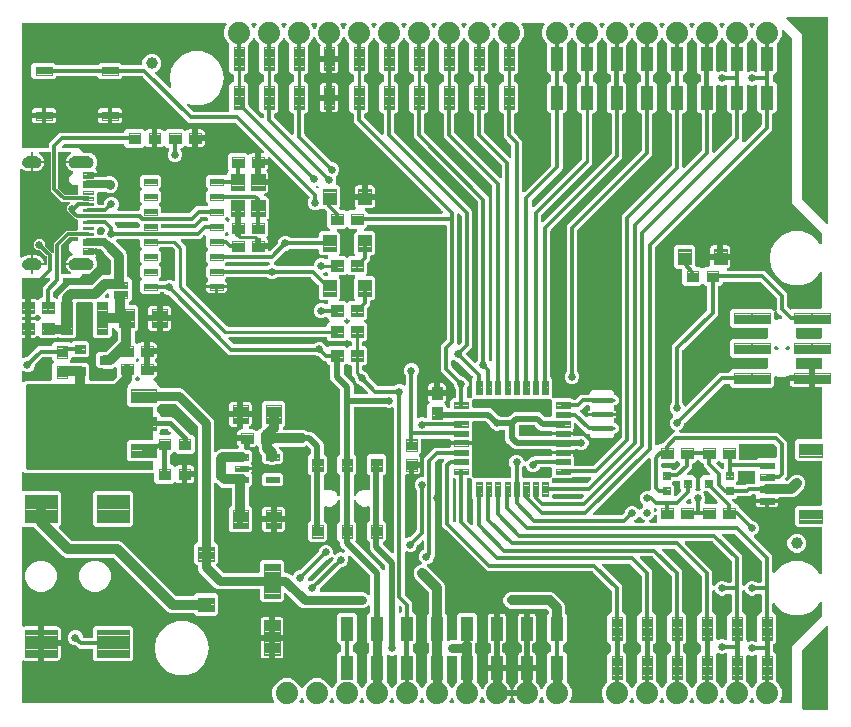
<source format=gtl>
G04 EAGLE Gerber RS-274X export*
G75*
%MOMM*%
%FSLAX34Y34*%
%LPD*%
%INTop Copper*%
%IPPOS*%
%AMOC8*
5,1,8,0,0,1.08239X$1,22.5*%
G01*
%ADD10C,0.100000*%
%ADD11C,0.098000*%
%ADD12C,0.104000*%
%ADD13C,0.097534*%
%ADD14C,0.110000*%
%ADD15C,1.000000*%
%ADD16C,0.450000*%
%ADD17C,0.254000*%
%ADD18C,0.096000*%
%ADD19C,0.101600*%
%ADD20C,0.406400*%
%ADD21C,0.105000*%
%ADD22C,0.100581*%
%ADD23C,0.099000*%
%ADD24C,0.102000*%
%ADD25C,0.654000*%
%ADD26C,0.099059*%
%ADD27C,1.879600*%
%ADD28C,0.304800*%
%ADD29C,0.635000*%
%ADD30C,0.355600*%
%ADD31C,0.812800*%
%ADD32C,0.762000*%
%ADD33C,0.508000*%
%ADD34C,0.635000*%

G36*
X216854Y4071D02*
X216854Y4071D01*
X216904Y4069D01*
X217011Y4091D01*
X217121Y4105D01*
X217167Y4123D01*
X217215Y4133D01*
X217314Y4181D01*
X217416Y4222D01*
X217456Y4251D01*
X217501Y4273D01*
X217585Y4344D01*
X217674Y4408D01*
X217705Y4447D01*
X217743Y4479D01*
X217806Y4569D01*
X217876Y4653D01*
X217898Y4698D01*
X217926Y4739D01*
X217965Y4842D01*
X218012Y4941D01*
X218021Y4990D01*
X218039Y5036D01*
X218051Y5146D01*
X218072Y5253D01*
X218069Y5303D01*
X218074Y5352D01*
X218059Y5461D01*
X218052Y5571D01*
X218037Y5618D01*
X218030Y5667D01*
X217978Y5820D01*
X216153Y10224D01*
X216153Y15176D01*
X218048Y19750D01*
X221550Y23252D01*
X226124Y25147D01*
X231076Y25147D01*
X235650Y23252D01*
X239152Y19750D01*
X240127Y17395D01*
X240196Y17275D01*
X240261Y17152D01*
X240275Y17137D01*
X240285Y17119D01*
X240382Y17019D01*
X240475Y16916D01*
X240492Y16905D01*
X240506Y16891D01*
X240624Y16818D01*
X240741Y16742D01*
X240760Y16735D01*
X240777Y16724D01*
X240910Y16684D01*
X241042Y16638D01*
X241062Y16637D01*
X241081Y16631D01*
X241220Y16624D01*
X241359Y16613D01*
X241379Y16617D01*
X241399Y16616D01*
X241535Y16644D01*
X241672Y16668D01*
X241691Y16676D01*
X241710Y16680D01*
X241835Y16741D01*
X241962Y16798D01*
X241978Y16811D01*
X241996Y16820D01*
X242102Y16910D01*
X242210Y16997D01*
X242223Y17013D01*
X242238Y17026D01*
X242318Y17140D01*
X242402Y17251D01*
X242414Y17276D01*
X242421Y17286D01*
X242428Y17305D01*
X242473Y17395D01*
X243448Y19750D01*
X246950Y23252D01*
X251524Y25147D01*
X256476Y25147D01*
X261050Y23252D01*
X264552Y19750D01*
X265527Y17395D01*
X265596Y17275D01*
X265661Y17152D01*
X265675Y17137D01*
X265685Y17119D01*
X265782Y17019D01*
X265875Y16916D01*
X265892Y16905D01*
X265906Y16891D01*
X266025Y16818D01*
X266141Y16742D01*
X266160Y16735D01*
X266177Y16724D01*
X266310Y16684D01*
X266442Y16638D01*
X266462Y16637D01*
X266481Y16631D01*
X266620Y16624D01*
X266759Y16613D01*
X266779Y16617D01*
X266799Y16616D01*
X266935Y16644D01*
X267072Y16668D01*
X267091Y16676D01*
X267110Y16680D01*
X267236Y16741D01*
X267362Y16798D01*
X267378Y16811D01*
X267396Y16820D01*
X267502Y16910D01*
X267610Y16997D01*
X267623Y17013D01*
X267638Y17026D01*
X267718Y17140D01*
X267802Y17251D01*
X267814Y17276D01*
X267821Y17286D01*
X267828Y17305D01*
X267873Y17395D01*
X268848Y19750D01*
X270930Y21832D01*
X270990Y21910D01*
X271058Y21982D01*
X271087Y22035D01*
X271124Y22083D01*
X271164Y22174D01*
X271212Y22261D01*
X271227Y22319D01*
X271251Y22375D01*
X271266Y22473D01*
X271291Y22569D01*
X271297Y22669D01*
X271301Y22689D01*
X271299Y22701D01*
X271301Y22729D01*
X271301Y45584D01*
X273129Y47411D01*
X273150Y47414D01*
X273269Y47421D01*
X273307Y47434D01*
X273348Y47439D01*
X273458Y47482D01*
X273571Y47519D01*
X273606Y47541D01*
X273643Y47556D01*
X273739Y47625D01*
X273840Y47689D01*
X273868Y47719D01*
X273901Y47742D01*
X273977Y47834D01*
X274058Y47921D01*
X274078Y47956D01*
X274103Y47987D01*
X274154Y48095D01*
X274212Y48199D01*
X274222Y48239D01*
X274239Y48275D01*
X274261Y48392D01*
X274291Y48507D01*
X274295Y48567D01*
X274299Y48587D01*
X274297Y48608D01*
X274301Y48668D01*
X274301Y52932D01*
X274286Y53050D01*
X274279Y53169D01*
X274267Y53207D01*
X274261Y53248D01*
X274218Y53358D01*
X274181Y53471D01*
X274159Y53506D01*
X274144Y53543D01*
X274075Y53639D01*
X274011Y53740D01*
X273981Y53768D01*
X273958Y53801D01*
X273866Y53877D01*
X273779Y53958D01*
X273744Y53978D01*
X273713Y54003D01*
X273605Y54054D01*
X273501Y54112D01*
X273461Y54122D01*
X273425Y54139D01*
X273308Y54161D01*
X273193Y54191D01*
X273133Y54195D01*
X273121Y54197D01*
X271301Y56016D01*
X271301Y78584D01*
X273116Y80399D01*
X285684Y80399D01*
X287499Y78584D01*
X287499Y56016D01*
X285671Y54189D01*
X285650Y54186D01*
X285531Y54179D01*
X285493Y54166D01*
X285452Y54161D01*
X285342Y54118D01*
X285229Y54081D01*
X285194Y54059D01*
X285157Y54044D01*
X285061Y53975D01*
X284960Y53911D01*
X284932Y53881D01*
X284899Y53858D01*
X284823Y53766D01*
X284742Y53679D01*
X284722Y53644D01*
X284697Y53613D01*
X284646Y53505D01*
X284588Y53401D01*
X284578Y53361D01*
X284561Y53325D01*
X284539Y53208D01*
X284509Y53093D01*
X284505Y53033D01*
X284501Y53013D01*
X284503Y52992D01*
X284499Y52932D01*
X284499Y48668D01*
X284514Y48550D01*
X284521Y48431D01*
X284534Y48393D01*
X284539Y48352D01*
X284582Y48242D01*
X284619Y48129D01*
X284641Y48094D01*
X284656Y48057D01*
X284725Y47961D01*
X284789Y47860D01*
X284819Y47832D01*
X284842Y47799D01*
X284934Y47723D01*
X285021Y47642D01*
X285056Y47622D01*
X285087Y47597D01*
X285195Y47546D01*
X285299Y47488D01*
X285339Y47478D01*
X285375Y47461D01*
X285492Y47439D01*
X285607Y47409D01*
X285667Y47405D01*
X285679Y47403D01*
X287499Y45584D01*
X287499Y22729D01*
X287511Y22631D01*
X287514Y22532D01*
X287531Y22474D01*
X287539Y22414D01*
X287575Y22322D01*
X287603Y22227D01*
X287633Y22174D01*
X287656Y22118D01*
X287714Y22038D01*
X287764Y21953D01*
X287830Y21877D01*
X287842Y21861D01*
X287852Y21853D01*
X287870Y21832D01*
X289952Y19750D01*
X290927Y17395D01*
X290996Y17275D01*
X291061Y17152D01*
X291075Y17137D01*
X291085Y17119D01*
X291182Y17019D01*
X291275Y16916D01*
X291292Y16905D01*
X291306Y16891D01*
X291425Y16818D01*
X291541Y16742D01*
X291560Y16735D01*
X291577Y16724D01*
X291710Y16684D01*
X291842Y16638D01*
X291862Y16637D01*
X291881Y16631D01*
X292020Y16624D01*
X292159Y16613D01*
X292179Y16617D01*
X292199Y16616D01*
X292335Y16644D01*
X292472Y16668D01*
X292491Y16676D01*
X292510Y16680D01*
X292636Y16741D01*
X292762Y16798D01*
X292778Y16811D01*
X292796Y16820D01*
X292902Y16910D01*
X293010Y16997D01*
X293023Y17013D01*
X293038Y17026D01*
X293118Y17140D01*
X293202Y17251D01*
X293214Y17276D01*
X293221Y17286D01*
X293228Y17305D01*
X293273Y17395D01*
X294248Y19750D01*
X296330Y21832D01*
X296390Y21910D01*
X296458Y21982D01*
X296487Y22035D01*
X296524Y22083D01*
X296564Y22174D01*
X296612Y22261D01*
X296627Y22319D01*
X296651Y22375D01*
X296666Y22473D01*
X296691Y22569D01*
X296697Y22669D01*
X296701Y22689D01*
X296699Y22701D01*
X296701Y22729D01*
X296701Y45584D01*
X297570Y46452D01*
X297630Y46530D01*
X297698Y46602D01*
X297727Y46655D01*
X297764Y46703D01*
X297804Y46794D01*
X297852Y46881D01*
X297867Y46939D01*
X297891Y46995D01*
X297906Y47093D01*
X297931Y47189D01*
X297937Y47289D01*
X297941Y47309D01*
X297939Y47321D01*
X297941Y47349D01*
X297941Y54251D01*
X297929Y54349D01*
X297926Y54448D01*
X297909Y54506D01*
X297901Y54566D01*
X297865Y54658D01*
X297837Y54753D01*
X297807Y54806D01*
X297784Y54862D01*
X297726Y54942D01*
X297676Y55027D01*
X297610Y55103D01*
X297598Y55119D01*
X297588Y55127D01*
X297570Y55148D01*
X296701Y56016D01*
X296701Y78584D01*
X298840Y80722D01*
X298900Y80800D01*
X298968Y80872D01*
X298997Y80925D01*
X299034Y80973D01*
X299074Y81064D01*
X299122Y81151D01*
X299137Y81209D01*
X299161Y81265D01*
X299176Y81363D01*
X299201Y81459D01*
X299207Y81559D01*
X299211Y81579D01*
X299209Y81591D01*
X299211Y81619D01*
X299211Y85787D01*
X299194Y85925D01*
X299181Y86064D01*
X299174Y86083D01*
X299171Y86103D01*
X299120Y86232D01*
X299073Y86363D01*
X299062Y86380D01*
X299054Y86399D01*
X298973Y86511D01*
X298895Y86626D01*
X298879Y86639D01*
X298868Y86656D01*
X298760Y86745D01*
X298656Y86837D01*
X298638Y86846D01*
X298623Y86859D01*
X298497Y86918D01*
X298373Y86981D01*
X298353Y86986D01*
X298335Y86994D01*
X298198Y87020D01*
X298063Y87051D01*
X298042Y87050D01*
X298023Y87054D01*
X297884Y87045D01*
X297745Y87041D01*
X297725Y87036D01*
X297705Y87034D01*
X297573Y86992D01*
X297439Y86953D01*
X297422Y86942D01*
X297403Y86936D01*
X297285Y86862D01*
X297165Y86791D01*
X297144Y86773D01*
X297134Y86766D01*
X297120Y86751D01*
X297045Y86685D01*
X295855Y85495D01*
X293334Y84451D01*
X242426Y84451D01*
X239905Y85495D01*
X228115Y97285D01*
X228006Y97370D01*
X227899Y97459D01*
X227880Y97467D01*
X227864Y97480D01*
X227736Y97535D01*
X227611Y97594D01*
X227591Y97598D01*
X227572Y97606D01*
X227434Y97628D01*
X227298Y97654D01*
X227278Y97653D01*
X227258Y97656D01*
X227119Y97643D01*
X226981Y97634D01*
X226962Y97628D01*
X226942Y97626D01*
X226810Y97579D01*
X226679Y97536D01*
X226661Y97525D01*
X226642Y97519D01*
X226527Y97440D01*
X226410Y97366D01*
X226396Y97351D01*
X226379Y97340D01*
X226287Y97236D01*
X226192Y97134D01*
X226182Y97117D01*
X226169Y97102D01*
X226105Y96977D01*
X226038Y96856D01*
X226033Y96836D01*
X226024Y96818D01*
X225994Y96682D01*
X225959Y96548D01*
X225957Y96520D01*
X225954Y96508D01*
X225955Y96488D01*
X225949Y96387D01*
X225949Y91844D01*
X223876Y89771D01*
X207924Y89771D01*
X205851Y91844D01*
X205851Y99692D01*
X205836Y99810D01*
X205829Y99929D01*
X205816Y99967D01*
X205811Y100008D01*
X205768Y100118D01*
X205731Y100231D01*
X205709Y100266D01*
X205694Y100303D01*
X205625Y100399D01*
X205561Y100500D01*
X205531Y100528D01*
X205508Y100561D01*
X205416Y100637D01*
X205329Y100718D01*
X205294Y100738D01*
X205263Y100763D01*
X205155Y100814D01*
X205051Y100872D01*
X205011Y100882D01*
X204975Y100899D01*
X204858Y100921D01*
X204743Y100951D01*
X204683Y100955D01*
X204663Y100959D01*
X204642Y100957D01*
X204582Y100961D01*
X170216Y100961D01*
X167695Y102005D01*
X154205Y115495D01*
X153161Y118016D01*
X153161Y120052D01*
X153146Y120170D01*
X153139Y120289D01*
X153126Y120327D01*
X153121Y120368D01*
X153078Y120478D01*
X153041Y120591D01*
X153019Y120626D01*
X153004Y120663D01*
X152935Y120759D01*
X152871Y120860D01*
X152841Y120888D01*
X152818Y120921D01*
X152726Y120997D01*
X152639Y121078D01*
X152604Y121098D01*
X152573Y121123D01*
X152465Y121174D01*
X152361Y121232D01*
X152321Y121242D01*
X152285Y121259D01*
X152168Y121281D01*
X152053Y121311D01*
X151993Y121315D01*
X151973Y121319D01*
X151952Y121317D01*
X151892Y121321D01*
X151705Y121321D01*
X149621Y123405D01*
X149621Y138035D01*
X151705Y140119D01*
X151892Y140119D01*
X152010Y140134D01*
X152129Y140141D01*
X152167Y140154D01*
X152208Y140159D01*
X152318Y140202D01*
X152431Y140239D01*
X152466Y140261D01*
X152503Y140276D01*
X152599Y140345D01*
X152700Y140409D01*
X152728Y140439D01*
X152761Y140462D01*
X152837Y140554D01*
X152918Y140641D01*
X152938Y140676D01*
X152963Y140707D01*
X153014Y140815D01*
X153072Y140919D01*
X153082Y140959D01*
X153099Y140995D01*
X153121Y141112D01*
X153151Y141227D01*
X153155Y141287D01*
X153159Y141307D01*
X153157Y141328D01*
X153161Y141388D01*
X153161Y237983D01*
X153149Y238081D01*
X153146Y238180D01*
X153129Y238239D01*
X153121Y238299D01*
X153085Y238391D01*
X153057Y238486D01*
X153027Y238538D01*
X153004Y238594D01*
X152946Y238675D01*
X152896Y238760D01*
X152830Y238835D01*
X152818Y238852D01*
X152808Y238860D01*
X152790Y238881D01*
X134487Y257184D01*
X134408Y257244D01*
X134336Y257312D01*
X134283Y257341D01*
X134235Y257378D01*
X134145Y257418D01*
X134058Y257466D01*
X133999Y257481D01*
X133944Y257505D01*
X133846Y257520D01*
X133750Y257545D01*
X133650Y257551D01*
X133630Y257555D01*
X133617Y257553D01*
X133589Y257555D01*
X122153Y257555D01*
X122055Y257543D01*
X121956Y257540D01*
X121897Y257523D01*
X121837Y257515D01*
X121745Y257479D01*
X121650Y257451D01*
X121598Y257421D01*
X121542Y257398D01*
X121461Y257340D01*
X121376Y257290D01*
X121301Y257224D01*
X121284Y257212D01*
X121277Y257202D01*
X121255Y257184D01*
X118990Y254919D01*
X118930Y254840D01*
X118862Y254768D01*
X118833Y254715D01*
X118796Y254667D01*
X118756Y254576D01*
X118708Y254490D01*
X118693Y254431D01*
X118669Y254375D01*
X118654Y254278D01*
X118629Y254182D01*
X118623Y254082D01*
X118619Y254061D01*
X118621Y254049D01*
X118619Y254021D01*
X118619Y251693D01*
X118631Y251595D01*
X118634Y251496D01*
X118651Y251437D01*
X118659Y251377D01*
X118695Y251285D01*
X118723Y251190D01*
X118753Y251138D01*
X118776Y251082D01*
X118834Y251002D01*
X118884Y250916D01*
X118950Y250841D01*
X118962Y250824D01*
X118972Y250817D01*
X118990Y250795D01*
X121413Y248373D01*
X121413Y247650D01*
X121428Y247532D01*
X121435Y247413D01*
X121448Y247375D01*
X121453Y247334D01*
X121496Y247224D01*
X121533Y247111D01*
X121555Y247076D01*
X121570Y247039D01*
X121639Y246943D01*
X121703Y246842D01*
X121733Y246814D01*
X121756Y246781D01*
X121848Y246705D01*
X121935Y246624D01*
X121970Y246604D01*
X122001Y246579D01*
X122109Y246528D01*
X122213Y246470D01*
X122253Y246460D01*
X122289Y246443D01*
X122406Y246421D01*
X122521Y246391D01*
X122581Y246387D01*
X122601Y246383D01*
X122622Y246385D01*
X122682Y246381D01*
X130551Y246381D01*
X132418Y245607D01*
X146085Y231940D01*
X146163Y231880D01*
X146235Y231812D01*
X146288Y231783D01*
X146336Y231746D01*
X146427Y231706D01*
X146514Y231658D01*
X146572Y231643D01*
X146628Y231619D01*
X146726Y231604D01*
X146822Y231579D01*
X146922Y231573D01*
X146942Y231569D01*
X146954Y231571D01*
X146982Y231569D01*
X148320Y231569D01*
X150399Y229490D01*
X150399Y217550D01*
X148320Y215471D01*
X135380Y215471D01*
X134247Y216604D01*
X134153Y216677D01*
X134064Y216756D01*
X134028Y216774D01*
X133996Y216799D01*
X133887Y216846D01*
X133781Y216900D01*
X133742Y216909D01*
X133704Y216925D01*
X133587Y216944D01*
X133471Y216970D01*
X133430Y216969D01*
X133390Y216975D01*
X133272Y216964D01*
X133153Y216960D01*
X133114Y216949D01*
X133074Y216945D01*
X132962Y216905D01*
X132847Y216872D01*
X132812Y216851D01*
X132774Y216838D01*
X132676Y216771D01*
X132573Y216710D01*
X132528Y216670D01*
X132511Y216659D01*
X132498Y216644D01*
X132452Y216604D01*
X131320Y215471D01*
X131200Y215471D01*
X131082Y215456D01*
X130963Y215449D01*
X130925Y215436D01*
X130884Y215431D01*
X130774Y215388D01*
X130661Y215351D01*
X130626Y215329D01*
X130589Y215314D01*
X130493Y215245D01*
X130392Y215181D01*
X130364Y215151D01*
X130331Y215128D01*
X130255Y215036D01*
X130174Y214949D01*
X130154Y214914D01*
X130129Y214883D01*
X130078Y214775D01*
X130020Y214671D01*
X130010Y214631D01*
X129993Y214595D01*
X129971Y214478D01*
X129941Y214363D01*
X129937Y214303D01*
X129933Y214283D01*
X129935Y214262D01*
X129931Y214202D01*
X129931Y207438D01*
X129946Y207320D01*
X129953Y207201D01*
X129966Y207163D01*
X129971Y207122D01*
X130014Y207012D01*
X130051Y206899D01*
X130073Y206864D01*
X130088Y206827D01*
X130157Y206731D01*
X130221Y206630D01*
X130251Y206602D01*
X130274Y206569D01*
X130366Y206493D01*
X130453Y206412D01*
X130488Y206392D01*
X130519Y206367D01*
X130627Y206316D01*
X130731Y206258D01*
X130771Y206248D01*
X130807Y206231D01*
X130924Y206209D01*
X131039Y206179D01*
X131099Y206175D01*
X131119Y206171D01*
X131140Y206173D01*
X131200Y206169D01*
X131320Y206169D01*
X132812Y204677D01*
X132906Y204604D01*
X132918Y204592D01*
X132920Y204591D01*
X132995Y204525D01*
X133031Y204507D01*
X133063Y204482D01*
X133172Y204435D01*
X133278Y204381D01*
X133318Y204372D01*
X133355Y204356D01*
X133473Y204337D01*
X133589Y204311D01*
X133629Y204312D01*
X133669Y204306D01*
X133788Y204317D01*
X133906Y204321D01*
X133945Y204332D01*
X133986Y204336D01*
X134098Y204376D01*
X134212Y204409D01*
X134247Y204430D01*
X134285Y204443D01*
X134383Y204510D01*
X134486Y204571D01*
X134531Y204610D01*
X134548Y204622D01*
X134561Y204637D01*
X134607Y204677D01*
X134983Y205053D01*
X135676Y205454D01*
X136450Y205661D01*
X139351Y205661D01*
X139351Y199350D01*
X139366Y199232D01*
X139373Y199113D01*
X139385Y199075D01*
X139391Y199035D01*
X139434Y198924D01*
X139471Y198811D01*
X139493Y198777D01*
X139508Y198739D01*
X139577Y198643D01*
X139641Y198542D01*
X139671Y198514D01*
X139694Y198482D01*
X139786Y198406D01*
X139873Y198324D01*
X139908Y198305D01*
X139939Y198279D01*
X140047Y198228D01*
X140151Y198171D01*
X140191Y198161D01*
X140227Y198143D01*
X140334Y198123D01*
X140304Y198119D01*
X140194Y198075D01*
X140081Y198039D01*
X140046Y198017D01*
X140009Y198002D01*
X139912Y197932D01*
X139812Y197869D01*
X139784Y197839D01*
X139751Y197815D01*
X139675Y197724D01*
X139594Y197637D01*
X139574Y197602D01*
X139549Y197570D01*
X139498Y197463D01*
X139440Y197358D01*
X139430Y197319D01*
X139413Y197283D01*
X139391Y197166D01*
X139361Y197050D01*
X139357Y196990D01*
X139353Y196970D01*
X139355Y196950D01*
X139351Y196890D01*
X139351Y190579D01*
X136450Y190579D01*
X135676Y190786D01*
X134983Y191187D01*
X134607Y191563D01*
X134513Y191636D01*
X134423Y191715D01*
X134387Y191733D01*
X134355Y191758D01*
X134246Y191805D01*
X134140Y191859D01*
X134101Y191868D01*
X134064Y191884D01*
X133946Y191903D01*
X133830Y191929D01*
X133790Y191928D01*
X133750Y191934D01*
X133631Y191923D01*
X133512Y191919D01*
X133473Y191908D01*
X133433Y191904D01*
X133321Y191864D01*
X133206Y191831D01*
X133172Y191810D01*
X133134Y191797D01*
X133035Y191730D01*
X132933Y191669D01*
X132887Y191630D01*
X132870Y191618D01*
X132857Y191603D01*
X132812Y191563D01*
X131320Y190071D01*
X118380Y190071D01*
X116301Y192150D01*
X116301Y197612D01*
X116286Y197730D01*
X116279Y197849D01*
X116266Y197887D01*
X116261Y197928D01*
X116218Y198038D01*
X116181Y198151D01*
X116159Y198186D01*
X116144Y198223D01*
X116075Y198319D01*
X116011Y198420D01*
X115981Y198448D01*
X115958Y198481D01*
X115866Y198557D01*
X115779Y198638D01*
X115744Y198658D01*
X115713Y198683D01*
X115605Y198734D01*
X115501Y198792D01*
X115461Y198802D01*
X115425Y198819D01*
X115308Y198841D01*
X115193Y198871D01*
X115133Y198875D01*
X115113Y198879D01*
X115092Y198877D01*
X115032Y198881D01*
X7101Y198881D01*
X6231Y199751D01*
X6122Y199836D01*
X6015Y199925D01*
X5996Y199933D01*
X5980Y199946D01*
X5853Y200001D01*
X5727Y200060D01*
X5707Y200064D01*
X5688Y200072D01*
X5550Y200094D01*
X5414Y200120D01*
X5394Y200119D01*
X5374Y200122D01*
X5235Y200109D01*
X5097Y200100D01*
X5078Y200094D01*
X5058Y200092D01*
X4926Y200045D01*
X4795Y200002D01*
X4777Y199992D01*
X4758Y199985D01*
X4643Y199907D01*
X4526Y199832D01*
X4512Y199817D01*
X4495Y199806D01*
X4403Y199702D01*
X4308Y199601D01*
X4298Y199583D01*
X4285Y199568D01*
X4222Y199444D01*
X4154Y199322D01*
X4149Y199302D01*
X4140Y199284D01*
X4110Y199149D01*
X4075Y199014D01*
X4073Y198986D01*
X4070Y198974D01*
X4071Y198954D01*
X4065Y198853D01*
X4065Y185078D01*
X4080Y184960D01*
X4087Y184841D01*
X4100Y184803D01*
X4105Y184762D01*
X4148Y184652D01*
X4185Y184539D01*
X4207Y184504D01*
X4222Y184467D01*
X4291Y184371D01*
X4355Y184270D01*
X4385Y184242D01*
X4408Y184209D01*
X4500Y184133D01*
X4587Y184052D01*
X4622Y184032D01*
X4653Y184007D01*
X4761Y183956D01*
X4865Y183898D01*
X4905Y183888D01*
X4941Y183871D01*
X5058Y183849D01*
X5173Y183819D01*
X5233Y183815D01*
X5253Y183811D01*
X5274Y183813D01*
X5334Y183809D01*
X35302Y183809D01*
X37369Y181742D01*
X37369Y155778D01*
X35622Y154032D01*
X35549Y153938D01*
X35470Y153848D01*
X35452Y153812D01*
X35427Y153780D01*
X35380Y153671D01*
X35326Y153565D01*
X35317Y153526D01*
X35301Y153489D01*
X35282Y153371D01*
X35256Y153255D01*
X35257Y153215D01*
X35251Y153175D01*
X35262Y153056D01*
X35266Y152937D01*
X35277Y152898D01*
X35281Y152858D01*
X35321Y152746D01*
X35354Y152632D01*
X35375Y152597D01*
X35388Y152559D01*
X35455Y152460D01*
X35516Y152358D01*
X35556Y152312D01*
X35567Y152296D01*
X35582Y152282D01*
X35622Y152237D01*
X45754Y142104D01*
X45833Y142044D01*
X45905Y141976D01*
X45958Y141947D01*
X46006Y141910D01*
X46097Y141870D01*
X46183Y141822D01*
X46242Y141807D01*
X46298Y141783D01*
X46396Y141768D01*
X46491Y141743D01*
X46591Y141737D01*
X46612Y141733D01*
X46624Y141735D01*
X46652Y141733D01*
X86505Y141733D01*
X89119Y140650D01*
X134564Y95204D01*
X134643Y95144D01*
X134715Y95076D01*
X134768Y95047D01*
X134816Y95010D01*
X134907Y94970D01*
X134993Y94922D01*
X135052Y94907D01*
X135108Y94883D01*
X135206Y94868D01*
X135301Y94843D01*
X135401Y94837D01*
X135422Y94833D01*
X135434Y94835D01*
X135462Y94833D01*
X148893Y94833D01*
X148991Y94845D01*
X149090Y94848D01*
X149148Y94865D01*
X149209Y94873D01*
X149301Y94909D01*
X149396Y94937D01*
X149448Y94967D01*
X149504Y94990D01*
X149584Y95048D01*
X149670Y95098D01*
X149745Y95164D01*
X149762Y95176D01*
X149769Y95186D01*
X149791Y95204D01*
X151705Y97119D01*
X168335Y97119D01*
X170419Y95035D01*
X170419Y80405D01*
X168335Y78321D01*
X151705Y78321D01*
X149791Y80236D01*
X149712Y80296D01*
X149640Y80364D01*
X149587Y80393D01*
X149539Y80430D01*
X149448Y80470D01*
X149362Y80518D01*
X149303Y80533D01*
X149247Y80557D01*
X149149Y80572D01*
X149054Y80597D01*
X148954Y80603D01*
X148933Y80607D01*
X148921Y80605D01*
X148893Y80607D01*
X130575Y80607D01*
X127961Y81690D01*
X82516Y127136D01*
X82437Y127196D01*
X82365Y127264D01*
X82312Y127293D01*
X82264Y127330D01*
X82173Y127370D01*
X82087Y127418D01*
X82028Y127433D01*
X81972Y127457D01*
X81874Y127472D01*
X81779Y127497D01*
X81679Y127503D01*
X81658Y127507D01*
X81646Y127505D01*
X81618Y127507D01*
X41765Y127507D01*
X39151Y128590D01*
X14402Y153340D01*
X14323Y153400D01*
X14251Y153468D01*
X14198Y153497D01*
X14150Y153534D01*
X14059Y153574D01*
X13973Y153622D01*
X13914Y153637D01*
X13858Y153661D01*
X13761Y153676D01*
X13665Y153701D01*
X13565Y153707D01*
X13544Y153711D01*
X13532Y153709D01*
X13504Y153711D01*
X5334Y153711D01*
X5216Y153696D01*
X5097Y153689D01*
X5059Y153676D01*
X5018Y153671D01*
X4908Y153628D01*
X4795Y153591D01*
X4760Y153569D01*
X4723Y153554D01*
X4627Y153485D01*
X4526Y153421D01*
X4498Y153391D01*
X4465Y153368D01*
X4389Y153276D01*
X4308Y153189D01*
X4288Y153154D01*
X4263Y153123D01*
X4212Y153015D01*
X4154Y152911D01*
X4144Y152871D01*
X4127Y152835D01*
X4105Y152718D01*
X4075Y152603D01*
X4071Y152543D01*
X4067Y152523D01*
X4069Y152502D01*
X4065Y152442D01*
X4065Y70328D01*
X4080Y70204D01*
X4090Y70078D01*
X4100Y70046D01*
X4105Y70013D01*
X4151Y69896D01*
X4191Y69777D01*
X4209Y69749D01*
X4222Y69717D01*
X4295Y69616D01*
X4364Y69510D01*
X4389Y69487D01*
X4408Y69460D01*
X4505Y69380D01*
X4598Y69295D01*
X4627Y69279D01*
X4653Y69257D01*
X4767Y69204D01*
X4878Y69144D01*
X4911Y69136D01*
X4941Y69122D01*
X5065Y69098D01*
X5187Y69068D01*
X5220Y69068D01*
X5253Y69062D01*
X5379Y69070D01*
X5505Y69071D01*
X5553Y69080D01*
X5571Y69082D01*
X5591Y69088D01*
X5663Y69102D01*
X6402Y69301D01*
X17781Y69301D01*
X17781Y56030D01*
X17796Y55912D01*
X17803Y55793D01*
X17816Y55755D01*
X17821Y55715D01*
X17864Y55604D01*
X17901Y55491D01*
X17923Y55456D01*
X17938Y55419D01*
X18008Y55323D01*
X18071Y55222D01*
X18101Y55194D01*
X18125Y55162D01*
X18216Y55086D01*
X18303Y55004D01*
X18338Y54985D01*
X18369Y54959D01*
X18477Y54908D01*
X18581Y54851D01*
X18621Y54840D01*
X18657Y54823D01*
X18774Y54801D01*
X18889Y54771D01*
X18950Y54767D01*
X18970Y54763D01*
X18990Y54765D01*
X19050Y54761D01*
X20321Y54761D01*
X20321Y54759D01*
X19050Y54759D01*
X18932Y54744D01*
X18813Y54737D01*
X18775Y54724D01*
X18735Y54719D01*
X18624Y54675D01*
X18511Y54639D01*
X18476Y54617D01*
X18439Y54602D01*
X18343Y54532D01*
X18242Y54469D01*
X18214Y54439D01*
X18181Y54415D01*
X18106Y54324D01*
X18024Y54237D01*
X18004Y54202D01*
X17979Y54170D01*
X17928Y54063D01*
X17870Y53959D01*
X17860Y53919D01*
X17843Y53883D01*
X17821Y53766D01*
X17791Y53651D01*
X17787Y53590D01*
X17783Y53570D01*
X17785Y53550D01*
X17781Y53490D01*
X17781Y40219D01*
X6402Y40219D01*
X5663Y40418D01*
X5538Y40435D01*
X5414Y40458D01*
X5381Y40456D01*
X5347Y40461D01*
X5222Y40446D01*
X5097Y40438D01*
X5065Y40428D01*
X5032Y40424D01*
X4914Y40379D01*
X4795Y40340D01*
X4766Y40322D01*
X4735Y40310D01*
X4632Y40238D01*
X4526Y40170D01*
X4503Y40146D01*
X4475Y40126D01*
X4394Y40030D01*
X4308Y39939D01*
X4292Y39909D01*
X4270Y39883D01*
X4215Y39770D01*
X4154Y39660D01*
X4146Y39628D01*
X4131Y39597D01*
X4106Y39474D01*
X4075Y39352D01*
X4072Y39303D01*
X4068Y39285D01*
X4069Y39264D01*
X4065Y39192D01*
X4065Y5334D01*
X4080Y5216D01*
X4087Y5097D01*
X4100Y5059D01*
X4105Y5018D01*
X4148Y4908D01*
X4185Y4795D01*
X4207Y4760D01*
X4222Y4723D01*
X4291Y4627D01*
X4355Y4526D01*
X4385Y4498D01*
X4408Y4465D01*
X4500Y4389D01*
X4587Y4308D01*
X4622Y4288D01*
X4653Y4263D01*
X4761Y4212D01*
X4865Y4154D01*
X4905Y4144D01*
X4941Y4127D01*
X5058Y4105D01*
X5173Y4075D01*
X5233Y4071D01*
X5253Y4067D01*
X5274Y4069D01*
X5334Y4065D01*
X216805Y4065D01*
X216854Y4071D01*
G37*
G36*
X213578Y386855D02*
X213578Y386855D01*
X213677Y386858D01*
X213736Y386875D01*
X213796Y386883D01*
X213888Y386919D01*
X213983Y386947D01*
X214035Y386977D01*
X214091Y387000D01*
X214171Y387058D01*
X214257Y387108D01*
X214332Y387174D01*
X214349Y387186D01*
X214357Y387196D01*
X214378Y387214D01*
X220735Y393571D01*
X220795Y393650D01*
X220863Y393722D01*
X220892Y393775D01*
X220929Y393823D01*
X220969Y393914D01*
X221017Y394000D01*
X221032Y394059D01*
X221056Y394114D01*
X221071Y394212D01*
X221096Y394308D01*
X221102Y394408D01*
X221106Y394429D01*
X221104Y394441D01*
X221106Y394469D01*
X221106Y394938D01*
X222054Y397225D01*
X223805Y398976D01*
X226092Y399924D01*
X228568Y399924D01*
X230855Y398976D01*
X231187Y398644D01*
X231265Y398584D01*
X231338Y398516D01*
X231391Y398487D01*
X231438Y398450D01*
X231529Y398410D01*
X231616Y398362D01*
X231675Y398347D01*
X231730Y398323D01*
X231828Y398308D01*
X231924Y398283D01*
X232024Y398277D01*
X232044Y398273D01*
X232057Y398275D01*
X232085Y398273D01*
X254082Y398273D01*
X254200Y398288D01*
X254319Y398295D01*
X254357Y398308D01*
X254398Y398313D01*
X254508Y398356D01*
X254621Y398393D01*
X254656Y398415D01*
X254693Y398430D01*
X254789Y398499D01*
X254890Y398563D01*
X254918Y398593D01*
X254951Y398616D01*
X255027Y398708D01*
X255108Y398795D01*
X255128Y398830D01*
X255153Y398861D01*
X255204Y398969D01*
X255262Y399073D01*
X255272Y399113D01*
X255289Y399149D01*
X255311Y399266D01*
X255341Y399381D01*
X255345Y399441D01*
X255349Y399461D01*
X255347Y399482D01*
X255351Y399542D01*
X255351Y401682D01*
X257418Y403749D01*
X263588Y403749D01*
X263726Y403766D01*
X263865Y403779D01*
X263884Y403786D01*
X263904Y403789D01*
X264033Y403840D01*
X264164Y403887D01*
X264181Y403898D01*
X264200Y403906D01*
X264312Y403987D01*
X264427Y404065D01*
X264441Y404081D01*
X264457Y404092D01*
X264546Y404200D01*
X264638Y404304D01*
X264647Y404322D01*
X264660Y404337D01*
X264719Y404463D01*
X264782Y404587D01*
X264787Y404607D01*
X264795Y404625D01*
X264821Y404761D01*
X264852Y404897D01*
X264851Y404918D01*
X264855Y404937D01*
X264846Y405076D01*
X264842Y405215D01*
X264837Y405235D01*
X264835Y405255D01*
X264793Y405387D01*
X264754Y405521D01*
X264744Y405538D01*
X264737Y405557D01*
X264663Y405675D01*
X264592Y405795D01*
X264574Y405816D01*
X264567Y405826D01*
X264552Y405840D01*
X264486Y405915D01*
X262351Y408050D01*
X262351Y420266D01*
X262339Y420364D01*
X262336Y420463D01*
X262319Y420522D01*
X262311Y420582D01*
X262275Y420674D01*
X262247Y420769D01*
X262217Y420821D01*
X262194Y420877D01*
X262136Y420957D01*
X262086Y421043D01*
X262020Y421118D01*
X262008Y421135D01*
X261998Y421143D01*
X261980Y421164D01*
X260494Y422650D01*
X260415Y422710D01*
X260343Y422778D01*
X260290Y422807D01*
X260242Y422844D01*
X260151Y422884D01*
X260065Y422932D01*
X260006Y422947D01*
X259951Y422971D01*
X259853Y422986D01*
X259757Y423011D01*
X259657Y423017D01*
X259636Y423021D01*
X259624Y423019D01*
X259596Y423021D01*
X257089Y423021D01*
X256990Y423009D01*
X256891Y423006D01*
X256833Y422989D01*
X256773Y422981D01*
X256681Y422945D01*
X256586Y422917D01*
X256534Y422887D01*
X256477Y422864D01*
X256397Y422806D01*
X256312Y422756D01*
X256272Y422721D01*
X253968Y421766D01*
X251492Y421766D01*
X249205Y422714D01*
X247454Y424465D01*
X246506Y426752D01*
X246506Y429228D01*
X247471Y431557D01*
X247525Y431618D01*
X247543Y431654D01*
X247568Y431686D01*
X247616Y431796D01*
X247670Y431901D01*
X247678Y431941D01*
X247695Y431978D01*
X247713Y432096D01*
X247739Y432212D01*
X247738Y432252D01*
X247744Y432292D01*
X247733Y432411D01*
X247730Y432530D01*
X247718Y432569D01*
X247715Y432609D01*
X247674Y432721D01*
X247641Y432835D01*
X247621Y432870D01*
X247607Y432908D01*
X247540Y433007D01*
X247480Y433109D01*
X247440Y433154D01*
X247428Y433171D01*
X247413Y433185D01*
X247373Y433230D01*
X214287Y466316D01*
X214178Y466401D01*
X214071Y466490D01*
X214052Y466498D01*
X214036Y466511D01*
X213908Y466566D01*
X213783Y466625D01*
X213763Y466629D01*
X213744Y466637D01*
X213606Y466659D01*
X213470Y466685D01*
X213450Y466684D01*
X213430Y466687D01*
X213291Y466674D01*
X213153Y466665D01*
X213134Y466659D01*
X213114Y466657D01*
X212982Y466610D01*
X212851Y466567D01*
X212833Y466556D01*
X212814Y466549D01*
X212699Y466471D01*
X212582Y466397D01*
X212568Y466382D01*
X212551Y466371D01*
X212459Y466267D01*
X212364Y466165D01*
X212354Y466148D01*
X212341Y466132D01*
X212277Y466009D01*
X212210Y465887D01*
X212205Y465867D01*
X212196Y465849D01*
X212166Y465713D01*
X212131Y465579D01*
X212129Y465551D01*
X212126Y465539D01*
X212127Y465518D01*
X212121Y465418D01*
X212121Y464779D01*
X206579Y464779D01*
X206579Y469821D01*
X207718Y469821D01*
X207856Y469838D01*
X207995Y469851D01*
X208014Y469858D01*
X208034Y469861D01*
X208163Y469912D01*
X208294Y469959D01*
X208311Y469970D01*
X208329Y469978D01*
X208442Y470059D01*
X208557Y470137D01*
X208570Y470153D01*
X208587Y470164D01*
X208675Y470272D01*
X208767Y470376D01*
X208777Y470394D01*
X208790Y470409D01*
X208849Y470535D01*
X208912Y470659D01*
X208917Y470679D01*
X208925Y470697D01*
X208951Y470833D01*
X208982Y470969D01*
X208981Y470990D01*
X208985Y471009D01*
X208976Y471148D01*
X208972Y471287D01*
X208966Y471307D01*
X208965Y471327D01*
X208922Y471459D01*
X208884Y471593D01*
X208873Y471610D01*
X208867Y471629D01*
X208793Y471747D01*
X208722Y471867D01*
X208704Y471888D01*
X208697Y471898D01*
X208682Y471912D01*
X208616Y471987D01*
X185168Y495436D01*
X185089Y495496D01*
X185017Y495564D01*
X184964Y495593D01*
X184916Y495630D01*
X184825Y495670D01*
X184739Y495718D01*
X184680Y495733D01*
X184625Y495757D01*
X184527Y495772D01*
X184431Y495797D01*
X184331Y495803D01*
X184310Y495807D01*
X184298Y495805D01*
X184270Y495807D01*
X145426Y495807D01*
X106428Y534806D01*
X106349Y534866D01*
X106277Y534934D01*
X106224Y534963D01*
X106176Y535000D01*
X106085Y535040D01*
X105999Y535088D01*
X105940Y535103D01*
X105885Y535127D01*
X105787Y535142D01*
X105691Y535167D01*
X105591Y535173D01*
X105570Y535177D01*
X105558Y535175D01*
X105530Y535177D01*
X90144Y535177D01*
X90046Y535165D01*
X89947Y535162D01*
X89889Y535145D01*
X89829Y535137D01*
X89737Y535101D01*
X89642Y535073D01*
X89590Y535043D01*
X89533Y535020D01*
X89453Y534962D01*
X89368Y534912D01*
X89292Y534846D01*
X89276Y534834D01*
X89268Y534824D01*
X89247Y534806D01*
X87333Y532891D01*
X70147Y532891D01*
X68233Y534806D01*
X68155Y534866D01*
X68083Y534934D01*
X68030Y534963D01*
X67982Y535000D01*
X67891Y535040D01*
X67804Y535088D01*
X67746Y535103D01*
X67690Y535127D01*
X67592Y535142D01*
X67496Y535167D01*
X67396Y535173D01*
X67376Y535177D01*
X67364Y535175D01*
X67336Y535177D01*
X34264Y535177D01*
X34166Y535165D01*
X34067Y535162D01*
X34009Y535145D01*
X33949Y535137D01*
X33857Y535101D01*
X33762Y535073D01*
X33710Y535043D01*
X33653Y535020D01*
X33573Y534962D01*
X33488Y534912D01*
X33412Y534846D01*
X33396Y534834D01*
X33388Y534824D01*
X33367Y534806D01*
X31453Y532891D01*
X14267Y532891D01*
X12191Y534967D01*
X12191Y544533D01*
X14267Y546609D01*
X31453Y546609D01*
X33367Y544694D01*
X33445Y544634D01*
X33517Y544566D01*
X33570Y544537D01*
X33618Y544500D01*
X33709Y544460D01*
X33796Y544412D01*
X33854Y544397D01*
X33910Y544373D01*
X34008Y544358D01*
X34104Y544333D01*
X34204Y544327D01*
X34224Y544323D01*
X34236Y544325D01*
X34264Y544323D01*
X67336Y544323D01*
X67434Y544335D01*
X67533Y544338D01*
X67591Y544355D01*
X67651Y544363D01*
X67743Y544399D01*
X67838Y544427D01*
X67890Y544457D01*
X67947Y544480D01*
X68027Y544538D01*
X68112Y544588D01*
X68188Y544654D01*
X68204Y544666D01*
X68212Y544676D01*
X68233Y544694D01*
X70147Y546609D01*
X87333Y546609D01*
X89247Y544694D01*
X89325Y544634D01*
X89397Y544566D01*
X89450Y544537D01*
X89498Y544500D01*
X89589Y544460D01*
X89676Y544412D01*
X89734Y544397D01*
X89790Y544373D01*
X89888Y544358D01*
X89984Y544333D01*
X90084Y544327D01*
X90104Y544323D01*
X90116Y544325D01*
X90144Y544323D01*
X104982Y544323D01*
X105100Y544338D01*
X105219Y544345D01*
X105257Y544358D01*
X105298Y544363D01*
X105408Y544406D01*
X105521Y544443D01*
X105556Y544465D01*
X105593Y544480D01*
X105689Y544549D01*
X105790Y544613D01*
X105818Y544643D01*
X105851Y544666D01*
X105927Y544758D01*
X106008Y544845D01*
X106028Y544880D01*
X106053Y544911D01*
X106104Y545019D01*
X106162Y545123D01*
X106172Y545163D01*
X106189Y545199D01*
X106211Y545316D01*
X106241Y545431D01*
X106245Y545491D01*
X106249Y545511D01*
X106247Y545532D01*
X106251Y545592D01*
X106251Y547701D01*
X107477Y550659D01*
X109741Y552923D01*
X112699Y554149D01*
X115901Y554149D01*
X118859Y552923D01*
X121123Y550659D01*
X122349Y547701D01*
X122349Y544499D01*
X121123Y541541D01*
X118859Y539277D01*
X117808Y538841D01*
X117765Y538816D01*
X117718Y538800D01*
X117627Y538738D01*
X117531Y538683D01*
X117496Y538649D01*
X117455Y538621D01*
X117382Y538539D01*
X117303Y538462D01*
X117277Y538420D01*
X117244Y538383D01*
X117194Y538285D01*
X117137Y538191D01*
X117122Y538144D01*
X117100Y538099D01*
X117075Y537992D01*
X117043Y537887D01*
X117041Y537838D01*
X117030Y537789D01*
X117033Y537679D01*
X117028Y537569D01*
X117038Y537521D01*
X117040Y537471D01*
X117070Y537366D01*
X117092Y537258D01*
X117114Y537213D01*
X117128Y537166D01*
X117184Y537071D01*
X117232Y536972D01*
X117264Y536935D01*
X117289Y536892D01*
X117396Y536771D01*
X128456Y525711D01*
X128527Y525655D01*
X128593Y525592D01*
X128652Y525558D01*
X128707Y525516D01*
X128790Y525480D01*
X128869Y525435D01*
X128936Y525417D01*
X128999Y525390D01*
X129088Y525376D01*
X129176Y525352D01*
X129245Y525351D01*
X129313Y525340D01*
X129403Y525348D01*
X129494Y525347D01*
X129561Y525363D01*
X129630Y525370D01*
X129715Y525400D01*
X129803Y525422D01*
X129864Y525454D01*
X129929Y525477D01*
X130004Y525528D01*
X130084Y525571D01*
X130135Y525617D01*
X130192Y525656D01*
X130252Y525724D01*
X130319Y525785D01*
X130357Y525843D01*
X130402Y525894D01*
X130444Y525975D01*
X130493Y526051D01*
X130516Y526116D01*
X130547Y526178D01*
X130567Y526266D01*
X130596Y526352D01*
X130602Y526421D01*
X130617Y526488D01*
X130614Y526579D01*
X130621Y526669D01*
X130608Y526790D01*
X130607Y526806D01*
X130605Y526813D01*
X130603Y526829D01*
X129445Y533400D01*
X130829Y541251D01*
X134815Y548155D01*
X140922Y553280D01*
X148414Y556007D01*
X156386Y556007D01*
X163878Y553280D01*
X169985Y548156D01*
X173971Y541251D01*
X175355Y533400D01*
X173971Y525549D01*
X169985Y518645D01*
X163878Y513520D01*
X156386Y510793D01*
X148414Y510793D01*
X145869Y511719D01*
X145828Y511729D01*
X145789Y511746D01*
X145673Y511764D01*
X145559Y511790D01*
X145517Y511789D01*
X145475Y511795D01*
X145358Y511784D01*
X145241Y511781D01*
X145201Y511770D01*
X145159Y511766D01*
X145048Y511726D01*
X144935Y511694D01*
X144899Y511672D01*
X144859Y511658D01*
X144762Y511592D01*
X144661Y511533D01*
X144631Y511503D01*
X144596Y511479D01*
X144519Y511391D01*
X144435Y511309D01*
X144414Y511273D01*
X144386Y511241D01*
X144332Y511136D01*
X144272Y511036D01*
X144260Y510995D01*
X144241Y510958D01*
X144216Y510843D01*
X144182Y510731D01*
X144181Y510688D01*
X144172Y510647D01*
X144175Y510530D01*
X144171Y510413D01*
X144180Y510372D01*
X144181Y510330D01*
X144214Y510217D01*
X144239Y510102D01*
X144258Y510064D01*
X144270Y510024D01*
X144329Y509923D01*
X144382Y509818D01*
X144410Y509786D01*
X144431Y509750D01*
X144538Y509629D01*
X148842Y505324D01*
X148921Y505264D01*
X148993Y505196D01*
X149046Y505167D01*
X149094Y505130D01*
X149185Y505090D01*
X149271Y505042D01*
X149330Y505027D01*
X149385Y505003D01*
X149483Y504988D01*
X149579Y504963D01*
X149679Y504957D01*
X149700Y504953D01*
X149712Y504955D01*
X149740Y504953D01*
X178642Y504953D01*
X178760Y504968D01*
X178879Y504975D01*
X178917Y504988D01*
X178958Y504993D01*
X179068Y505036D01*
X179181Y505073D01*
X179216Y505095D01*
X179253Y505110D01*
X179349Y505179D01*
X179450Y505243D01*
X179478Y505273D01*
X179511Y505296D01*
X179587Y505388D01*
X179668Y505475D01*
X179688Y505510D01*
X179713Y505541D01*
X179764Y505649D01*
X179822Y505753D01*
X179832Y505793D01*
X179849Y505829D01*
X179871Y505946D01*
X179901Y506061D01*
X179905Y506121D01*
X179909Y506141D01*
X179907Y506162D01*
X179911Y506222D01*
X179911Y527870D01*
X181990Y529949D01*
X182372Y529949D01*
X182490Y529964D01*
X182609Y529971D01*
X182647Y529984D01*
X182688Y529989D01*
X182798Y530032D01*
X182911Y530069D01*
X182946Y530091D01*
X182983Y530106D01*
X183079Y530175D01*
X183180Y530239D01*
X183208Y530269D01*
X183241Y530292D01*
X183317Y530384D01*
X183398Y530471D01*
X183418Y530506D01*
X183443Y530537D01*
X183494Y530645D01*
X183552Y530749D01*
X183562Y530789D01*
X183579Y530825D01*
X183601Y530942D01*
X183631Y531057D01*
X183635Y531117D01*
X183639Y531137D01*
X183637Y531158D01*
X183641Y531218D01*
X183641Y535582D01*
X183626Y535700D01*
X183619Y535819D01*
X183606Y535857D01*
X183601Y535898D01*
X183558Y536008D01*
X183521Y536121D01*
X183499Y536156D01*
X183484Y536193D01*
X183415Y536289D01*
X183351Y536390D01*
X183321Y536418D01*
X183298Y536451D01*
X183206Y536527D01*
X183119Y536608D01*
X183084Y536628D01*
X183053Y536653D01*
X182945Y536704D01*
X182841Y536762D01*
X182801Y536772D01*
X182765Y536789D01*
X182648Y536811D01*
X182533Y536841D01*
X182473Y536845D01*
X182453Y536849D01*
X182432Y536847D01*
X182372Y536851D01*
X181990Y536851D01*
X179911Y538930D01*
X179911Y561257D01*
X179918Y561287D01*
X179917Y561327D01*
X179923Y561366D01*
X179912Y561486D01*
X179908Y561605D01*
X179897Y561643D01*
X179894Y561683D01*
X179853Y561796D01*
X179820Y561911D01*
X179800Y561945D01*
X179786Y561982D01*
X179719Y562082D01*
X179658Y562185D01*
X179619Y562229D01*
X179608Y562246D01*
X179593Y562259D01*
X179552Y562306D01*
X177408Y564450D01*
X175513Y569024D01*
X175513Y573976D01*
X177338Y578380D01*
X177351Y578428D01*
X177372Y578473D01*
X177393Y578581D01*
X177422Y578687D01*
X177422Y578737D01*
X177432Y578786D01*
X177425Y578895D01*
X177427Y579005D01*
X177415Y579053D01*
X177412Y579103D01*
X177378Y579207D01*
X177353Y579314D01*
X177329Y579358D01*
X177314Y579405D01*
X177255Y579498D01*
X177204Y579595D01*
X177170Y579632D01*
X177144Y579674D01*
X177064Y579749D01*
X176990Y579831D01*
X176948Y579858D01*
X176912Y579892D01*
X176816Y579945D01*
X176724Y580005D01*
X176677Y580022D01*
X176634Y580046D01*
X176527Y580073D01*
X176423Y580109D01*
X176374Y580113D01*
X176326Y580125D01*
X176165Y580135D01*
X5334Y580135D01*
X5216Y580120D01*
X5097Y580113D01*
X5059Y580100D01*
X5018Y580095D01*
X4908Y580052D01*
X4795Y580015D01*
X4760Y579993D01*
X4723Y579978D01*
X4627Y579909D01*
X4526Y579845D01*
X4498Y579815D01*
X4465Y579792D01*
X4389Y579700D01*
X4308Y579613D01*
X4288Y579578D01*
X4263Y579547D01*
X4212Y579439D01*
X4154Y579335D01*
X4144Y579295D01*
X4127Y579259D01*
X4105Y579142D01*
X4075Y579027D01*
X4071Y578967D01*
X4067Y578947D01*
X4069Y578926D01*
X4065Y578866D01*
X4065Y475234D01*
X4080Y475116D01*
X4087Y474997D01*
X4100Y474959D01*
X4105Y474918D01*
X4148Y474808D01*
X4185Y474695D01*
X4207Y474660D01*
X4222Y474623D01*
X4291Y474527D01*
X4355Y474426D01*
X4385Y474398D01*
X4408Y474365D01*
X4500Y474289D01*
X4587Y474208D01*
X4622Y474188D01*
X4653Y474163D01*
X4761Y474112D01*
X4865Y474054D01*
X4905Y474044D01*
X4941Y474027D01*
X5058Y474005D01*
X5173Y473975D01*
X5233Y473971D01*
X5253Y473967D01*
X5274Y473969D01*
X5334Y473965D01*
X25908Y473965D01*
X26026Y473980D01*
X26145Y473987D01*
X26183Y474000D01*
X26224Y474005D01*
X26334Y474048D01*
X26447Y474085D01*
X26482Y474107D01*
X26519Y474122D01*
X26615Y474191D01*
X26716Y474255D01*
X26744Y474285D01*
X26777Y474308D01*
X26853Y474400D01*
X26934Y474487D01*
X26954Y474522D01*
X26979Y474553D01*
X27030Y474661D01*
X27088Y474765D01*
X27098Y474805D01*
X27115Y474841D01*
X27137Y474958D01*
X27167Y475073D01*
X27171Y475133D01*
X27175Y475153D01*
X27173Y475174D01*
X27177Y475234D01*
X27177Y478144D01*
X36206Y487173D01*
X89632Y487173D01*
X89750Y487188D01*
X89869Y487195D01*
X89907Y487208D01*
X89948Y487213D01*
X90058Y487256D01*
X90171Y487293D01*
X90206Y487315D01*
X90243Y487330D01*
X90339Y487399D01*
X90440Y487463D01*
X90468Y487493D01*
X90501Y487516D01*
X90577Y487608D01*
X90658Y487695D01*
X90678Y487730D01*
X90703Y487761D01*
X90754Y487869D01*
X90812Y487973D01*
X90822Y488013D01*
X90839Y488049D01*
X90861Y488166D01*
X90891Y488281D01*
X90895Y488341D01*
X90899Y488361D01*
X90897Y488382D01*
X90901Y488442D01*
X90901Y488570D01*
X92980Y490649D01*
X105920Y490649D01*
X107412Y489157D01*
X107506Y489084D01*
X107595Y489005D01*
X107631Y488987D01*
X107663Y488962D01*
X107772Y488915D01*
X107878Y488861D01*
X107918Y488852D01*
X107955Y488836D01*
X108073Y488817D01*
X108189Y488791D01*
X108229Y488792D01*
X108269Y488786D01*
X108388Y488797D01*
X108506Y488801D01*
X108545Y488812D01*
X108586Y488816D01*
X108698Y488856D01*
X108812Y488889D01*
X108847Y488910D01*
X108885Y488923D01*
X108983Y488990D01*
X109086Y489051D01*
X109131Y489090D01*
X109148Y489102D01*
X109161Y489117D01*
X109207Y489157D01*
X109583Y489533D01*
X110276Y489934D01*
X111050Y490141D01*
X113951Y490141D01*
X113951Y483830D01*
X113966Y483712D01*
X113973Y483593D01*
X113985Y483555D01*
X113991Y483515D01*
X114034Y483404D01*
X114071Y483291D01*
X114093Y483257D01*
X114108Y483219D01*
X114177Y483123D01*
X114241Y483022D01*
X114271Y482994D01*
X114294Y482962D01*
X114386Y482886D01*
X114473Y482804D01*
X114508Y482785D01*
X114539Y482759D01*
X114647Y482708D01*
X114751Y482651D01*
X114791Y482641D01*
X114827Y482623D01*
X114934Y482603D01*
X114904Y482599D01*
X114794Y482555D01*
X114681Y482519D01*
X114646Y482497D01*
X114609Y482482D01*
X114512Y482412D01*
X114412Y482349D01*
X114384Y482319D01*
X114351Y482295D01*
X114275Y482204D01*
X114194Y482117D01*
X114174Y482082D01*
X114149Y482050D01*
X114098Y481943D01*
X114040Y481838D01*
X114030Y481799D01*
X114013Y481763D01*
X113991Y481646D01*
X113961Y481530D01*
X113957Y481470D01*
X113953Y481450D01*
X113955Y481430D01*
X113951Y481370D01*
X113951Y475059D01*
X111050Y475059D01*
X110276Y475266D01*
X109583Y475667D01*
X109207Y476043D01*
X109113Y476116D01*
X109023Y476195D01*
X108987Y476213D01*
X108955Y476238D01*
X108846Y476285D01*
X108740Y476339D01*
X108701Y476348D01*
X108664Y476364D01*
X108546Y476383D01*
X108430Y476409D01*
X108390Y476408D01*
X108350Y476414D01*
X108231Y476403D01*
X108112Y476399D01*
X108073Y476388D01*
X108033Y476384D01*
X107921Y476344D01*
X107806Y476311D01*
X107772Y476290D01*
X107734Y476277D01*
X107635Y476210D01*
X107533Y476149D01*
X107487Y476110D01*
X107470Y476098D01*
X107457Y476083D01*
X107412Y476043D01*
X105920Y474551D01*
X92980Y474551D01*
X90901Y476630D01*
X90901Y476758D01*
X90886Y476876D01*
X90879Y476995D01*
X90866Y477033D01*
X90861Y477074D01*
X90818Y477184D01*
X90781Y477297D01*
X90759Y477332D01*
X90744Y477369D01*
X90675Y477465D01*
X90611Y477566D01*
X90581Y477594D01*
X90558Y477627D01*
X90466Y477703D01*
X90379Y477784D01*
X90344Y477804D01*
X90313Y477829D01*
X90205Y477880D01*
X90101Y477938D01*
X90061Y477948D01*
X90025Y477965D01*
X89908Y477987D01*
X89793Y478017D01*
X89733Y478021D01*
X89713Y478025D01*
X89692Y478023D01*
X89632Y478027D01*
X40520Y478027D01*
X40422Y478015D01*
X40323Y478012D01*
X40264Y477995D01*
X40204Y477987D01*
X40112Y477951D01*
X40017Y477923D01*
X39965Y477893D01*
X39909Y477870D01*
X39829Y477812D01*
X39743Y477762D01*
X39668Y477696D01*
X39651Y477684D01*
X39643Y477674D01*
X39622Y477656D01*
X38098Y476131D01*
X38013Y476022D01*
X37924Y475915D01*
X37916Y475896D01*
X37903Y475880D01*
X37848Y475753D01*
X37789Y475627D01*
X37785Y475607D01*
X37777Y475588D01*
X37755Y475450D01*
X37729Y475314D01*
X37730Y475294D01*
X37727Y475274D01*
X37740Y475135D01*
X37749Y474997D01*
X37755Y474978D01*
X37757Y474958D01*
X37804Y474826D01*
X37847Y474695D01*
X37858Y474677D01*
X37865Y474658D01*
X37943Y474543D01*
X38017Y474426D01*
X38032Y474412D01*
X38043Y474395D01*
X38147Y474303D01*
X38249Y474208D01*
X38266Y474198D01*
X38282Y474185D01*
X38406Y474121D01*
X38527Y474054D01*
X38547Y474049D01*
X38565Y474040D01*
X38701Y474010D01*
X38835Y473975D01*
X38863Y473973D01*
X38875Y473970D01*
X38896Y473971D01*
X38996Y473965D01*
X52484Y473965D01*
X54874Y471574D01*
X54880Y471530D01*
X54887Y471411D01*
X54900Y471373D01*
X54905Y471332D01*
X54948Y471222D01*
X54985Y471109D01*
X55007Y471074D01*
X55022Y471037D01*
X55091Y470941D01*
X55155Y470840D01*
X55185Y470812D01*
X55208Y470779D01*
X55300Y470703D01*
X55387Y470622D01*
X55422Y470602D01*
X55453Y470577D01*
X55561Y470526D01*
X55665Y470468D01*
X55705Y470458D01*
X55741Y470441D01*
X55858Y470419D01*
X55973Y470389D01*
X56033Y470385D01*
X56053Y470381D01*
X56074Y470383D01*
X56134Y470379D01*
X58322Y470379D01*
X58349Y470382D01*
X58377Y470380D01*
X58507Y470402D01*
X58637Y470419D01*
X58663Y470429D01*
X58691Y470434D01*
X58811Y470487D01*
X58866Y470509D01*
X59953Y470387D01*
X59967Y470387D01*
X60095Y470379D01*
X60226Y470379D01*
X60271Y470384D01*
X60316Y470382D01*
X60428Y470404D01*
X60541Y470419D01*
X60583Y470435D01*
X60627Y470444D01*
X60774Y470503D01*
X60927Y470450D01*
X61057Y470422D01*
X61176Y470391D01*
X61181Y470387D01*
X61223Y470369D01*
X61260Y470344D01*
X61409Y470281D01*
X61522Y470242D01*
X61582Y470229D01*
X61640Y470207D01*
X61799Y470179D01*
X62364Y470115D01*
X62497Y470117D01*
X62595Y470114D01*
X62639Y470067D01*
X62669Y470045D01*
X62680Y470035D01*
X62699Y470024D01*
X62769Y469973D01*
X63251Y469670D01*
X63308Y469644D01*
X63359Y469610D01*
X63507Y469547D01*
X64045Y469359D01*
X64175Y469331D01*
X64269Y469307D01*
X64302Y469252D01*
X64326Y469224D01*
X64335Y469211D01*
X64351Y469196D01*
X64408Y469131D01*
X64811Y468728D01*
X64860Y468690D01*
X64902Y468645D01*
X64954Y468608D01*
X64966Y468596D01*
X64982Y468588D01*
X65033Y468551D01*
X65515Y468248D01*
X65636Y468192D01*
X65722Y468147D01*
X65741Y468086D01*
X65759Y468053D01*
X65765Y468039D01*
X65777Y468021D01*
X65818Y467945D01*
X66121Y467463D01*
X66160Y467415D01*
X66192Y467361D01*
X66298Y467241D01*
X66701Y466838D01*
X66806Y466756D01*
X66880Y466694D01*
X66886Y466630D01*
X66896Y466594D01*
X66898Y466578D01*
X66906Y466558D01*
X66929Y466475D01*
X67117Y465937D01*
X67145Y465882D01*
X67164Y465823D01*
X67240Y465681D01*
X67543Y465199D01*
X67628Y465096D01*
X67686Y465019D01*
X67677Y464955D01*
X67679Y464917D01*
X67678Y464902D01*
X67681Y464881D01*
X67685Y464794D01*
X67749Y464229D01*
X67763Y464168D01*
X67769Y464106D01*
X67812Y463951D01*
X68000Y463414D01*
X68059Y463296D01*
X68099Y463206D01*
X68076Y463146D01*
X68070Y463110D01*
X68065Y463095D01*
X68063Y463073D01*
X68048Y462988D01*
X67984Y462422D01*
X67985Y462360D01*
X67976Y462299D01*
X67984Y462138D01*
X68048Y461572D01*
X68079Y461443D01*
X68098Y461347D01*
X68063Y461294D01*
X68048Y461260D01*
X68040Y461246D01*
X68034Y461226D01*
X68000Y461146D01*
X67812Y460609D01*
X67799Y460548D01*
X67777Y460490D01*
X67749Y460331D01*
X67685Y459766D01*
X67687Y459633D01*
X67684Y459535D01*
X67637Y459491D01*
X67615Y459461D01*
X67605Y459450D01*
X67594Y459431D01*
X67543Y459361D01*
X67240Y458879D01*
X67214Y458822D01*
X67180Y458771D01*
X67117Y458623D01*
X66929Y458085D01*
X66901Y457955D01*
X66872Y457841D01*
X66859Y457833D01*
X66850Y457823D01*
X66838Y457815D01*
X66742Y457706D01*
X66644Y457599D01*
X66637Y457587D01*
X66628Y457577D01*
X66561Y457446D01*
X66493Y457319D01*
X66490Y457306D01*
X66483Y457293D01*
X66451Y457152D01*
X66416Y457011D01*
X66417Y456997D01*
X66413Y456983D01*
X66418Y456838D01*
X66419Y456693D01*
X66423Y456679D01*
X66423Y456665D01*
X66464Y456525D01*
X66501Y456385D01*
X66508Y456373D01*
X66512Y456360D01*
X66585Y456234D01*
X66656Y456108D01*
X66666Y456098D01*
X66673Y456086D01*
X66780Y455965D01*
X67031Y455713D01*
X67433Y455018D01*
X67641Y454242D01*
X67641Y452849D01*
X60330Y452849D01*
X60212Y452834D01*
X60093Y452827D01*
X60055Y452814D01*
X60015Y452809D01*
X59904Y452766D01*
X59791Y452729D01*
X59757Y452707D01*
X59719Y452692D01*
X59623Y452623D01*
X59522Y452559D01*
X59494Y452529D01*
X59462Y452506D01*
X59386Y452414D01*
X59304Y452327D01*
X59285Y452292D01*
X59259Y452261D01*
X59208Y452153D01*
X59151Y452049D01*
X59141Y452009D01*
X59123Y451973D01*
X59101Y451856D01*
X59071Y451741D01*
X59067Y451681D01*
X59064Y451661D01*
X59065Y451640D01*
X59061Y451580D01*
X59061Y451120D01*
X59076Y451002D01*
X59083Y450883D01*
X59096Y450845D01*
X59101Y450804D01*
X59145Y450694D01*
X59181Y450581D01*
X59203Y450546D01*
X59218Y450509D01*
X59288Y450412D01*
X59351Y450312D01*
X59381Y450284D01*
X59405Y450251D01*
X59496Y450175D01*
X59583Y450094D01*
X59618Y450074D01*
X59650Y450049D01*
X59757Y449998D01*
X59862Y449940D01*
X59901Y449930D01*
X59937Y449913D01*
X60054Y449891D01*
X60170Y449861D01*
X60230Y449857D01*
X60250Y449853D01*
X60270Y449855D01*
X60330Y449851D01*
X68684Y449851D01*
X68749Y449834D01*
X68809Y449830D01*
X68829Y449826D01*
X68850Y449828D01*
X68910Y449824D01*
X75220Y449824D01*
X75229Y449825D01*
X75239Y449824D01*
X75387Y449845D01*
X75536Y449864D01*
X75544Y449867D01*
X75554Y449868D01*
X75706Y449920D01*
X77006Y450459D01*
X79734Y450459D01*
X82255Y449415D01*
X84555Y447115D01*
X85599Y444594D01*
X85599Y441866D01*
X84555Y439345D01*
X82625Y437415D01*
X80104Y436371D01*
X77376Y436371D01*
X75183Y437280D01*
X75174Y437282D01*
X75166Y437287D01*
X75020Y437324D01*
X74876Y437364D01*
X74867Y437364D01*
X74858Y437366D01*
X74697Y437376D01*
X69418Y437376D01*
X69300Y437361D01*
X69181Y437354D01*
X69143Y437341D01*
X69102Y437336D01*
X68992Y437293D01*
X68879Y437256D01*
X68844Y437234D01*
X68807Y437219D01*
X68711Y437150D01*
X68610Y437086D01*
X68582Y437056D01*
X68549Y437033D01*
X68473Y436941D01*
X68392Y436854D01*
X68372Y436819D01*
X68347Y436788D01*
X68296Y436680D01*
X68238Y436576D01*
X68228Y436536D01*
X68211Y436500D01*
X68189Y436383D01*
X68159Y436268D01*
X68155Y436208D01*
X68151Y436188D01*
X68153Y436167D01*
X68149Y436107D01*
X68149Y427442D01*
X68164Y427324D01*
X68171Y427205D01*
X68184Y427167D01*
X68189Y427126D01*
X68232Y427016D01*
X68269Y426903D01*
X68291Y426868D01*
X68306Y426831D01*
X68375Y426735D01*
X68439Y426634D01*
X68469Y426606D01*
X68492Y426573D01*
X68584Y426497D01*
X68671Y426416D01*
X68706Y426396D01*
X68737Y426371D01*
X68845Y426320D01*
X68949Y426262D01*
X68989Y426252D01*
X69025Y426235D01*
X69142Y426213D01*
X69257Y426183D01*
X69317Y426179D01*
X69337Y426175D01*
X69358Y426177D01*
X69418Y426173D01*
X72470Y426173D01*
X72568Y426185D01*
X72667Y426188D01*
X72726Y426205D01*
X72786Y426213D01*
X72878Y426249D01*
X72973Y426277D01*
X73025Y426307D01*
X73081Y426330D01*
X73161Y426388D01*
X73247Y426438D01*
X73322Y426504D01*
X73339Y426516D01*
X73347Y426526D01*
X73368Y426544D01*
X73415Y426591D01*
X73475Y426670D01*
X73543Y426742D01*
X73572Y426795D01*
X73609Y426843D01*
X73649Y426934D01*
X73697Y427020D01*
X73712Y427079D01*
X73736Y427134D01*
X73751Y427232D01*
X73776Y427328D01*
X73782Y427428D01*
X73786Y427449D01*
X73784Y427461D01*
X73786Y427489D01*
X73786Y427958D01*
X74734Y430245D01*
X76485Y431996D01*
X78772Y432944D01*
X81248Y432944D01*
X83535Y431996D01*
X85286Y430245D01*
X86234Y427958D01*
X86234Y425482D01*
X85250Y423108D01*
X85249Y423104D01*
X85237Y423089D01*
X85181Y422961D01*
X85122Y422835D01*
X85118Y422815D01*
X85110Y422797D01*
X85088Y422659D01*
X85062Y422522D01*
X85063Y422503D01*
X85060Y422483D01*
X85073Y422344D01*
X85082Y422205D01*
X85088Y422186D01*
X85090Y422166D01*
X85137Y422035D01*
X85180Y421903D01*
X85190Y421886D01*
X85197Y421867D01*
X85275Y421752D01*
X85350Y421634D01*
X85364Y421620D01*
X85376Y421604D01*
X85480Y421512D01*
X85582Y421416D01*
X85599Y421406D01*
X85614Y421393D01*
X85738Y421330D01*
X85860Y421262D01*
X85879Y421257D01*
X85897Y421248D01*
X86033Y421218D01*
X86168Y421183D01*
X86196Y421181D01*
X86207Y421179D01*
X86228Y421179D01*
X86329Y421173D01*
X102652Y421173D01*
X102770Y421188D01*
X102889Y421195D01*
X102927Y421208D01*
X102968Y421213D01*
X103078Y421256D01*
X103191Y421293D01*
X103226Y421315D01*
X103263Y421330D01*
X103359Y421399D01*
X103460Y421463D01*
X103488Y421493D01*
X103521Y421516D01*
X103597Y421608D01*
X103678Y421695D01*
X103698Y421730D01*
X103723Y421761D01*
X103774Y421869D01*
X103832Y421973D01*
X103842Y422013D01*
X103859Y422049D01*
X103881Y422166D01*
X103911Y422281D01*
X103915Y422341D01*
X103919Y422361D01*
X103917Y422382D01*
X103921Y422442D01*
X103921Y424334D01*
X105410Y425823D01*
X105483Y425917D01*
X105561Y426006D01*
X105580Y426042D01*
X105605Y426074D01*
X105652Y426183D01*
X105706Y426289D01*
X105715Y426328D01*
X105731Y426366D01*
X105750Y426483D01*
X105776Y426599D01*
X105774Y426640D01*
X105781Y426680D01*
X105770Y426798D01*
X105766Y426917D01*
X105755Y426956D01*
X105751Y426996D01*
X105711Y427108D01*
X105678Y427223D01*
X105657Y427258D01*
X105643Y427296D01*
X105576Y427394D01*
X105516Y427497D01*
X105476Y427542D01*
X105465Y427559D01*
X105450Y427572D01*
X105410Y427618D01*
X103921Y429106D01*
X103921Y437034D01*
X105410Y438523D01*
X105483Y438617D01*
X105561Y438706D01*
X105580Y438742D01*
X105605Y438774D01*
X105652Y438883D01*
X105706Y438989D01*
X105715Y439028D01*
X105731Y439066D01*
X105750Y439183D01*
X105776Y439299D01*
X105774Y439340D01*
X105781Y439380D01*
X105770Y439498D01*
X105766Y439617D01*
X105755Y439656D01*
X105751Y439696D01*
X105711Y439808D01*
X105678Y439923D01*
X105657Y439958D01*
X105643Y439996D01*
X105576Y440094D01*
X105516Y440197D01*
X105476Y440242D01*
X105465Y440259D01*
X105450Y440272D01*
X105410Y440318D01*
X103921Y441806D01*
X103921Y449734D01*
X106006Y451819D01*
X119934Y451819D01*
X122019Y449734D01*
X122019Y441806D01*
X120530Y440318D01*
X120457Y440223D01*
X120379Y440134D01*
X120360Y440098D01*
X120335Y440066D01*
X120288Y439957D01*
X120234Y439851D01*
X120225Y439812D01*
X120209Y439774D01*
X120190Y439657D01*
X120164Y439541D01*
X120166Y439500D01*
X120159Y439460D01*
X120170Y439342D01*
X120174Y439223D01*
X120185Y439184D01*
X120189Y439144D01*
X120229Y439031D01*
X120262Y438917D01*
X120283Y438883D01*
X120297Y438844D01*
X120363Y438746D01*
X120424Y438643D01*
X120464Y438598D01*
X120475Y438581D01*
X120490Y438568D01*
X120530Y438523D01*
X122019Y437034D01*
X122019Y429106D01*
X120530Y427618D01*
X120457Y427523D01*
X120379Y427434D01*
X120360Y427398D01*
X120335Y427366D01*
X120288Y427257D01*
X120234Y427151D01*
X120225Y427112D01*
X120209Y427074D01*
X120190Y426957D01*
X120164Y426841D01*
X120166Y426800D01*
X120159Y426760D01*
X120170Y426642D01*
X120174Y426523D01*
X120185Y426484D01*
X120189Y426444D01*
X120229Y426331D01*
X120262Y426217D01*
X120283Y426183D01*
X120297Y426144D01*
X120363Y426046D01*
X120424Y425943D01*
X120464Y425898D01*
X120475Y425881D01*
X120490Y425868D01*
X120530Y425823D01*
X122019Y424334D01*
X122019Y420418D01*
X122034Y420300D01*
X122041Y420181D01*
X122054Y420143D01*
X122059Y420102D01*
X122102Y419992D01*
X122139Y419879D01*
X122161Y419844D01*
X122176Y419807D01*
X122245Y419711D01*
X122309Y419610D01*
X122339Y419582D01*
X122362Y419549D01*
X122454Y419473D01*
X122541Y419392D01*
X122576Y419372D01*
X122607Y419347D01*
X122715Y419296D01*
X122819Y419238D01*
X122859Y419228D01*
X122895Y419211D01*
X123012Y419189D01*
X123127Y419159D01*
X123187Y419155D01*
X123207Y419151D01*
X123228Y419153D01*
X123288Y419149D01*
X145516Y419149D01*
X145614Y419161D01*
X145713Y419164D01*
X145772Y419181D01*
X145832Y419189D01*
X145924Y419225D01*
X146019Y419253D01*
X146071Y419283D01*
X146127Y419306D01*
X146207Y419364D01*
X146293Y419414D01*
X146368Y419480D01*
X146385Y419492D01*
X146393Y419502D01*
X146414Y419520D01*
X151836Y424943D01*
X160004Y424943D01*
X160102Y424955D01*
X160201Y424958D01*
X160260Y424975D01*
X160320Y424983D01*
X160412Y425019D01*
X160507Y425047D01*
X160559Y425077D01*
X160615Y425100D01*
X160695Y425158D01*
X160781Y425208D01*
X160856Y425274D01*
X160873Y425286D01*
X160881Y425296D01*
X160902Y425314D01*
X161410Y425822D01*
X161483Y425917D01*
X161561Y426006D01*
X161580Y426042D01*
X161605Y426074D01*
X161652Y426183D01*
X161706Y426289D01*
X161715Y426328D01*
X161731Y426366D01*
X161750Y426483D01*
X161776Y426599D01*
X161774Y426640D01*
X161781Y426680D01*
X161770Y426798D01*
X161766Y426917D01*
X161755Y426956D01*
X161751Y426996D01*
X161711Y427109D01*
X161678Y427223D01*
X161657Y427257D01*
X161643Y427296D01*
X161577Y427394D01*
X161516Y427497D01*
X161476Y427542D01*
X161465Y427559D01*
X161450Y427572D01*
X161410Y427617D01*
X159921Y429106D01*
X159921Y437034D01*
X161410Y438522D01*
X161483Y438617D01*
X161561Y438706D01*
X161580Y438742D01*
X161605Y438774D01*
X161652Y438883D01*
X161706Y438989D01*
X161715Y439028D01*
X161731Y439066D01*
X161750Y439183D01*
X161776Y439299D01*
X161774Y439340D01*
X161781Y439380D01*
X161770Y439498D01*
X161766Y439617D01*
X161755Y439656D01*
X161751Y439696D01*
X161711Y439809D01*
X161678Y439923D01*
X161657Y439957D01*
X161643Y439996D01*
X161577Y440094D01*
X161516Y440197D01*
X161476Y440242D01*
X161465Y440259D01*
X161450Y440272D01*
X161410Y440317D01*
X159921Y441806D01*
X159921Y449734D01*
X162006Y451819D01*
X175954Y451819D01*
X175974Y451803D01*
X176081Y451714D01*
X176100Y451706D01*
X176116Y451693D01*
X176244Y451638D01*
X176369Y451579D01*
X176389Y451575D01*
X176408Y451567D01*
X176545Y451545D01*
X176682Y451519D01*
X176702Y451520D01*
X176722Y451517D01*
X176860Y451530D01*
X176999Y451539D01*
X177018Y451545D01*
X177038Y451547D01*
X177169Y451594D01*
X177301Y451637D01*
X177319Y451648D01*
X177338Y451655D01*
X177453Y451733D01*
X177570Y451807D01*
X177584Y451822D01*
X177601Y451833D01*
X177693Y451937D01*
X177788Y452039D01*
X177798Y452056D01*
X177811Y452072D01*
X177875Y452195D01*
X177942Y452317D01*
X177947Y452337D01*
X177956Y452355D01*
X177986Y452491D01*
X178021Y452625D01*
X178023Y452653D01*
X178026Y452665D01*
X178025Y452686D01*
X178031Y452786D01*
X178031Y453322D01*
X178878Y454168D01*
X178951Y454262D01*
X179030Y454352D01*
X179048Y454388D01*
X179073Y454420D01*
X179120Y454529D01*
X179174Y454635D01*
X179183Y454674D01*
X179199Y454711D01*
X179218Y454829D01*
X179244Y454945D01*
X179243Y454986D01*
X179249Y455026D01*
X179238Y455144D01*
X179234Y455263D01*
X179223Y455302D01*
X179219Y455342D01*
X179179Y455454D01*
X179146Y455569D01*
X179125Y455603D01*
X179112Y455641D01*
X179045Y455740D01*
X178984Y455843D01*
X178945Y455888D01*
X178933Y455905D01*
X178918Y455918D01*
X178878Y455963D01*
X178531Y456310D01*
X178531Y468250D01*
X180610Y470329D01*
X193550Y470329D01*
X195042Y468837D01*
X195136Y468764D01*
X195225Y468685D01*
X195261Y468667D01*
X195293Y468642D01*
X195402Y468595D01*
X195508Y468541D01*
X195548Y468532D01*
X195585Y468516D01*
X195703Y468497D01*
X195819Y468471D01*
X195859Y468472D01*
X195899Y468466D01*
X196018Y468477D01*
X196136Y468481D01*
X196175Y468492D01*
X196216Y468496D01*
X196328Y468536D01*
X196442Y468569D01*
X196477Y468590D01*
X196515Y468603D01*
X196613Y468670D01*
X196716Y468731D01*
X196761Y468770D01*
X196778Y468782D01*
X196791Y468797D01*
X196837Y468837D01*
X197213Y469213D01*
X197906Y469614D01*
X198680Y469821D01*
X201581Y469821D01*
X201581Y463510D01*
X201596Y463392D01*
X201603Y463273D01*
X201615Y463235D01*
X201621Y463195D01*
X201664Y463084D01*
X201701Y462971D01*
X201723Y462937D01*
X201738Y462899D01*
X201807Y462803D01*
X201871Y462702D01*
X201901Y462674D01*
X201924Y462642D01*
X202016Y462566D01*
X202103Y462484D01*
X202138Y462465D01*
X202169Y462439D01*
X202277Y462388D01*
X202381Y462331D01*
X202421Y462321D01*
X202457Y462303D01*
X202564Y462283D01*
X202534Y462279D01*
X202424Y462235D01*
X202311Y462199D01*
X202276Y462177D01*
X202239Y462162D01*
X202142Y462092D01*
X202042Y462029D01*
X202014Y461999D01*
X201981Y461975D01*
X201905Y461884D01*
X201824Y461797D01*
X201804Y461762D01*
X201779Y461730D01*
X201728Y461623D01*
X201670Y461518D01*
X201660Y461479D01*
X201643Y461443D01*
X201621Y461326D01*
X201591Y461210D01*
X201587Y461150D01*
X201583Y461130D01*
X201585Y461110D01*
X201581Y461050D01*
X201581Y453746D01*
X201551Y453631D01*
X201547Y453571D01*
X201543Y453551D01*
X201545Y453530D01*
X201541Y453470D01*
X201541Y446610D01*
X201556Y446492D01*
X201563Y446373D01*
X201576Y446335D01*
X201581Y446295D01*
X201624Y446184D01*
X201661Y446071D01*
X201683Y446036D01*
X201698Y445999D01*
X201768Y445903D01*
X201831Y445802D01*
X201861Y445774D01*
X201885Y445742D01*
X201976Y445666D01*
X202063Y445584D01*
X202098Y445565D01*
X202129Y445539D01*
X202237Y445488D01*
X202341Y445431D01*
X202381Y445420D01*
X202417Y445403D01*
X202534Y445381D01*
X202649Y445351D01*
X202710Y445347D01*
X202730Y445343D01*
X202750Y445345D01*
X202810Y445341D01*
X204081Y445341D01*
X204081Y444070D01*
X204096Y443952D01*
X204103Y443833D01*
X204116Y443795D01*
X204121Y443755D01*
X204165Y443644D01*
X204201Y443531D01*
X204223Y443496D01*
X204238Y443459D01*
X204308Y443363D01*
X204371Y443262D01*
X204401Y443234D01*
X204425Y443201D01*
X204516Y443126D01*
X204603Y443044D01*
X204638Y443024D01*
X204670Y442999D01*
X204777Y442948D01*
X204881Y442890D01*
X204921Y442880D01*
X204957Y442863D01*
X205074Y442841D01*
X205189Y442811D01*
X205250Y442807D01*
X205270Y442803D01*
X205290Y442805D01*
X205350Y442801D01*
X212621Y442801D01*
X212621Y438422D01*
X212415Y437654D01*
X212017Y436965D01*
X211455Y436403D01*
X210766Y436005D01*
X210314Y435884D01*
X210173Y435826D01*
X210031Y435770D01*
X210026Y435766D01*
X210019Y435764D01*
X209896Y435673D01*
X209774Y435584D01*
X209769Y435578D01*
X209764Y435574D01*
X209668Y435456D01*
X209571Y435339D01*
X209568Y435332D01*
X209564Y435327D01*
X209500Y435188D01*
X209435Y435051D01*
X209434Y435044D01*
X209431Y435038D01*
X209404Y434887D01*
X209376Y434738D01*
X209376Y434732D01*
X209375Y434725D01*
X209386Y434573D01*
X209395Y434421D01*
X209397Y434415D01*
X209398Y434408D01*
X209447Y434263D01*
X209493Y434119D01*
X209497Y434113D01*
X209499Y434106D01*
X209582Y433979D01*
X209664Y433850D01*
X209669Y433845D01*
X209672Y433840D01*
X209784Y433736D01*
X209895Y433632D01*
X209901Y433629D01*
X209906Y433624D01*
X210040Y433552D01*
X210174Y433478D01*
X210180Y433477D01*
X210186Y433474D01*
X210334Y433437D01*
X210482Y433399D01*
X210491Y433398D01*
X210495Y433397D01*
X210506Y433397D01*
X210642Y433389D01*
X211062Y433389D01*
X213129Y431322D01*
X213129Y415358D01*
X212282Y414512D01*
X212209Y414418D01*
X212130Y414328D01*
X212112Y414292D01*
X212087Y414260D01*
X212040Y414151D01*
X211986Y414045D01*
X211977Y414006D01*
X211961Y413969D01*
X211942Y413851D01*
X211916Y413735D01*
X211917Y413694D01*
X211911Y413654D01*
X211922Y413536D01*
X211926Y413417D01*
X211937Y413378D01*
X211941Y413338D01*
X211981Y413226D01*
X212014Y413111D01*
X212035Y413077D01*
X212048Y413039D01*
X212115Y412940D01*
X212176Y412837D01*
X212215Y412792D01*
X212227Y412775D01*
X212242Y412762D01*
X212282Y412717D01*
X212629Y412370D01*
X212629Y400430D01*
X211517Y399318D01*
X211444Y399224D01*
X211365Y399135D01*
X211347Y399099D01*
X211322Y399067D01*
X211275Y398958D01*
X211221Y398852D01*
X211212Y398812D01*
X211196Y398775D01*
X211177Y398657D01*
X211151Y398541D01*
X211152Y398501D01*
X211146Y398461D01*
X211157Y398342D01*
X211161Y398223D01*
X211172Y398185D01*
X211176Y398144D01*
X211216Y398032D01*
X211249Y397918D01*
X211270Y397883D01*
X211283Y397845D01*
X211350Y397746D01*
X211411Y397644D01*
X211450Y397599D01*
X211462Y397582D01*
X211477Y397569D01*
X211512Y397529D01*
X211914Y396834D01*
X212121Y396060D01*
X212121Y393659D01*
X206579Y393659D01*
X206579Y397082D01*
X206564Y397200D01*
X206557Y397319D01*
X206544Y397357D01*
X206539Y397398D01*
X206496Y397508D01*
X206459Y397621D01*
X206437Y397656D01*
X206422Y397693D01*
X206353Y397789D01*
X206289Y397890D01*
X206259Y397918D01*
X206236Y397951D01*
X206144Y398027D01*
X206057Y398108D01*
X206022Y398128D01*
X205991Y398153D01*
X205883Y398204D01*
X205779Y398262D01*
X205739Y398272D01*
X205703Y398289D01*
X205586Y398311D01*
X205471Y398341D01*
X205411Y398345D01*
X205391Y398349D01*
X205370Y398347D01*
X205310Y398351D01*
X202850Y398351D01*
X202732Y398336D01*
X202613Y398329D01*
X202575Y398316D01*
X202534Y398311D01*
X202424Y398268D01*
X202311Y398231D01*
X202276Y398209D01*
X202239Y398194D01*
X202142Y398125D01*
X202042Y398061D01*
X202014Y398031D01*
X201981Y398008D01*
X201905Y397916D01*
X201824Y397829D01*
X201804Y397794D01*
X201779Y397763D01*
X201728Y397655D01*
X201670Y397551D01*
X201660Y397511D01*
X201643Y397475D01*
X201621Y397358D01*
X201591Y397243D01*
X201587Y397183D01*
X201583Y397163D01*
X201585Y397142D01*
X201581Y397082D01*
X201581Y392390D01*
X201596Y392272D01*
X201603Y392153D01*
X201615Y392115D01*
X201621Y392075D01*
X201664Y391964D01*
X201701Y391851D01*
X201723Y391817D01*
X201738Y391779D01*
X201807Y391683D01*
X201871Y391582D01*
X201901Y391554D01*
X201924Y391522D01*
X202016Y391446D01*
X202103Y391364D01*
X202138Y391345D01*
X202169Y391319D01*
X202277Y391268D01*
X202381Y391211D01*
X202421Y391201D01*
X202457Y391183D01*
X202574Y391161D01*
X202689Y391131D01*
X202749Y391127D01*
X202769Y391124D01*
X202790Y391125D01*
X202850Y391121D01*
X204041Y391121D01*
X204041Y389930D01*
X204056Y389812D01*
X204063Y389693D01*
X204076Y389655D01*
X204081Y389614D01*
X204125Y389504D01*
X204161Y389391D01*
X204183Y389356D01*
X204198Y389319D01*
X204268Y389222D01*
X204331Y389122D01*
X204361Y389094D01*
X204385Y389061D01*
X204476Y388985D01*
X204563Y388904D01*
X204598Y388884D01*
X204630Y388859D01*
X204737Y388808D01*
X204842Y388750D01*
X204881Y388740D01*
X204917Y388723D01*
X205034Y388701D01*
X205150Y388671D01*
X205210Y388667D01*
X205230Y388663D01*
X205250Y388665D01*
X205310Y388661D01*
X212121Y388661D01*
X212121Y388112D01*
X212136Y387994D01*
X212143Y387875D01*
X212156Y387837D01*
X212161Y387796D01*
X212204Y387686D01*
X212241Y387573D01*
X212263Y387538D01*
X212278Y387501D01*
X212347Y387405D01*
X212411Y387304D01*
X212441Y387276D01*
X212464Y387243D01*
X212556Y387167D01*
X212643Y387086D01*
X212678Y387066D01*
X212709Y387041D01*
X212817Y386990D01*
X212921Y386932D01*
X212961Y386922D01*
X212997Y386905D01*
X213114Y386883D01*
X213229Y386853D01*
X213289Y386849D01*
X213309Y386845D01*
X213330Y386847D01*
X213390Y386843D01*
X213480Y386843D01*
X213578Y386855D01*
G37*
G36*
X233155Y112185D02*
X233155Y112185D01*
X233204Y112181D01*
X233312Y112200D01*
X233422Y112210D01*
X233469Y112227D01*
X233517Y112236D01*
X233618Y112281D01*
X233721Y112318D01*
X233762Y112346D01*
X233807Y112366D01*
X233893Y112435D01*
X233984Y112497D01*
X234017Y112534D01*
X234056Y112565D01*
X234122Y112653D01*
X234195Y112735D01*
X234217Y112779D01*
X234247Y112819D01*
X234318Y112964D01*
X234754Y114015D01*
X236505Y115766D01*
X238792Y116714D01*
X239261Y116714D01*
X239359Y116726D01*
X239458Y116729D01*
X239517Y116746D01*
X239577Y116754D01*
X239669Y116790D01*
X239764Y116818D01*
X239816Y116848D01*
X239872Y116871D01*
X239952Y116929D01*
X240038Y116979D01*
X240113Y117045D01*
X240130Y117057D01*
X240138Y117067D01*
X240159Y117085D01*
X255025Y131951D01*
X255085Y132030D01*
X255153Y132102D01*
X255182Y132155D01*
X255219Y132203D01*
X255259Y132294D01*
X255307Y132380D01*
X255322Y132439D01*
X255346Y132494D01*
X255361Y132592D01*
X255386Y132688D01*
X255392Y132788D01*
X255396Y132809D01*
X255394Y132821D01*
X255396Y132849D01*
X255396Y133318D01*
X256344Y135605D01*
X258095Y137356D01*
X260396Y138309D01*
X260456Y138344D01*
X260521Y138370D01*
X260543Y138386D01*
X260556Y138379D01*
X260691Y138349D01*
X260826Y138314D01*
X260854Y138312D01*
X260866Y138309D01*
X260886Y138310D01*
X260987Y138304D01*
X262858Y138304D01*
X265145Y137356D01*
X266896Y135605D01*
X267844Y133318D01*
X267844Y131120D01*
X267861Y130982D01*
X267874Y130843D01*
X267881Y130824D01*
X267884Y130804D01*
X267935Y130675D01*
X267982Y130544D01*
X267993Y130527D01*
X268001Y130508D01*
X268082Y130396D01*
X268160Y130281D01*
X268176Y130267D01*
X268187Y130251D01*
X268295Y130162D01*
X268399Y130070D01*
X268417Y130061D01*
X268432Y130048D01*
X268558Y129989D01*
X268682Y129926D01*
X268702Y129921D01*
X268720Y129913D01*
X268857Y129887D01*
X268992Y129856D01*
X269013Y129857D01*
X269032Y129853D01*
X269171Y129862D01*
X269310Y129866D01*
X269330Y129871D01*
X269350Y129873D01*
X269482Y129915D01*
X269616Y129954D01*
X269633Y129965D01*
X269652Y129971D01*
X269770Y130045D01*
X269890Y130116D01*
X269911Y130134D01*
X269921Y130141D01*
X269935Y130156D01*
X270010Y130222D01*
X270795Y131006D01*
X273082Y131954D01*
X275558Y131954D01*
X275953Y131790D01*
X276020Y131772D01*
X276084Y131744D01*
X276173Y131730D01*
X276260Y131706D01*
X276329Y131705D01*
X276398Y131694D01*
X276488Y131703D01*
X276578Y131701D01*
X276645Y131717D01*
X276715Y131724D01*
X276799Y131754D01*
X276887Y131775D01*
X276949Y131808D01*
X277014Y131832D01*
X277089Y131882D01*
X277168Y131924D01*
X277220Y131971D01*
X277277Y132010D01*
X277337Y132078D01*
X277403Y132138D01*
X277442Y132196D01*
X277488Y132249D01*
X277529Y132329D01*
X277578Y132404D01*
X277601Y132470D01*
X277632Y132532D01*
X277652Y132619D01*
X277681Y132704D01*
X277687Y132774D01*
X277702Y132842D01*
X277699Y132932D01*
X277706Y133021D01*
X277695Y133090D01*
X277692Y133160D01*
X277667Y133246D01*
X277652Y133335D01*
X277623Y133399D01*
X277604Y133466D01*
X277558Y133543D01*
X277522Y133625D01*
X277478Y133679D01*
X277442Y133739D01*
X277336Y133860D01*
X276413Y134784D01*
X274662Y136534D01*
X273811Y138588D01*
X273811Y139844D01*
X273799Y139943D01*
X273796Y140042D01*
X273779Y140100D01*
X273771Y140160D01*
X273735Y140252D01*
X273707Y140347D01*
X273677Y140399D01*
X273654Y140456D01*
X273596Y140536D01*
X273546Y140621D01*
X273480Y140696D01*
X273468Y140713D01*
X273458Y140721D01*
X273440Y140742D01*
X271351Y142830D01*
X271351Y156270D01*
X273440Y158358D01*
X273500Y158436D01*
X273568Y158509D01*
X273597Y158562D01*
X273634Y158609D01*
X273674Y158700D01*
X273722Y158787D01*
X273737Y158846D01*
X273761Y158901D01*
X273776Y158999D01*
X273801Y159095D01*
X273807Y159195D01*
X273811Y159215D01*
X273809Y159228D01*
X273811Y159256D01*
X273811Y175067D01*
X273803Y175137D01*
X273804Y175206D01*
X273783Y175294D01*
X273771Y175383D01*
X273746Y175448D01*
X273729Y175516D01*
X273687Y175595D01*
X273654Y175679D01*
X273613Y175735D01*
X273581Y175797D01*
X273520Y175863D01*
X273468Y175936D01*
X273414Y175980D01*
X273367Y176032D01*
X273292Y176081D01*
X273223Y176139D01*
X273159Y176169D01*
X273101Y176207D01*
X273016Y176236D01*
X272935Y176274D01*
X272866Y176287D01*
X272800Y176310D01*
X272711Y176317D01*
X272623Y176334D01*
X272553Y176330D01*
X272483Y176335D01*
X272395Y176320D01*
X272305Y176314D01*
X272239Y176293D01*
X272170Y176281D01*
X272088Y176244D01*
X272003Y176216D01*
X271944Y176179D01*
X271880Y176150D01*
X271810Y176094D01*
X271734Y176046D01*
X271686Y175995D01*
X271632Y175952D01*
X271577Y175880D01*
X271516Y175815D01*
X271482Y175753D01*
X271440Y175698D01*
X271369Y175553D01*
X270588Y173666D01*
X268534Y171612D01*
X265852Y170501D01*
X262948Y170501D01*
X261744Y171000D01*
X261696Y171013D01*
X261651Y171034D01*
X261543Y171055D01*
X261437Y171084D01*
X261387Y171085D01*
X261338Y171094D01*
X261229Y171087D01*
X261119Y171089D01*
X261071Y171078D01*
X261021Y171074D01*
X260917Y171041D01*
X260810Y171015D01*
X260766Y170992D01*
X260719Y170976D01*
X260626Y170918D01*
X260529Y170866D01*
X260492Y170833D01*
X260450Y170806D01*
X260375Y170726D01*
X260293Y170652D01*
X260266Y170611D01*
X260232Y170575D01*
X260179Y170479D01*
X260119Y170387D01*
X260102Y170340D01*
X260078Y170296D01*
X260051Y170190D01*
X260015Y170086D01*
X260011Y170036D01*
X259999Y169988D01*
X259989Y169828D01*
X259989Y159256D01*
X260001Y159157D01*
X260004Y159058D01*
X260021Y159000D01*
X260029Y158940D01*
X260065Y158848D01*
X260093Y158753D01*
X260123Y158701D01*
X260146Y158644D01*
X260204Y158564D01*
X260254Y158479D01*
X260320Y158404D01*
X260332Y158387D01*
X260342Y158379D01*
X260360Y158358D01*
X262449Y156270D01*
X262449Y142830D01*
X260300Y140682D01*
X260292Y140684D01*
X260208Y140716D01*
X260138Y140724D01*
X260071Y140741D01*
X259910Y140751D01*
X248430Y140751D01*
X246351Y142830D01*
X246351Y156270D01*
X248440Y158358D01*
X248500Y158436D01*
X248568Y158509D01*
X248597Y158562D01*
X248634Y158609D01*
X248674Y158700D01*
X248722Y158787D01*
X248737Y158846D01*
X248761Y158901D01*
X248776Y158999D01*
X248801Y159095D01*
X248807Y159195D01*
X248811Y159215D01*
X248809Y159228D01*
X248811Y159256D01*
X248811Y196344D01*
X248799Y196443D01*
X248796Y196542D01*
X248779Y196600D01*
X248771Y196660D01*
X248735Y196752D01*
X248707Y196847D01*
X248677Y196899D01*
X248654Y196956D01*
X248596Y197036D01*
X248546Y197121D01*
X248480Y197196D01*
X248468Y197213D01*
X248458Y197221D01*
X248440Y197242D01*
X246351Y199330D01*
X246351Y212770D01*
X248440Y214858D01*
X248500Y214936D01*
X248568Y215009D01*
X248597Y215062D01*
X248634Y215109D01*
X248674Y215200D01*
X248722Y215287D01*
X248737Y215346D01*
X248761Y215401D01*
X248776Y215499D01*
X248801Y215595D01*
X248806Y215680D01*
X248809Y215692D01*
X248808Y215700D01*
X248811Y215715D01*
X248809Y215728D01*
X248811Y215756D01*
X248811Y219009D01*
X248799Y219108D01*
X248796Y219207D01*
X248779Y219265D01*
X248771Y219325D01*
X248735Y219417D01*
X248707Y219512D01*
X248677Y219564D01*
X248654Y219621D01*
X248596Y219701D01*
X248546Y219786D01*
X248480Y219861D01*
X248468Y219878D01*
X248458Y219886D01*
X248440Y219907D01*
X246245Y222101D01*
X246222Y222120D01*
X246202Y222142D01*
X246096Y222217D01*
X245994Y222296D01*
X245966Y222308D01*
X245942Y222325D01*
X245821Y222371D01*
X245702Y222423D01*
X245673Y222427D01*
X245645Y222438D01*
X245516Y222452D01*
X245388Y222473D01*
X245358Y222470D01*
X245329Y222473D01*
X245200Y222455D01*
X245071Y222443D01*
X245043Y222433D01*
X245014Y222429D01*
X244862Y222377D01*
X242715Y221487D01*
X223184Y221487D01*
X223135Y221481D01*
X223085Y221483D01*
X222978Y221461D01*
X222868Y221447D01*
X222822Y221429D01*
X222774Y221419D01*
X222675Y221371D01*
X222573Y221330D01*
X222533Y221301D01*
X222488Y221279D01*
X222404Y221208D01*
X222315Y221144D01*
X222284Y221105D01*
X222246Y221073D01*
X222183Y220983D01*
X222113Y220899D01*
X222091Y220854D01*
X222063Y220813D01*
X222024Y220710D01*
X221977Y220611D01*
X221968Y220562D01*
X221950Y220516D01*
X221938Y220406D01*
X221917Y220299D01*
X221920Y220249D01*
X221915Y220200D01*
X221930Y220091D01*
X221937Y219981D01*
X221952Y219934D01*
X221959Y219885D01*
X222011Y219732D01*
X222198Y219282D01*
X222212Y219257D01*
X222221Y219229D01*
X222291Y219119D01*
X222355Y219006D01*
X222376Y218985D01*
X222392Y218960D01*
X222486Y218871D01*
X222577Y218778D01*
X222602Y218762D01*
X222623Y218742D01*
X222737Y218679D01*
X222848Y218611D01*
X222876Y218603D01*
X222902Y218588D01*
X223028Y218556D01*
X223152Y218518D01*
X223155Y218518D01*
X225250Y216423D01*
X225250Y208977D01*
X223174Y206901D01*
X220013Y206901D01*
X220004Y206900D01*
X219994Y206901D01*
X219846Y206880D01*
X219697Y206861D01*
X219689Y206858D01*
X219679Y206857D01*
X219527Y206805D01*
X217315Y205888D01*
X214485Y205888D01*
X212273Y206805D01*
X212264Y206807D01*
X212256Y206812D01*
X212111Y206849D01*
X211966Y206889D01*
X211957Y206889D01*
X211948Y206891D01*
X211787Y206901D01*
X209228Y206901D01*
X207152Y208977D01*
X207152Y214063D01*
X207140Y214161D01*
X207137Y214260D01*
X207120Y214319D01*
X207112Y214379D01*
X207076Y214471D01*
X207048Y214566D01*
X207018Y214618D01*
X206995Y214674D01*
X206937Y214754D01*
X206887Y214840D01*
X206821Y214915D01*
X206809Y214932D01*
X206799Y214939D01*
X206781Y214961D01*
X205670Y216071D01*
X204587Y218685D01*
X204587Y220668D01*
X204575Y220767D01*
X204572Y220866D01*
X204555Y220924D01*
X204547Y220984D01*
X204511Y221076D01*
X204483Y221171D01*
X204453Y221223D01*
X204430Y221280D01*
X204372Y221359D01*
X204322Y221445D01*
X204256Y221520D01*
X204244Y221537D01*
X204234Y221545D01*
X204216Y221566D01*
X203738Y222043D01*
X203644Y222116D01*
X203555Y222195D01*
X203519Y222213D01*
X203487Y222238D01*
X203378Y222285D01*
X203272Y222339D01*
X203232Y222348D01*
X203195Y222364D01*
X203077Y222383D01*
X202961Y222409D01*
X202921Y222408D01*
X202881Y222414D01*
X202762Y222403D01*
X202644Y222399D01*
X202605Y222388D01*
X202564Y222384D01*
X202452Y222344D01*
X202338Y222311D01*
X202303Y222290D01*
X202265Y222277D01*
X202167Y222210D01*
X202064Y222149D01*
X202019Y222110D01*
X202002Y222098D01*
X201989Y222083D01*
X201943Y222043D01*
X201567Y221667D01*
X200874Y221266D01*
X200100Y221059D01*
X197199Y221059D01*
X197199Y227370D01*
X197184Y227488D01*
X197177Y227607D01*
X197164Y227645D01*
X197159Y227685D01*
X197116Y227796D01*
X197079Y227909D01*
X197057Y227943D01*
X197042Y227981D01*
X196973Y228077D01*
X196909Y228178D01*
X196879Y228206D01*
X196856Y228238D01*
X196764Y228314D01*
X196677Y228396D01*
X196642Y228415D01*
X196611Y228441D01*
X196503Y228492D01*
X196399Y228549D01*
X196359Y228559D01*
X196323Y228577D01*
X196206Y228599D01*
X196091Y228629D01*
X196031Y228633D01*
X196011Y228636D01*
X195990Y228635D01*
X195930Y228639D01*
X194739Y228639D01*
X194739Y229830D01*
X194724Y229948D01*
X194717Y230067D01*
X194704Y230105D01*
X194699Y230146D01*
X194655Y230256D01*
X194619Y230369D01*
X194597Y230404D01*
X194582Y230441D01*
X194512Y230537D01*
X194449Y230638D01*
X194419Y230666D01*
X194395Y230699D01*
X194304Y230775D01*
X194217Y230856D01*
X194182Y230876D01*
X194150Y230901D01*
X194043Y230952D01*
X193938Y231010D01*
X193899Y231020D01*
X193863Y231037D01*
X193746Y231059D01*
X193630Y231089D01*
X193570Y231093D01*
X193550Y231097D01*
X193530Y231095D01*
X193470Y231099D01*
X186659Y231099D01*
X186659Y233500D01*
X186866Y234274D01*
X187267Y234967D01*
X187833Y235533D01*
X188526Y235934D01*
X189300Y236141D01*
X190470Y236141D01*
X190588Y236156D01*
X190707Y236163D01*
X190745Y236176D01*
X190785Y236181D01*
X190896Y236224D01*
X191009Y236261D01*
X191044Y236283D01*
X191081Y236298D01*
X191177Y236367D01*
X191278Y236431D01*
X191306Y236461D01*
X191338Y236484D01*
X191414Y236576D01*
X191496Y236663D01*
X191515Y236698D01*
X191541Y236729D01*
X191592Y236837D01*
X191649Y236941D01*
X191660Y236981D01*
X191677Y237017D01*
X191699Y237134D01*
X191729Y237249D01*
X191733Y237309D01*
X191737Y237329D01*
X191735Y237350D01*
X191739Y237410D01*
X191739Y246381D01*
X198741Y246381D01*
X198741Y241011D01*
X198534Y240240D01*
X198135Y239549D01*
X197571Y238985D01*
X196747Y238509D01*
X196631Y238421D01*
X196513Y238336D01*
X196504Y238325D01*
X196494Y238317D01*
X196404Y238203D01*
X196310Y238091D01*
X196305Y238078D01*
X196296Y238068D01*
X196237Y237934D01*
X196175Y237803D01*
X196172Y237790D01*
X196167Y237777D01*
X196142Y237632D01*
X196115Y237490D01*
X196116Y237477D01*
X196114Y237464D01*
X196126Y237318D01*
X196135Y237173D01*
X196139Y237160D01*
X196140Y237147D01*
X196188Y237009D01*
X196233Y236871D01*
X196240Y236859D01*
X196244Y236846D01*
X196325Y236725D01*
X196403Y236602D01*
X196413Y236593D01*
X196420Y236581D01*
X196528Y236484D01*
X196635Y236384D01*
X196646Y236377D01*
X196656Y236368D01*
X196785Y236301D01*
X196913Y236230D01*
X196926Y236227D01*
X196938Y236221D01*
X197081Y236187D01*
X197221Y236151D01*
X197239Y236150D01*
X197248Y236148D01*
X197265Y236148D01*
X197382Y236141D01*
X200100Y236141D01*
X200874Y235934D01*
X201567Y235533D01*
X201943Y235157D01*
X202031Y235089D01*
X202068Y235054D01*
X202076Y235050D01*
X202127Y235005D01*
X202163Y234987D01*
X202195Y234962D01*
X202304Y234915D01*
X202410Y234861D01*
X202449Y234852D01*
X202486Y234836D01*
X202604Y234817D01*
X202720Y234791D01*
X202760Y234792D01*
X202800Y234786D01*
X202919Y234797D01*
X203038Y234801D01*
X203077Y234812D01*
X203117Y234816D01*
X203229Y234856D01*
X203344Y234889D01*
X203378Y234910D01*
X203416Y234923D01*
X203515Y234990D01*
X203617Y235051D01*
X203663Y235090D01*
X203680Y235102D01*
X203693Y235117D01*
X203738Y235157D01*
X205230Y236649D01*
X205744Y236649D01*
X205842Y236661D01*
X205941Y236664D01*
X206000Y236681D01*
X206060Y236689D01*
X206152Y236725D01*
X206247Y236753D01*
X206299Y236783D01*
X206355Y236806D01*
X206435Y236864D01*
X206521Y236914D01*
X206596Y236980D01*
X206613Y236992D01*
X206620Y237002D01*
X206642Y237020D01*
X207461Y237840D01*
X207534Y237934D01*
X207613Y238023D01*
X207631Y238059D01*
X207656Y238091D01*
X207703Y238200D01*
X207757Y238306D01*
X207766Y238346D01*
X207782Y238383D01*
X207801Y238501D01*
X207827Y238617D01*
X207826Y238657D01*
X207832Y238697D01*
X207821Y238815D01*
X207817Y238934D01*
X207806Y238973D01*
X207802Y239014D01*
X207762Y239126D01*
X207729Y239240D01*
X207708Y239275D01*
X207695Y239313D01*
X207628Y239411D01*
X207567Y239514D01*
X207527Y239559D01*
X207516Y239576D01*
X207501Y239589D01*
X207461Y239635D01*
X207151Y239944D01*
X207151Y257896D01*
X209224Y259969D01*
X225176Y259969D01*
X227249Y257896D01*
X227249Y239944D01*
X225184Y237879D01*
X225099Y237770D01*
X225010Y237663D01*
X225001Y237644D01*
X224989Y237628D01*
X224934Y237500D01*
X224875Y237375D01*
X224871Y237355D01*
X224863Y237336D01*
X224841Y237198D01*
X224815Y237062D01*
X224816Y237042D01*
X224813Y237022D01*
X224826Y236883D01*
X224835Y236745D01*
X224841Y236726D01*
X224843Y236706D01*
X224890Y236574D01*
X224933Y236443D01*
X224943Y236425D01*
X224950Y236406D01*
X225028Y236291D01*
X225103Y236174D01*
X225118Y236160D01*
X225129Y236143D01*
X225233Y236051D01*
X225334Y235956D01*
X225352Y235946D01*
X225367Y235933D01*
X225491Y235869D01*
X225613Y235802D01*
X225632Y235797D01*
X225651Y235788D01*
X225786Y235758D01*
X225921Y235723D01*
X225949Y235721D01*
X225961Y235718D01*
X225981Y235719D01*
X226081Y235713D01*
X242715Y235713D01*
X245329Y234630D01*
X245398Y234561D01*
X245477Y234500D01*
X245549Y234432D01*
X245602Y234403D01*
X245650Y234366D01*
X245740Y234326D01*
X245827Y234278D01*
X245886Y234263D01*
X245941Y234239D01*
X246039Y234224D01*
X246135Y234199D01*
X246235Y234193D01*
X246256Y234189D01*
X246268Y234191D01*
X246296Y234189D01*
X248762Y234189D01*
X250816Y233338D01*
X259138Y225016D01*
X259989Y222962D01*
X259989Y215756D01*
X260001Y215657D01*
X260004Y215558D01*
X260021Y215500D01*
X260029Y215440D01*
X260065Y215348D01*
X260093Y215253D01*
X260123Y215201D01*
X260146Y215144D01*
X260204Y215064D01*
X260254Y214979D01*
X260320Y214904D01*
X260332Y214887D01*
X260342Y214879D01*
X260360Y214858D01*
X262449Y212770D01*
X262449Y199330D01*
X260360Y197242D01*
X260300Y197164D01*
X260232Y197091D01*
X260203Y197038D01*
X260166Y196991D01*
X260126Y196900D01*
X260078Y196813D01*
X260063Y196754D01*
X260039Y196699D01*
X260024Y196601D01*
X259999Y196505D01*
X259993Y196405D01*
X259989Y196385D01*
X259991Y196372D01*
X259989Y196344D01*
X259989Y185772D01*
X259995Y185723D01*
X259993Y185674D01*
X260015Y185566D01*
X260029Y185457D01*
X260047Y185411D01*
X260057Y185362D01*
X260105Y185263D01*
X260146Y185161D01*
X260175Y185121D01*
X260197Y185076D01*
X260268Y184993D01*
X260332Y184904D01*
X260371Y184872D01*
X260403Y184834D01*
X260493Y184771D01*
X260577Y184701D01*
X260622Y184680D01*
X260663Y184651D01*
X260766Y184612D01*
X260865Y184566D01*
X260914Y184556D01*
X260960Y184539D01*
X261070Y184526D01*
X261177Y184506D01*
X261227Y184509D01*
X261276Y184503D01*
X261385Y184519D01*
X261495Y184526D01*
X261542Y184541D01*
X261591Y184548D01*
X261744Y184600D01*
X262948Y185099D01*
X265852Y185099D01*
X268534Y183988D01*
X270588Y181934D01*
X271369Y180047D01*
X271404Y179986D01*
X271430Y179921D01*
X271482Y179849D01*
X271527Y179771D01*
X271575Y179721D01*
X271616Y179664D01*
X271686Y179607D01*
X271748Y179542D01*
X271808Y179506D01*
X271861Y179461D01*
X271943Y179423D01*
X272019Y179376D01*
X272086Y179355D01*
X272149Y179326D01*
X272237Y179309D01*
X272323Y179282D01*
X272393Y179279D01*
X272462Y179266D01*
X272551Y179272D01*
X272641Y179267D01*
X272709Y179281D01*
X272779Y179286D01*
X272864Y179313D01*
X272952Y179332D01*
X273015Y179362D01*
X273081Y179384D01*
X273157Y179432D01*
X273238Y179471D01*
X273291Y179517D01*
X273350Y179554D01*
X273412Y179619D01*
X273480Y179678D01*
X273520Y179735D01*
X273568Y179785D01*
X273611Y179864D01*
X273663Y179938D01*
X273688Y180003D01*
X273722Y180064D01*
X273744Y180151D01*
X273776Y180235D01*
X273784Y180304D01*
X273801Y180372D01*
X273811Y180533D01*
X273811Y196344D01*
X273799Y196443D01*
X273796Y196542D01*
X273779Y196600D01*
X273771Y196660D01*
X273735Y196752D01*
X273707Y196847D01*
X273677Y196899D01*
X273654Y196956D01*
X273596Y197036D01*
X273546Y197121D01*
X273480Y197196D01*
X273468Y197213D01*
X273458Y197221D01*
X273440Y197242D01*
X271351Y199330D01*
X271351Y212770D01*
X273440Y214858D01*
X273500Y214936D01*
X273568Y215009D01*
X273597Y215062D01*
X273634Y215109D01*
X273674Y215200D01*
X273722Y215287D01*
X273737Y215346D01*
X273761Y215401D01*
X273776Y215499D01*
X273801Y215595D01*
X273806Y215680D01*
X273809Y215692D01*
X273808Y215700D01*
X273811Y215715D01*
X273809Y215728D01*
X273811Y215756D01*
X273811Y268939D01*
X273799Y269038D01*
X273796Y269137D01*
X273779Y269195D01*
X273771Y269255D01*
X273735Y269347D01*
X273707Y269442D01*
X273677Y269494D01*
X273654Y269551D01*
X273596Y269631D01*
X273546Y269716D01*
X273480Y269791D01*
X273468Y269808D01*
X273458Y269816D01*
X273440Y269837D01*
X266162Y277114D01*
X265311Y279168D01*
X265311Y289132D01*
X265296Y289250D01*
X265289Y289369D01*
X265276Y289407D01*
X265271Y289448D01*
X265228Y289558D01*
X265191Y289671D01*
X265169Y289706D01*
X265154Y289743D01*
X265085Y289839D01*
X265021Y289940D01*
X264991Y289968D01*
X264968Y290001D01*
X264876Y290077D01*
X264789Y290158D01*
X264754Y290178D01*
X264723Y290203D01*
X264615Y290254D01*
X264531Y290300D01*
X262351Y292480D01*
X262351Y292608D01*
X262336Y292726D01*
X262329Y292845D01*
X262316Y292883D01*
X262311Y292924D01*
X262268Y293034D01*
X262231Y293147D01*
X262209Y293182D01*
X262194Y293219D01*
X262125Y293315D01*
X262061Y293416D01*
X262031Y293444D01*
X262008Y293477D01*
X261916Y293553D01*
X261829Y293634D01*
X261794Y293654D01*
X261763Y293679D01*
X261655Y293730D01*
X261551Y293788D01*
X261511Y293798D01*
X261475Y293815D01*
X261358Y293837D01*
X261243Y293867D01*
X261183Y293871D01*
X261163Y293875D01*
X261142Y293873D01*
X261082Y293877D01*
X259726Y293877D01*
X256034Y297570D01*
X255955Y297630D01*
X255883Y297698D01*
X255830Y297727D01*
X255782Y297764D01*
X255691Y297804D01*
X255605Y297852D01*
X255546Y297867D01*
X255491Y297891D01*
X255393Y297906D01*
X255297Y297931D01*
X255197Y297937D01*
X255176Y297941D01*
X255164Y297939D01*
X255136Y297941D01*
X254667Y297941D01*
X252447Y298861D01*
X252438Y298863D01*
X252430Y298868D01*
X252285Y298905D01*
X252141Y298945D01*
X252131Y298945D01*
X252122Y298947D01*
X251962Y298957D01*
X179716Y298957D01*
X129034Y349640D01*
X128955Y349700D01*
X128883Y349768D01*
X128830Y349797D01*
X128782Y349834D01*
X128691Y349874D01*
X128605Y349922D01*
X128546Y349937D01*
X128491Y349961D01*
X128393Y349976D01*
X128297Y350001D01*
X128197Y350007D01*
X128176Y350011D01*
X128164Y350009D01*
X128136Y350011D01*
X127667Y350011D01*
X125380Y350959D01*
X124413Y351926D01*
X124335Y351986D01*
X124262Y352054D01*
X124209Y352083D01*
X124162Y352120D01*
X124071Y352160D01*
X123984Y352208D01*
X123925Y352223D01*
X123870Y352247D01*
X123772Y352262D01*
X123676Y352287D01*
X123576Y352293D01*
X123556Y352297D01*
X123543Y352295D01*
X123515Y352297D01*
X121936Y352297D01*
X121838Y352285D01*
X121739Y352282D01*
X121680Y352265D01*
X121620Y352257D01*
X121528Y352221D01*
X121433Y352193D01*
X121381Y352163D01*
X121325Y352140D01*
X121245Y352082D01*
X121159Y352032D01*
X121084Y351966D01*
X121067Y351954D01*
X121059Y351944D01*
X121038Y351926D01*
X119934Y350821D01*
X106006Y350821D01*
X103921Y352906D01*
X103921Y360834D01*
X105410Y362323D01*
X105483Y362417D01*
X105561Y362506D01*
X105580Y362542D01*
X105605Y362574D01*
X105652Y362683D01*
X105706Y362789D01*
X105715Y362828D01*
X105731Y362866D01*
X105750Y362983D01*
X105776Y363099D01*
X105774Y363140D01*
X105781Y363180D01*
X105770Y363298D01*
X105766Y363417D01*
X105755Y363456D01*
X105751Y363496D01*
X105711Y363608D01*
X105678Y363723D01*
X105657Y363758D01*
X105643Y363796D01*
X105576Y363894D01*
X105516Y363997D01*
X105476Y364042D01*
X105465Y364059D01*
X105450Y364072D01*
X105410Y364118D01*
X103921Y365606D01*
X103921Y373534D01*
X105410Y375023D01*
X105483Y375117D01*
X105561Y375206D01*
X105580Y375242D01*
X105605Y375274D01*
X105652Y375383D01*
X105706Y375489D01*
X105715Y375528D01*
X105731Y375566D01*
X105750Y375683D01*
X105776Y375799D01*
X105774Y375840D01*
X105781Y375880D01*
X105770Y375998D01*
X105766Y376117D01*
X105755Y376156D01*
X105751Y376196D01*
X105711Y376308D01*
X105678Y376423D01*
X105657Y376458D01*
X105643Y376496D01*
X105576Y376594D01*
X105516Y376697D01*
X105476Y376742D01*
X105465Y376759D01*
X105450Y376772D01*
X105410Y376818D01*
X103921Y378306D01*
X103921Y386234D01*
X105410Y387723D01*
X105483Y387817D01*
X105561Y387906D01*
X105580Y387942D01*
X105605Y387974D01*
X105652Y388083D01*
X105706Y388189D01*
X105715Y388228D01*
X105731Y388266D01*
X105750Y388383D01*
X105776Y388499D01*
X105774Y388540D01*
X105781Y388580D01*
X105770Y388698D01*
X105766Y388817D01*
X105755Y388856D01*
X105751Y388896D01*
X105711Y389008D01*
X105678Y389123D01*
X105657Y389158D01*
X105643Y389196D01*
X105576Y389294D01*
X105516Y389397D01*
X105476Y389442D01*
X105465Y389459D01*
X105450Y389472D01*
X105410Y389518D01*
X103921Y391006D01*
X103921Y396034D01*
X103906Y396152D01*
X103899Y396271D01*
X103886Y396309D01*
X103881Y396350D01*
X103838Y396460D01*
X103801Y396573D01*
X103779Y396608D01*
X103764Y396645D01*
X103695Y396741D01*
X103631Y396842D01*
X103601Y396870D01*
X103578Y396903D01*
X103486Y396979D01*
X103399Y397060D01*
X103364Y397080D01*
X103333Y397105D01*
X103225Y397156D01*
X103121Y397214D01*
X103081Y397224D01*
X103045Y397241D01*
X102928Y397263D01*
X102813Y397293D01*
X102753Y397297D01*
X102733Y397301D01*
X102712Y397299D01*
X102652Y397303D01*
X85321Y397303D01*
X85223Y397291D01*
X85124Y397288D01*
X85065Y397271D01*
X85005Y397263D01*
X84913Y397227D01*
X84818Y397199D01*
X84766Y397169D01*
X84709Y397146D01*
X84629Y397088D01*
X84544Y397038D01*
X84469Y396972D01*
X84452Y396960D01*
X84444Y396950D01*
X84423Y396932D01*
X83988Y396496D01*
X83915Y396402D01*
X83836Y396313D01*
X83818Y396277D01*
X83793Y396245D01*
X83746Y396136D01*
X83691Y396030D01*
X83683Y395990D01*
X83667Y395953D01*
X83648Y395835D01*
X83622Y395719D01*
X83623Y395679D01*
X83617Y395639D01*
X83628Y395520D01*
X83631Y395401D01*
X83643Y395363D01*
X83646Y395322D01*
X83687Y395210D01*
X83720Y395096D01*
X83740Y395061D01*
X83754Y395023D01*
X83821Y394924D01*
X83881Y394822D01*
X83921Y394777D01*
X83933Y394760D01*
X83948Y394746D01*
X83988Y394701D01*
X90211Y388478D01*
X92390Y386299D01*
X93473Y383685D01*
X93473Y365887D01*
X93488Y365769D01*
X93495Y365650D01*
X93508Y365612D01*
X93513Y365571D01*
X93556Y365461D01*
X93593Y365348D01*
X93615Y365313D01*
X93630Y365276D01*
X93699Y365180D01*
X93763Y365079D01*
X93793Y365051D01*
X93816Y365018D01*
X93908Y364942D01*
X93995Y364861D01*
X94030Y364841D01*
X94061Y364816D01*
X94169Y364765D01*
X94273Y364707D01*
X94313Y364697D01*
X94349Y364680D01*
X94466Y364658D01*
X94581Y364628D01*
X94641Y364624D01*
X94661Y364620D01*
X94682Y364622D01*
X94742Y364618D01*
X94945Y364618D01*
X97029Y362534D01*
X97029Y346126D01*
X95114Y344212D01*
X95054Y344133D01*
X94986Y344061D01*
X94957Y344008D01*
X94920Y343960D01*
X94880Y343869D01*
X94832Y343783D01*
X94817Y343724D01*
X94793Y343668D01*
X94778Y343570D01*
X94753Y343475D01*
X94747Y343375D01*
X94743Y343354D01*
X94745Y343342D01*
X94743Y343314D01*
X94743Y342518D01*
X94758Y342400D01*
X94765Y342281D01*
X94778Y342243D01*
X94783Y342202D01*
X94826Y342092D01*
X94863Y341979D01*
X94885Y341944D01*
X94900Y341907D01*
X94969Y341811D01*
X95033Y341710D01*
X95063Y341682D01*
X95086Y341649D01*
X95178Y341573D01*
X95265Y341492D01*
X95300Y341472D01*
X95331Y341447D01*
X95439Y341396D01*
X95543Y341338D01*
X95583Y341328D01*
X95619Y341311D01*
X95736Y341289D01*
X95851Y341259D01*
X95911Y341255D01*
X95931Y341251D01*
X95952Y341253D01*
X96012Y341249D01*
X100656Y341249D01*
X102729Y339176D01*
X102729Y321224D01*
X100542Y319037D01*
X100523Y319031D01*
X100488Y319009D01*
X100451Y318994D01*
X100355Y318925D01*
X100254Y318861D01*
X100226Y318831D01*
X100193Y318808D01*
X100117Y318716D01*
X100036Y318629D01*
X100016Y318594D01*
X99991Y318563D01*
X99940Y318455D01*
X99882Y318351D01*
X99872Y318311D01*
X99855Y318275D01*
X99833Y318158D01*
X99803Y318043D01*
X99799Y317983D01*
X99795Y317963D01*
X99797Y317942D01*
X99793Y317882D01*
X99793Y310612D01*
X99805Y310513D01*
X99808Y310414D01*
X99825Y310356D01*
X99833Y310296D01*
X99869Y310204D01*
X99897Y310109D01*
X99927Y310057D01*
X99950Y310000D01*
X100008Y309920D01*
X100058Y309835D01*
X100124Y309760D01*
X100136Y309743D01*
X100146Y309735D01*
X100164Y309714D01*
X101062Y308817D01*
X101156Y308744D01*
X101245Y308665D01*
X101281Y308647D01*
X101313Y308622D01*
X101422Y308575D01*
X101528Y308521D01*
X101568Y308512D01*
X101605Y308496D01*
X101723Y308477D01*
X101839Y308451D01*
X101879Y308452D01*
X101919Y308446D01*
X102038Y308457D01*
X102156Y308461D01*
X102195Y308472D01*
X102236Y308476D01*
X102348Y308516D01*
X102462Y308549D01*
X102497Y308570D01*
X102535Y308583D01*
X102633Y308650D01*
X102736Y308711D01*
X102781Y308750D01*
X102798Y308762D01*
X102811Y308777D01*
X102857Y308817D01*
X103233Y309193D01*
X103926Y309594D01*
X104700Y309801D01*
X107601Y309801D01*
X107601Y303490D01*
X107616Y303372D01*
X107623Y303253D01*
X107635Y303215D01*
X107641Y303175D01*
X107684Y303064D01*
X107721Y302951D01*
X107743Y302917D01*
X107758Y302879D01*
X107827Y302783D01*
X107891Y302682D01*
X107921Y302654D01*
X107944Y302622D01*
X108036Y302546D01*
X108123Y302464D01*
X108158Y302445D01*
X108189Y302419D01*
X108297Y302368D01*
X108401Y302311D01*
X108441Y302301D01*
X108477Y302283D01*
X108584Y302263D01*
X108554Y302259D01*
X108444Y302215D01*
X108331Y302179D01*
X108296Y302157D01*
X108259Y302142D01*
X108162Y302072D01*
X108062Y302009D01*
X108034Y301979D01*
X108001Y301955D01*
X107925Y301864D01*
X107844Y301777D01*
X107824Y301742D01*
X107799Y301710D01*
X107748Y301603D01*
X107690Y301498D01*
X107680Y301459D01*
X107663Y301423D01*
X107641Y301306D01*
X107611Y301190D01*
X107607Y301130D01*
X107603Y301110D01*
X107605Y301090D01*
X107601Y301030D01*
X107601Y288250D01*
X107616Y288132D01*
X107623Y288013D01*
X107635Y287975D01*
X107641Y287935D01*
X107684Y287824D01*
X107721Y287711D01*
X107743Y287677D01*
X107758Y287639D01*
X107827Y287543D01*
X107891Y287442D01*
X107921Y287414D01*
X107944Y287382D01*
X108036Y287306D01*
X108123Y287224D01*
X108158Y287205D01*
X108189Y287179D01*
X108297Y287128D01*
X108401Y287071D01*
X108441Y287061D01*
X108477Y287043D01*
X108594Y287021D01*
X108709Y286991D01*
X108769Y286987D01*
X108789Y286984D01*
X108810Y286985D01*
X108870Y286981D01*
X110061Y286981D01*
X110061Y285790D01*
X110076Y285672D01*
X110083Y285553D01*
X110096Y285515D01*
X110101Y285474D01*
X110145Y285364D01*
X110181Y285251D01*
X110203Y285216D01*
X110218Y285179D01*
X110288Y285082D01*
X110351Y284982D01*
X110381Y284954D01*
X110405Y284921D01*
X110496Y284845D01*
X110583Y284764D01*
X110618Y284744D01*
X110650Y284719D01*
X110757Y284668D01*
X110862Y284610D01*
X110901Y284600D01*
X110937Y284583D01*
X111054Y284561D01*
X111170Y284531D01*
X111230Y284527D01*
X111250Y284523D01*
X111270Y284525D01*
X111330Y284521D01*
X118141Y284521D01*
X118141Y282120D01*
X117934Y281346D01*
X117533Y280653D01*
X116967Y280087D01*
X116183Y279634D01*
X116176Y279632D01*
X116161Y279622D01*
X116149Y279614D01*
X116128Y279606D01*
X116022Y279527D01*
X115913Y279453D01*
X115895Y279433D01*
X115873Y279416D01*
X115790Y279313D01*
X115703Y279215D01*
X115690Y279190D01*
X115673Y279169D01*
X115618Y279049D01*
X115558Y278932D01*
X115552Y278905D01*
X115541Y278880D01*
X115517Y278750D01*
X115488Y278621D01*
X115489Y278594D01*
X115484Y278567D01*
X115494Y278435D01*
X115498Y278303D01*
X115506Y278277D01*
X115508Y278250D01*
X115550Y278125D01*
X115587Y277998D01*
X115601Y277974D01*
X115609Y277948D01*
X115681Y277837D01*
X115748Y277724D01*
X115774Y277695D01*
X115783Y277681D01*
X115799Y277667D01*
X115854Y277603D01*
X118619Y274839D01*
X118619Y274807D01*
X118631Y274709D01*
X118634Y274610D01*
X118651Y274551D01*
X118659Y274491D01*
X118695Y274399D01*
X118723Y274304D01*
X118753Y274252D01*
X118776Y274196D01*
X118834Y274116D01*
X118884Y274030D01*
X118950Y273955D01*
X118962Y273938D01*
X118972Y273931D01*
X118990Y273909D01*
X121255Y271644D01*
X121334Y271584D01*
X121406Y271516D01*
X121459Y271487D01*
X121507Y271450D01*
X121598Y271410D01*
X121684Y271362D01*
X121743Y271347D01*
X121799Y271323D01*
X121896Y271308D01*
X121992Y271283D01*
X122092Y271277D01*
X122113Y271273D01*
X122125Y271275D01*
X122153Y271273D01*
X138320Y271273D01*
X140841Y270229D01*
X165835Y245235D01*
X166879Y242714D01*
X166879Y218102D01*
X166896Y217964D01*
X166909Y217825D01*
X166916Y217806D01*
X166919Y217786D01*
X166970Y217657D01*
X167017Y217526D01*
X167028Y217509D01*
X167036Y217491D01*
X167117Y217378D01*
X167195Y217263D01*
X167211Y217250D01*
X167222Y217233D01*
X167330Y217144D01*
X167434Y217053D01*
X167452Y217043D01*
X167467Y217030D01*
X167593Y216971D01*
X167717Y216908D01*
X167737Y216904D01*
X167755Y216895D01*
X167892Y216869D01*
X168027Y216838D01*
X168048Y216839D01*
X168067Y216835D01*
X168206Y216844D01*
X168345Y216848D01*
X168365Y216854D01*
X168385Y216855D01*
X168517Y216898D01*
X168651Y216936D01*
X168668Y216947D01*
X168687Y216953D01*
X168805Y217028D01*
X168925Y217098D01*
X168946Y217117D01*
X168956Y217123D01*
X168970Y217138D01*
X169045Y217204D01*
X170571Y218730D01*
X173185Y219813D01*
X186623Y219813D01*
X186761Y219830D01*
X186899Y219843D01*
X186918Y219850D01*
X186938Y219853D01*
X187068Y219904D01*
X187198Y219951D01*
X187215Y219962D01*
X187234Y219970D01*
X187347Y220051D01*
X187462Y220129D01*
X187475Y220145D01*
X187491Y220156D01*
X187580Y220264D01*
X187672Y220368D01*
X187681Y220386D01*
X187694Y220401D01*
X187753Y220527D01*
X187817Y220651D01*
X187821Y220671D01*
X187830Y220689D01*
X187856Y220825D01*
X187886Y220961D01*
X187886Y220982D01*
X187889Y221001D01*
X187881Y221140D01*
X187877Y221279D01*
X187871Y221299D01*
X187870Y221319D01*
X187827Y221451D01*
X187788Y221585D01*
X187778Y221602D01*
X187772Y221621D01*
X187697Y221739D01*
X187627Y221859D01*
X187608Y221880D01*
X187602Y221890D01*
X187587Y221904D01*
X187520Y221980D01*
X187267Y222233D01*
X186866Y222926D01*
X186659Y223700D01*
X186659Y226101D01*
X192201Y226101D01*
X192201Y220418D01*
X192204Y220388D01*
X192202Y220359D01*
X192224Y220231D01*
X192241Y220102D01*
X192251Y220075D01*
X192256Y220046D01*
X192310Y219927D01*
X192358Y219806D01*
X192375Y219783D01*
X192387Y219756D01*
X192468Y219654D01*
X192544Y219549D01*
X192567Y219530D01*
X192586Y219507D01*
X192689Y219429D01*
X192789Y219346D01*
X192816Y219334D01*
X192840Y219316D01*
X192984Y219245D01*
X194315Y218694D01*
X194339Y218676D01*
X194430Y218636D01*
X194516Y218588D01*
X194575Y218573D01*
X194631Y218549D01*
X194729Y218534D01*
X194824Y218509D01*
X194924Y218503D01*
X194945Y218499D01*
X194957Y218501D01*
X194985Y218499D01*
X197172Y218499D01*
X199248Y216423D01*
X199248Y208977D01*
X198623Y208352D01*
X198554Y208264D01*
X198479Y208180D01*
X198457Y208138D01*
X198428Y208101D01*
X198383Y207998D01*
X198331Y207898D01*
X198320Y207852D01*
X198302Y207809D01*
X198284Y207698D01*
X198258Y207589D01*
X198259Y207542D01*
X198252Y207495D01*
X198262Y207383D01*
X198265Y207271D01*
X198277Y207225D01*
X198282Y207178D01*
X198320Y207073D01*
X198350Y206964D01*
X198382Y206900D01*
X198389Y206879D01*
X198399Y206864D01*
X198421Y206820D01*
X198533Y206627D01*
X198740Y205855D01*
X198740Y204574D01*
X190304Y204574D01*
X190186Y204559D01*
X190067Y204552D01*
X190029Y204539D01*
X189989Y204534D01*
X189878Y204491D01*
X189765Y204454D01*
X189731Y204432D01*
X189693Y204417D01*
X189597Y204348D01*
X189496Y204284D01*
X189468Y204254D01*
X189436Y204231D01*
X189360Y204139D01*
X189278Y204052D01*
X189259Y204017D01*
X189233Y203986D01*
X189182Y203878D01*
X189125Y203774D01*
X189115Y203734D01*
X189097Y203698D01*
X189075Y203581D01*
X189045Y203466D01*
X189041Y203406D01*
X189038Y203386D01*
X189039Y203365D01*
X189035Y203305D01*
X189035Y203095D01*
X189050Y202977D01*
X189057Y202858D01*
X189070Y202820D01*
X189075Y202779D01*
X189119Y202669D01*
X189155Y202556D01*
X189177Y202521D01*
X189192Y202484D01*
X189262Y202387D01*
X189325Y202287D01*
X189355Y202259D01*
X189379Y202226D01*
X189470Y202150D01*
X189557Y202069D01*
X189592Y202049D01*
X189624Y202024D01*
X189731Y201973D01*
X189836Y201915D01*
X189875Y201905D01*
X189911Y201888D01*
X190028Y201866D01*
X190144Y201836D01*
X190204Y201832D01*
X190224Y201828D01*
X190244Y201830D01*
X190304Y201826D01*
X198740Y201826D01*
X198740Y200545D01*
X198533Y199773D01*
X198421Y199580D01*
X198378Y199476D01*
X198327Y199376D01*
X198316Y199330D01*
X198298Y199287D01*
X198281Y199175D01*
X198257Y199066D01*
X198258Y199019D01*
X198251Y198972D01*
X198263Y198860D01*
X198267Y198748D01*
X198280Y198703D01*
X198285Y198656D01*
X198324Y198551D01*
X198355Y198442D01*
X198379Y198402D01*
X198395Y198358D01*
X198459Y198266D01*
X198516Y198169D01*
X198564Y198114D01*
X198577Y198096D01*
X198591Y198084D01*
X198623Y198048D01*
X199248Y197423D01*
X199248Y189977D01*
X197056Y187785D01*
X197043Y187781D01*
X197008Y187759D01*
X196971Y187744D01*
X196875Y187675D01*
X196774Y187611D01*
X196746Y187581D01*
X196713Y187558D01*
X196637Y187466D01*
X196556Y187379D01*
X196536Y187344D01*
X196511Y187313D01*
X196460Y187205D01*
X196402Y187101D01*
X196392Y187061D01*
X196375Y187025D01*
X196353Y186908D01*
X196323Y186793D01*
X196319Y186733D01*
X196315Y186713D01*
X196317Y186692D01*
X196313Y186632D01*
X196313Y172338D01*
X196328Y172220D01*
X196335Y172101D01*
X196348Y172063D01*
X196353Y172022D01*
X196396Y171912D01*
X196433Y171799D01*
X196455Y171764D01*
X196470Y171727D01*
X196539Y171631D01*
X196603Y171530D01*
X196633Y171502D01*
X196656Y171469D01*
X196748Y171393D01*
X196835Y171312D01*
X196870Y171292D01*
X196901Y171267D01*
X197009Y171216D01*
X197053Y171192D01*
X199249Y168996D01*
X199249Y151044D01*
X197176Y148971D01*
X181224Y148971D01*
X179151Y151044D01*
X179151Y168996D01*
X181338Y171183D01*
X181357Y171189D01*
X181392Y171211D01*
X181429Y171226D01*
X181525Y171295D01*
X181626Y171359D01*
X181654Y171389D01*
X181687Y171412D01*
X181763Y171504D01*
X181844Y171591D01*
X181864Y171626D01*
X181889Y171657D01*
X181940Y171765D01*
X181998Y171869D01*
X182008Y171909D01*
X182025Y171945D01*
X182047Y172062D01*
X182077Y172177D01*
X182081Y172237D01*
X182085Y172257D01*
X182083Y172278D01*
X182087Y172338D01*
X182087Y185318D01*
X182072Y185436D01*
X182065Y185555D01*
X182052Y185593D01*
X182047Y185634D01*
X182004Y185744D01*
X181967Y185857D01*
X181945Y185892D01*
X181930Y185929D01*
X181861Y186025D01*
X181797Y186126D01*
X181767Y186154D01*
X181744Y186187D01*
X181652Y186263D01*
X181565Y186344D01*
X181530Y186364D01*
X181499Y186389D01*
X181391Y186440D01*
X181287Y186498D01*
X181247Y186508D01*
X181211Y186525D01*
X181094Y186547D01*
X180979Y186577D01*
X180919Y186581D01*
X180899Y186585D01*
X180878Y186583D01*
X180818Y186587D01*
X174455Y186587D01*
X171841Y187670D01*
X169045Y190466D01*
X168936Y190551D01*
X168829Y190640D01*
X168810Y190648D01*
X168794Y190661D01*
X168666Y190716D01*
X168541Y190775D01*
X168521Y190779D01*
X168502Y190787D01*
X168364Y190809D01*
X168228Y190835D01*
X168208Y190834D01*
X168188Y190837D01*
X168049Y190824D01*
X167911Y190815D01*
X167892Y190809D01*
X167872Y190807D01*
X167740Y190760D01*
X167609Y190717D01*
X167591Y190706D01*
X167572Y190699D01*
X167457Y190621D01*
X167340Y190547D01*
X167326Y190532D01*
X167309Y190521D01*
X167217Y190416D01*
X167122Y190315D01*
X167112Y190298D01*
X167099Y190282D01*
X167035Y190158D01*
X166968Y190037D01*
X166963Y190017D01*
X166954Y189999D01*
X166924Y189863D01*
X166889Y189729D01*
X166887Y189701D01*
X166884Y189689D01*
X166885Y189668D01*
X166879Y189568D01*
X166879Y141388D01*
X166894Y141270D01*
X166901Y141151D01*
X166914Y141113D01*
X166919Y141072D01*
X166962Y140962D01*
X166999Y140849D01*
X167021Y140814D01*
X167036Y140777D01*
X167105Y140681D01*
X167169Y140580D01*
X167199Y140552D01*
X167222Y140519D01*
X167314Y140443D01*
X167401Y140362D01*
X167436Y140342D01*
X167467Y140317D01*
X167575Y140266D01*
X167679Y140208D01*
X167719Y140198D01*
X167755Y140181D01*
X167872Y140159D01*
X167987Y140129D01*
X168047Y140125D01*
X168067Y140121D01*
X168088Y140123D01*
X168148Y140119D01*
X168335Y140119D01*
X170419Y138035D01*
X170419Y123405D01*
X168954Y121940D01*
X168881Y121846D01*
X168803Y121757D01*
X168784Y121721D01*
X168759Y121689D01*
X168712Y121580D01*
X168658Y121474D01*
X168649Y121434D01*
X168633Y121397D01*
X168614Y121279D01*
X168588Y121164D01*
X168590Y121123D01*
X168583Y121083D01*
X168594Y120965D01*
X168598Y120846D01*
X168609Y120807D01*
X168613Y120767D01*
X168653Y120654D01*
X168686Y120540D01*
X168707Y120505D01*
X168721Y120467D01*
X168788Y120369D01*
X168848Y120266D01*
X168888Y120221D01*
X168899Y120204D01*
X168914Y120191D01*
X168954Y120145D01*
X174049Y115050D01*
X174128Y114990D01*
X174200Y114922D01*
X174253Y114893D01*
X174301Y114856D01*
X174391Y114816D01*
X174478Y114768D01*
X174537Y114753D01*
X174592Y114729D01*
X174690Y114714D01*
X174786Y114689D01*
X174886Y114683D01*
X174906Y114679D01*
X174919Y114681D01*
X174947Y114679D01*
X204582Y114679D01*
X204700Y114694D01*
X204819Y114701D01*
X204857Y114714D01*
X204898Y114719D01*
X205008Y114762D01*
X205121Y114799D01*
X205156Y114821D01*
X205193Y114836D01*
X205289Y114905D01*
X205390Y114969D01*
X205418Y114999D01*
X205451Y115022D01*
X205527Y115114D01*
X205608Y115201D01*
X205628Y115236D01*
X205653Y115267D01*
X205704Y115375D01*
X205762Y115479D01*
X205772Y115519D01*
X205789Y115555D01*
X205811Y115672D01*
X205841Y115787D01*
X205845Y115847D01*
X205849Y115867D01*
X205847Y115888D01*
X205851Y115948D01*
X205851Y123796D01*
X207924Y125869D01*
X223876Y125869D01*
X225949Y123796D01*
X225949Y115948D01*
X225964Y115830D01*
X225971Y115711D01*
X225984Y115673D01*
X225989Y115632D01*
X226032Y115522D01*
X226069Y115409D01*
X226091Y115374D01*
X226106Y115337D01*
X226175Y115241D01*
X226239Y115140D01*
X226269Y115112D01*
X226292Y115079D01*
X226384Y115003D01*
X226471Y114922D01*
X226506Y114902D01*
X226537Y114877D01*
X226645Y114826D01*
X226749Y114768D01*
X226789Y114758D01*
X226825Y114741D01*
X226942Y114719D01*
X227057Y114689D01*
X227117Y114685D01*
X227137Y114681D01*
X227158Y114683D01*
X227218Y114679D01*
X228644Y114679D01*
X231165Y113635D01*
X232248Y112552D01*
X232287Y112521D01*
X232321Y112485D01*
X232413Y112424D01*
X232499Y112357D01*
X232545Y112337D01*
X232586Y112310D01*
X232690Y112274D01*
X232791Y112230D01*
X232840Y112223D01*
X232887Y112207D01*
X232997Y112198D01*
X233105Y112181D01*
X233155Y112185D01*
G37*
G36*
X329819Y144024D02*
X329819Y144024D01*
X329929Y144031D01*
X329976Y144046D01*
X330025Y144053D01*
X330178Y144105D01*
X331502Y144654D01*
X331971Y144654D01*
X332069Y144666D01*
X332168Y144669D01*
X332227Y144686D01*
X332287Y144694D01*
X332379Y144730D01*
X332474Y144758D01*
X332526Y144788D01*
X332582Y144811D01*
X332662Y144869D01*
X332748Y144919D01*
X332823Y144985D01*
X332840Y144997D01*
X332848Y145007D01*
X332869Y145025D01*
X337956Y150112D01*
X338016Y150191D01*
X338084Y150263D01*
X338113Y150316D01*
X338150Y150364D01*
X338190Y150455D01*
X338238Y150541D01*
X338253Y150600D01*
X338277Y150655D01*
X338292Y150753D01*
X338317Y150849D01*
X338323Y150949D01*
X338327Y150970D01*
X338325Y150982D01*
X338327Y151010D01*
X338327Y184475D01*
X338315Y184573D01*
X338312Y184673D01*
X338295Y184731D01*
X338287Y184791D01*
X338251Y184883D01*
X338223Y184978D01*
X338193Y185030D01*
X338170Y185087D01*
X338112Y185167D01*
X338062Y185252D01*
X337996Y185327D01*
X337984Y185344D01*
X337974Y185352D01*
X337956Y185373D01*
X337624Y185705D01*
X336676Y187992D01*
X336676Y190468D01*
X337624Y192755D01*
X339375Y194506D01*
X341662Y195454D01*
X343408Y195454D01*
X343526Y195469D01*
X343645Y195476D01*
X343683Y195489D01*
X343724Y195494D01*
X343834Y195537D01*
X343947Y195574D01*
X343982Y195596D01*
X344019Y195611D01*
X344115Y195680D01*
X344216Y195744D01*
X344244Y195774D01*
X344277Y195797D01*
X344353Y195889D01*
X344434Y195976D01*
X344454Y196011D01*
X344479Y196042D01*
X344530Y196150D01*
X344588Y196254D01*
X344598Y196294D01*
X344615Y196330D01*
X344637Y196447D01*
X344667Y196562D01*
X344671Y196622D01*
X344675Y196642D01*
X344674Y196651D01*
X344675Y196653D01*
X344674Y196668D01*
X344677Y196723D01*
X344677Y211444D01*
X353706Y220473D01*
X366014Y220473D01*
X366132Y220488D01*
X366251Y220495D01*
X366289Y220508D01*
X366330Y220513D01*
X366440Y220556D01*
X366553Y220593D01*
X366588Y220615D01*
X366625Y220630D01*
X366721Y220699D01*
X366822Y220763D01*
X366850Y220793D01*
X366883Y220816D01*
X366959Y220908D01*
X367040Y220995D01*
X367060Y221030D01*
X367085Y221061D01*
X367136Y221169D01*
X367194Y221273D01*
X367204Y221313D01*
X367221Y221349D01*
X367243Y221466D01*
X367273Y221581D01*
X367277Y221641D01*
X367281Y221661D01*
X367279Y221682D01*
X367283Y221742D01*
X367283Y223204D01*
X376047Y223204D01*
X376136Y223215D01*
X376141Y223214D01*
X376201Y223210D01*
X376221Y223206D01*
X376241Y223208D01*
X376301Y223204D01*
X385065Y223204D01*
X385065Y221908D01*
X385035Y221797D01*
X385021Y221693D01*
X384998Y221590D01*
X384999Y221536D01*
X384992Y221482D01*
X385004Y221377D01*
X385007Y221272D01*
X385022Y221220D01*
X385028Y221166D01*
X385066Y221068D01*
X385096Y220966D01*
X385123Y220920D01*
X385142Y220869D01*
X385203Y220783D01*
X385257Y220692D01*
X385314Y220628D01*
X385326Y220610D01*
X385338Y220600D01*
X385364Y220571D01*
X385573Y220362D01*
X385573Y196342D01*
X385588Y196224D01*
X385595Y196105D01*
X385608Y196067D01*
X385613Y196026D01*
X385656Y195916D01*
X385693Y195803D01*
X385715Y195768D01*
X385730Y195731D01*
X385799Y195635D01*
X385863Y195534D01*
X385893Y195506D01*
X385916Y195473D01*
X386008Y195397D01*
X386095Y195316D01*
X386130Y195296D01*
X386161Y195271D01*
X386269Y195220D01*
X386373Y195162D01*
X386413Y195152D01*
X386449Y195135D01*
X386566Y195113D01*
X386681Y195083D01*
X386741Y195079D01*
X386761Y195075D01*
X386782Y195077D01*
X386842Y195073D01*
X417258Y195073D01*
X417376Y195088D01*
X417495Y195095D01*
X417533Y195108D01*
X417574Y195113D01*
X417684Y195156D01*
X417797Y195193D01*
X417832Y195215D01*
X417869Y195230D01*
X417965Y195299D01*
X418066Y195363D01*
X418094Y195393D01*
X418127Y195416D01*
X418203Y195508D01*
X418284Y195595D01*
X418304Y195630D01*
X418329Y195661D01*
X418380Y195769D01*
X418438Y195873D01*
X418448Y195913D01*
X418465Y195949D01*
X418487Y196066D01*
X418517Y196181D01*
X418521Y196241D01*
X418525Y196261D01*
X418523Y196282D01*
X418527Y196342D01*
X418527Y203335D01*
X418515Y203433D01*
X418512Y203533D01*
X418495Y203591D01*
X418487Y203651D01*
X418451Y203743D01*
X418423Y203838D01*
X418393Y203890D01*
X418370Y203947D01*
X418312Y204027D01*
X418262Y204112D01*
X418196Y204187D01*
X418184Y204204D01*
X418174Y204212D01*
X418156Y204233D01*
X417824Y204565D01*
X416876Y206852D01*
X416876Y209328D01*
X417824Y211615D01*
X419575Y213366D01*
X421862Y214314D01*
X424338Y214314D01*
X426625Y213366D01*
X428376Y211615D01*
X429238Y209535D01*
X429307Y209415D01*
X429372Y209292D01*
X429385Y209277D01*
X429395Y209259D01*
X429492Y209159D01*
X429586Y209056D01*
X429603Y209045D01*
X429617Y209031D01*
X429735Y208958D01*
X429851Y208882D01*
X429870Y208875D01*
X429888Y208865D01*
X430021Y208824D01*
X430152Y208778D01*
X430172Y208777D01*
X430192Y208771D01*
X430331Y208764D01*
X430469Y208753D01*
X430489Y208757D01*
X430509Y208756D01*
X430645Y208784D01*
X430783Y208808D01*
X430801Y208816D01*
X430821Y208820D01*
X430946Y208881D01*
X431072Y208938D01*
X431088Y208951D01*
X431106Y208960D01*
X431213Y209050D01*
X431321Y209137D01*
X431333Y209153D01*
X431348Y209166D01*
X431429Y209281D01*
X431512Y209391D01*
X431524Y209416D01*
X431532Y209426D01*
X431539Y209445D01*
X431583Y209535D01*
X431604Y209585D01*
X433355Y211336D01*
X435642Y212284D01*
X436111Y212284D01*
X436209Y212296D01*
X436308Y212299D01*
X436367Y212316D01*
X436427Y212324D01*
X436519Y212360D01*
X436614Y212388D01*
X436666Y212418D01*
X436722Y212441D01*
X436802Y212499D01*
X436888Y212549D01*
X436963Y212615D01*
X436980Y212627D01*
X436988Y212637D01*
X437009Y212655D01*
X437526Y213173D01*
X451866Y213173D01*
X451984Y213188D01*
X452103Y213195D01*
X452141Y213208D01*
X452182Y213213D01*
X452292Y213256D01*
X452405Y213293D01*
X452440Y213315D01*
X452477Y213330D01*
X452573Y213399D01*
X452674Y213463D01*
X452702Y213493D01*
X452735Y213516D01*
X452811Y213608D01*
X452892Y213695D01*
X452912Y213730D01*
X452937Y213761D01*
X452988Y213869D01*
X453046Y213973D01*
X453056Y214013D01*
X453073Y214049D01*
X453095Y214166D01*
X453125Y214281D01*
X453129Y214341D01*
X453133Y214361D01*
X453131Y214382D01*
X453135Y214442D01*
X453135Y215204D01*
X461899Y215204D01*
X461988Y215215D01*
X461993Y215214D01*
X462053Y215210D01*
X462073Y215206D01*
X462093Y215208D01*
X462153Y215204D01*
X470917Y215204D01*
X470917Y213908D01*
X470887Y213797D01*
X470873Y213693D01*
X470850Y213590D01*
X470851Y213536D01*
X470844Y213482D01*
X470856Y213377D01*
X470859Y213272D01*
X470874Y213220D01*
X470880Y213166D01*
X470918Y213068D01*
X470948Y212966D01*
X470975Y212920D01*
X470994Y212869D01*
X471055Y212783D01*
X471109Y212692D01*
X471166Y212628D01*
X471178Y212610D01*
X471190Y212600D01*
X471216Y212571D01*
X471425Y212362D01*
X471425Y206442D01*
X471440Y206324D01*
X471447Y206205D01*
X471460Y206167D01*
X471465Y206126D01*
X471508Y206016D01*
X471545Y205903D01*
X471567Y205868D01*
X471582Y205831D01*
X471651Y205735D01*
X471715Y205634D01*
X471745Y205606D01*
X471768Y205573D01*
X471860Y205497D01*
X471947Y205416D01*
X471982Y205396D01*
X472013Y205371D01*
X472121Y205320D01*
X472225Y205262D01*
X472265Y205252D01*
X472301Y205235D01*
X472418Y205213D01*
X472533Y205183D01*
X472593Y205179D01*
X472613Y205175D01*
X472634Y205177D01*
X472694Y205173D01*
X485200Y205173D01*
X485298Y205185D01*
X485397Y205188D01*
X485456Y205205D01*
X485516Y205213D01*
X485567Y205233D01*
X487800Y205233D01*
X487898Y205245D01*
X487997Y205248D01*
X488056Y205265D01*
X488116Y205273D01*
X488208Y205309D01*
X488303Y205337D01*
X488355Y205367D01*
X488411Y205390D01*
X488491Y205448D01*
X488577Y205498D01*
X488652Y205564D01*
X488669Y205576D01*
X488677Y205586D01*
X488698Y205604D01*
X511946Y228852D01*
X512006Y228931D01*
X512074Y229003D01*
X512099Y229048D01*
X512104Y229054D01*
X512107Y229061D01*
X512140Y229104D01*
X512180Y229195D01*
X512228Y229281D01*
X512243Y229340D01*
X512267Y229395D01*
X512282Y229493D01*
X512307Y229589D01*
X512313Y229689D01*
X512317Y229710D01*
X512315Y229722D01*
X512317Y229750D01*
X512317Y417184D01*
X553856Y458722D01*
X553916Y458801D01*
X553984Y458873D01*
X554013Y458926D01*
X554050Y458974D01*
X554090Y459065D01*
X554138Y459151D01*
X554153Y459210D01*
X554177Y459265D01*
X554192Y459363D01*
X554217Y459459D01*
X554223Y459559D01*
X554227Y459580D01*
X554225Y459592D01*
X554227Y459620D01*
X554227Y502532D01*
X554212Y502650D01*
X554205Y502769D01*
X554192Y502807D01*
X554187Y502848D01*
X554144Y502958D01*
X554107Y503071D01*
X554085Y503106D01*
X554070Y503143D01*
X554001Y503239D01*
X553937Y503340D01*
X553907Y503368D01*
X553884Y503401D01*
X553792Y503477D01*
X553705Y503558D01*
X553670Y503578D01*
X553639Y503603D01*
X553531Y503654D01*
X553427Y503712D01*
X553387Y503722D01*
X553351Y503739D01*
X553234Y503761D01*
X553119Y503791D01*
X553059Y503795D01*
X553039Y503799D01*
X553018Y503797D01*
X552958Y503801D01*
X552516Y503801D01*
X550701Y505616D01*
X550701Y528184D01*
X552529Y530011D01*
X552550Y530014D01*
X552669Y530021D01*
X552707Y530034D01*
X552748Y530039D01*
X552858Y530082D01*
X552971Y530119D01*
X553006Y530141D01*
X553043Y530156D01*
X553139Y530225D01*
X553240Y530289D01*
X553268Y530319D01*
X553301Y530342D01*
X553377Y530434D01*
X553458Y530521D01*
X553478Y530556D01*
X553503Y530587D01*
X553554Y530695D01*
X553612Y530799D01*
X553622Y530839D01*
X553639Y530875D01*
X553661Y530992D01*
X553691Y531107D01*
X553695Y531167D01*
X553699Y531187D01*
X553697Y531208D01*
X553701Y531268D01*
X553701Y535532D01*
X553686Y535650D01*
X553679Y535769D01*
X553666Y535807D01*
X553661Y535848D01*
X553618Y535958D01*
X553581Y536071D01*
X553559Y536106D01*
X553544Y536143D01*
X553475Y536239D01*
X553411Y536340D01*
X553381Y536368D01*
X553358Y536401D01*
X553266Y536477D01*
X553179Y536558D01*
X553144Y536578D01*
X553113Y536603D01*
X553005Y536654D01*
X552901Y536712D01*
X552861Y536722D01*
X552825Y536739D01*
X552708Y536761D01*
X552593Y536791D01*
X552533Y536795D01*
X552521Y536797D01*
X550701Y538616D01*
X550701Y561471D01*
X550689Y561569D01*
X550686Y561668D01*
X550669Y561726D01*
X550661Y561786D01*
X550625Y561878D01*
X550597Y561973D01*
X550567Y562026D01*
X550544Y562082D01*
X550486Y562162D01*
X550436Y562247D01*
X550370Y562323D01*
X550358Y562339D01*
X550348Y562347D01*
X550330Y562368D01*
X548248Y564450D01*
X547273Y566805D01*
X547204Y566925D01*
X547139Y567048D01*
X547125Y567063D01*
X547115Y567081D01*
X547018Y567181D01*
X546925Y567284D01*
X546908Y567295D01*
X546894Y567309D01*
X546776Y567382D01*
X546659Y567458D01*
X546640Y567465D01*
X546623Y567476D01*
X546490Y567516D01*
X546358Y567562D01*
X546338Y567563D01*
X546319Y567569D01*
X546180Y567576D01*
X546041Y567587D01*
X546021Y567583D01*
X546001Y567584D01*
X545865Y567556D01*
X545728Y567532D01*
X545709Y567524D01*
X545690Y567520D01*
X545565Y567459D01*
X545438Y567402D01*
X545422Y567389D01*
X545404Y567380D01*
X545298Y567290D01*
X545190Y567203D01*
X545177Y567187D01*
X545162Y567174D01*
X545082Y567060D01*
X544998Y566949D01*
X544986Y566924D01*
X544979Y566914D01*
X544972Y566895D01*
X544927Y566805D01*
X543952Y564450D01*
X541870Y562368D01*
X541810Y562290D01*
X541742Y562218D01*
X541713Y562165D01*
X541676Y562117D01*
X541636Y562026D01*
X541588Y561939D01*
X541573Y561881D01*
X541549Y561825D01*
X541534Y561727D01*
X541509Y561631D01*
X541503Y561531D01*
X541499Y561511D01*
X541501Y561499D01*
X541499Y561471D01*
X541499Y538616D01*
X539671Y536789D01*
X539650Y536786D01*
X539531Y536779D01*
X539493Y536766D01*
X539452Y536761D01*
X539342Y536718D01*
X539229Y536681D01*
X539194Y536659D01*
X539157Y536644D01*
X539061Y536575D01*
X538960Y536511D01*
X538932Y536481D01*
X538899Y536458D01*
X538823Y536366D01*
X538742Y536279D01*
X538722Y536244D01*
X538697Y536213D01*
X538646Y536105D01*
X538588Y536001D01*
X538578Y535961D01*
X538561Y535925D01*
X538539Y535808D01*
X538509Y535693D01*
X538505Y535633D01*
X538501Y535613D01*
X538503Y535592D01*
X538499Y535532D01*
X538499Y531268D01*
X538514Y531150D01*
X538521Y531031D01*
X538534Y530993D01*
X538539Y530952D01*
X538582Y530842D01*
X538619Y530729D01*
X538641Y530694D01*
X538656Y530657D01*
X538725Y530561D01*
X538789Y530460D01*
X538819Y530432D01*
X538842Y530399D01*
X538934Y530323D01*
X539021Y530242D01*
X539056Y530222D01*
X539087Y530197D01*
X539195Y530146D01*
X539299Y530088D01*
X539339Y530078D01*
X539375Y530061D01*
X539492Y530039D01*
X539607Y530009D01*
X539667Y530005D01*
X539679Y530003D01*
X541499Y528184D01*
X541499Y505616D01*
X539684Y503801D01*
X539242Y503801D01*
X539124Y503786D01*
X539005Y503779D01*
X538967Y503766D01*
X538926Y503761D01*
X538816Y503718D01*
X538703Y503681D01*
X538668Y503659D01*
X538631Y503644D01*
X538535Y503575D01*
X538434Y503511D01*
X538406Y503481D01*
X538373Y503458D01*
X538297Y503366D01*
X538216Y503279D01*
X538196Y503244D01*
X538171Y503213D01*
X538120Y503105D01*
X538062Y503001D01*
X538052Y502961D01*
X538035Y502925D01*
X538013Y502808D01*
X537983Y502693D01*
X537979Y502633D01*
X537975Y502613D01*
X537977Y502592D01*
X537973Y502532D01*
X537973Y468006D01*
X474844Y404878D01*
X474784Y404799D01*
X474716Y404727D01*
X474687Y404674D01*
X474650Y404626D01*
X474610Y404535D01*
X474562Y404449D01*
X474547Y404390D01*
X474523Y404335D01*
X474508Y404237D01*
X474483Y404141D01*
X474477Y404041D01*
X474473Y404020D01*
X474475Y404008D01*
X474473Y403980D01*
X474473Y285425D01*
X474485Y285327D01*
X474488Y285227D01*
X474505Y285169D01*
X474513Y285109D01*
X474549Y285017D01*
X474577Y284922D01*
X474607Y284870D01*
X474630Y284813D01*
X474688Y284733D01*
X474738Y284648D01*
X474804Y284573D01*
X474816Y284556D01*
X474826Y284548D01*
X474844Y284527D01*
X475176Y284195D01*
X476124Y281908D01*
X476124Y279432D01*
X475176Y277145D01*
X473425Y275394D01*
X471138Y274446D01*
X468662Y274446D01*
X466375Y275394D01*
X464624Y277145D01*
X463676Y279432D01*
X463676Y281908D01*
X464624Y284195D01*
X464956Y284527D01*
X465016Y284605D01*
X465084Y284678D01*
X465113Y284731D01*
X465150Y284778D01*
X465190Y284869D01*
X465238Y284956D01*
X465253Y285015D01*
X465277Y285070D01*
X465292Y285168D01*
X465317Y285264D01*
X465323Y285364D01*
X465327Y285384D01*
X465325Y285397D01*
X465327Y285425D01*
X465327Y408294D01*
X528456Y471422D01*
X528516Y471501D01*
X528584Y471573D01*
X528613Y471626D01*
X528650Y471674D01*
X528690Y471765D01*
X528738Y471851D01*
X528753Y471910D01*
X528777Y471965D01*
X528792Y472063D01*
X528817Y472159D01*
X528823Y472259D01*
X528827Y472280D01*
X528825Y472292D01*
X528827Y472320D01*
X528827Y502532D01*
X528812Y502650D01*
X528805Y502769D01*
X528792Y502807D01*
X528787Y502848D01*
X528744Y502958D01*
X528707Y503071D01*
X528685Y503106D01*
X528670Y503143D01*
X528601Y503239D01*
X528537Y503340D01*
X528507Y503368D01*
X528484Y503401D01*
X528392Y503477D01*
X528305Y503558D01*
X528270Y503578D01*
X528239Y503603D01*
X528131Y503654D01*
X528027Y503712D01*
X527987Y503722D01*
X527951Y503739D01*
X527834Y503761D01*
X527719Y503791D01*
X527659Y503795D01*
X527639Y503799D01*
X527618Y503797D01*
X527558Y503801D01*
X527116Y503801D01*
X525301Y505616D01*
X525301Y528184D01*
X527129Y530011D01*
X527150Y530014D01*
X527269Y530021D01*
X527307Y530034D01*
X527348Y530039D01*
X527458Y530082D01*
X527571Y530119D01*
X527606Y530141D01*
X527643Y530156D01*
X527739Y530225D01*
X527840Y530289D01*
X527868Y530319D01*
X527901Y530342D01*
X527977Y530434D01*
X528058Y530521D01*
X528078Y530556D01*
X528103Y530587D01*
X528154Y530695D01*
X528212Y530799D01*
X528222Y530839D01*
X528239Y530875D01*
X528261Y530992D01*
X528291Y531107D01*
X528295Y531167D01*
X528299Y531187D01*
X528297Y531208D01*
X528301Y531268D01*
X528301Y535532D01*
X528286Y535650D01*
X528279Y535769D01*
X528266Y535807D01*
X528261Y535848D01*
X528218Y535958D01*
X528181Y536071D01*
X528159Y536106D01*
X528144Y536143D01*
X528075Y536239D01*
X528011Y536340D01*
X527981Y536368D01*
X527958Y536401D01*
X527866Y536477D01*
X527779Y536558D01*
X527744Y536578D01*
X527713Y536603D01*
X527605Y536654D01*
X527501Y536712D01*
X527461Y536722D01*
X527425Y536739D01*
X527308Y536761D01*
X527193Y536791D01*
X527133Y536795D01*
X527121Y536797D01*
X525301Y538616D01*
X525301Y561471D01*
X525289Y561569D01*
X525286Y561668D01*
X525269Y561726D01*
X525261Y561786D01*
X525225Y561878D01*
X525197Y561973D01*
X525167Y562026D01*
X525144Y562082D01*
X525086Y562162D01*
X525036Y562247D01*
X524970Y562323D01*
X524958Y562339D01*
X524948Y562347D01*
X524930Y562368D01*
X522848Y564450D01*
X521873Y566805D01*
X521804Y566925D01*
X521739Y567048D01*
X521725Y567063D01*
X521715Y567081D01*
X521618Y567181D01*
X521525Y567284D01*
X521508Y567295D01*
X521494Y567309D01*
X521376Y567382D01*
X521259Y567458D01*
X521240Y567465D01*
X521223Y567476D01*
X521090Y567516D01*
X520958Y567562D01*
X520938Y567563D01*
X520919Y567569D01*
X520780Y567576D01*
X520641Y567587D01*
X520621Y567583D01*
X520601Y567584D01*
X520465Y567556D01*
X520328Y567532D01*
X520309Y567524D01*
X520290Y567520D01*
X520165Y567459D01*
X520038Y567402D01*
X520022Y567389D01*
X520004Y567380D01*
X519898Y567290D01*
X519790Y567203D01*
X519777Y567187D01*
X519762Y567174D01*
X519682Y567060D01*
X519598Y566949D01*
X519586Y566924D01*
X519579Y566914D01*
X519572Y566895D01*
X519527Y566805D01*
X518552Y564450D01*
X516370Y562268D01*
X516310Y562190D01*
X516242Y562118D01*
X516213Y562065D01*
X516176Y562017D01*
X516136Y561926D01*
X516088Y561839D01*
X516073Y561781D01*
X516049Y561725D01*
X516034Y561627D01*
X516009Y561531D01*
X516003Y561431D01*
X515999Y561411D01*
X516001Y561399D01*
X515999Y561371D01*
X515999Y538616D01*
X514171Y536789D01*
X514150Y536786D01*
X514031Y536779D01*
X513993Y536766D01*
X513952Y536761D01*
X513842Y536718D01*
X513729Y536681D01*
X513694Y536659D01*
X513657Y536644D01*
X513561Y536575D01*
X513460Y536511D01*
X513432Y536481D01*
X513399Y536458D01*
X513323Y536366D01*
X513242Y536279D01*
X513222Y536244D01*
X513197Y536213D01*
X513146Y536105D01*
X513088Y536001D01*
X513078Y535961D01*
X513061Y535925D01*
X513039Y535808D01*
X513009Y535693D01*
X513005Y535633D01*
X513001Y535613D01*
X513003Y535592D01*
X512999Y535532D01*
X512999Y531268D01*
X513014Y531150D01*
X513021Y531031D01*
X513034Y530993D01*
X513039Y530952D01*
X513082Y530842D01*
X513119Y530729D01*
X513141Y530694D01*
X513156Y530657D01*
X513225Y530561D01*
X513289Y530460D01*
X513319Y530432D01*
X513342Y530399D01*
X513434Y530323D01*
X513521Y530242D01*
X513556Y530222D01*
X513587Y530197D01*
X513695Y530146D01*
X513799Y530088D01*
X513839Y530078D01*
X513875Y530061D01*
X513992Y530039D01*
X514107Y530009D01*
X514167Y530005D01*
X514179Y530003D01*
X516034Y528149D01*
X516039Y528110D01*
X516049Y528084D01*
X516049Y505686D01*
X516045Y505663D01*
X514184Y503801D01*
X513842Y503801D01*
X513724Y503786D01*
X513605Y503779D01*
X513567Y503766D01*
X513526Y503761D01*
X513416Y503718D01*
X513303Y503681D01*
X513268Y503659D01*
X513231Y503644D01*
X513135Y503575D01*
X513034Y503511D01*
X513006Y503481D01*
X512973Y503458D01*
X512897Y503366D01*
X512816Y503279D01*
X512796Y503244D01*
X512771Y503213D01*
X512720Y503105D01*
X512662Y503001D01*
X512652Y502961D01*
X512635Y502925D01*
X512613Y502808D01*
X512583Y502693D01*
X512579Y502633D01*
X512575Y502613D01*
X512577Y502592D01*
X512573Y502532D01*
X512573Y465406D01*
X452044Y404878D01*
X451984Y404799D01*
X451916Y404727D01*
X451887Y404674D01*
X451850Y404626D01*
X451810Y404535D01*
X451762Y404449D01*
X451747Y404390D01*
X451723Y404335D01*
X451708Y404237D01*
X451683Y404141D01*
X451677Y404041D01*
X451673Y404020D01*
X451675Y404008D01*
X451673Y403980D01*
X451673Y280640D01*
X451685Y280542D01*
X451688Y280443D01*
X451705Y280384D01*
X451713Y280324D01*
X451749Y280232D01*
X451777Y280137D01*
X451807Y280085D01*
X451830Y280029D01*
X451888Y279949D01*
X451938Y279863D01*
X452004Y279788D01*
X452016Y279771D01*
X452026Y279764D01*
X452045Y279742D01*
X452943Y278844D01*
X452943Y263712D01*
X452958Y263594D01*
X452965Y263475D01*
X452978Y263437D01*
X452983Y263396D01*
X453026Y263286D01*
X453063Y263173D01*
X453085Y263138D01*
X453100Y263101D01*
X453169Y263005D01*
X453233Y262904D01*
X453263Y262876D01*
X453286Y262843D01*
X453378Y262767D01*
X453465Y262686D01*
X453500Y262666D01*
X453531Y262641D01*
X453639Y262590D01*
X453743Y262532D01*
X453783Y262522D01*
X453819Y262505D01*
X453936Y262483D01*
X454051Y262453D01*
X454111Y262449D01*
X454131Y262445D01*
X454152Y262447D01*
X454212Y262443D01*
X469344Y262443D01*
X470242Y261544D01*
X470321Y261484D01*
X470393Y261416D01*
X470446Y261387D01*
X470494Y261350D01*
X470585Y261310D01*
X470671Y261262D01*
X470730Y261247D01*
X470786Y261223D01*
X470884Y261208D01*
X470979Y261183D01*
X471079Y261177D01*
X471100Y261173D01*
X471112Y261175D01*
X471140Y261173D01*
X472620Y261173D01*
X472718Y261185D01*
X472817Y261188D01*
X472876Y261205D01*
X472936Y261213D01*
X473028Y261249D01*
X473123Y261277D01*
X473175Y261307D01*
X473231Y261330D01*
X473311Y261388D01*
X473397Y261438D01*
X473472Y261504D01*
X473489Y261516D01*
X473497Y261526D01*
X473518Y261544D01*
X477466Y265493D01*
X483870Y265493D01*
X483988Y265508D01*
X484107Y265515D01*
X484145Y265528D01*
X484186Y265533D01*
X484296Y265576D01*
X484409Y265613D01*
X484444Y265635D01*
X484481Y265650D01*
X484577Y265719D01*
X484678Y265783D01*
X484706Y265813D01*
X484739Y265836D01*
X484815Y265928D01*
X484896Y266015D01*
X484916Y266050D01*
X484941Y266081D01*
X484992Y266189D01*
X485050Y266293D01*
X485060Y266333D01*
X485077Y266369D01*
X485099Y266486D01*
X485129Y266601D01*
X485133Y266661D01*
X485137Y266681D01*
X485135Y266702D01*
X485139Y266762D01*
X485139Y267201D01*
X486925Y268987D01*
X503675Y268987D01*
X505461Y267201D01*
X505461Y266508D01*
X505476Y266390D01*
X505483Y266271D01*
X505496Y266233D01*
X505501Y266192D01*
X505545Y266081D01*
X505581Y265969D01*
X505603Y265934D01*
X505618Y265897D01*
X505687Y265801D01*
X505751Y265700D01*
X505781Y265672D01*
X505804Y265639D01*
X505896Y265563D01*
X505983Y265482D01*
X506018Y265462D01*
X506049Y265437D01*
X506157Y265386D01*
X506261Y265328D01*
X506301Y265318D01*
X506337Y265301D01*
X506454Y265279D01*
X506569Y265249D01*
X506629Y265245D01*
X506649Y265241D01*
X506670Y265243D01*
X506730Y265239D01*
X507249Y265239D01*
X509779Y262709D01*
X509779Y259131D01*
X507249Y256601D01*
X506730Y256601D01*
X506612Y256586D01*
X506493Y256579D01*
X506455Y256566D01*
X506414Y256561D01*
X506304Y256518D01*
X506191Y256481D01*
X506156Y256459D01*
X506119Y256444D01*
X506023Y256375D01*
X505922Y256311D01*
X505894Y256281D01*
X505861Y256258D01*
X505785Y256166D01*
X505704Y256079D01*
X505684Y256044D01*
X505659Y256013D01*
X505608Y255905D01*
X505550Y255801D01*
X505540Y255761D01*
X505523Y255725D01*
X505501Y255608D01*
X505471Y255493D01*
X505467Y255433D01*
X505463Y255413D01*
X505465Y255392D01*
X505461Y255332D01*
X505461Y253335D01*
X505473Y253237D01*
X505476Y253138D01*
X505493Y253080D01*
X505501Y253020D01*
X505537Y252928D01*
X505565Y252832D01*
X505595Y252780D01*
X505618Y252724D01*
X505676Y252644D01*
X505726Y252558D01*
X505792Y252483D01*
X505804Y252467D01*
X505814Y252459D01*
X505832Y252438D01*
X506296Y251974D01*
X506821Y251189D01*
X507182Y250318D01*
X507207Y250189D01*
X495300Y250189D01*
X483393Y250189D01*
X483418Y250318D01*
X483779Y251189D01*
X484304Y251974D01*
X484768Y252438D01*
X484828Y252516D01*
X484896Y252588D01*
X484925Y252641D01*
X484962Y252689D01*
X485002Y252780D01*
X485050Y252867D01*
X485065Y252925D01*
X485089Y252981D01*
X485104Y253079D01*
X485129Y253174D01*
X485135Y253274D01*
X485139Y253295D01*
X485137Y253307D01*
X485139Y253335D01*
X485139Y255078D01*
X485124Y255196D01*
X485117Y255315D01*
X485104Y255353D01*
X485099Y255394D01*
X485056Y255504D01*
X485019Y255617D01*
X484997Y255652D01*
X484982Y255689D01*
X484913Y255785D01*
X484849Y255886D01*
X484819Y255914D01*
X484796Y255947D01*
X484704Y256023D01*
X484617Y256104D01*
X484582Y256124D01*
X484551Y256149D01*
X484443Y256200D01*
X484339Y256258D01*
X484299Y256268D01*
X484263Y256285D01*
X484146Y256307D01*
X484031Y256337D01*
X483971Y256341D01*
X483951Y256345D01*
X483930Y256343D01*
X483870Y256347D01*
X481780Y256347D01*
X481682Y256335D01*
X481583Y256332D01*
X481524Y256315D01*
X481464Y256307D01*
X481372Y256271D01*
X481277Y256243D01*
X481225Y256213D01*
X481169Y256190D01*
X481089Y256132D01*
X481003Y256082D01*
X480928Y256016D01*
X480911Y256004D01*
X480903Y255994D01*
X480882Y255976D01*
X477264Y252357D01*
X477191Y252263D01*
X477113Y252174D01*
X477094Y252138D01*
X477069Y252106D01*
X477022Y251997D01*
X476968Y251891D01*
X476959Y251852D01*
X476943Y251814D01*
X476924Y251697D01*
X476898Y251581D01*
X476900Y251540D01*
X476893Y251500D01*
X476904Y251382D01*
X476908Y251263D01*
X476919Y251224D01*
X476923Y251184D01*
X476963Y251071D01*
X476996Y250957D01*
X477017Y250922D01*
X477031Y250884D01*
X477097Y250786D01*
X477158Y250683D01*
X477198Y250638D01*
X477209Y250621D01*
X477224Y250608D01*
X477264Y250562D01*
X481233Y246594D01*
X481316Y246530D01*
X481317Y246529D01*
X481371Y246478D01*
X481373Y246476D01*
X481392Y246459D01*
X481441Y246433D01*
X481484Y246399D01*
X481580Y246357D01*
X481672Y246308D01*
X481726Y246294D01*
X481776Y246273D01*
X481879Y246256D01*
X481981Y246231D01*
X482036Y246231D01*
X482090Y246223D01*
X482194Y246232D01*
X482299Y246233D01*
X482352Y246247D01*
X482407Y246252D01*
X482505Y246288D01*
X482606Y246315D01*
X482654Y246341D01*
X482706Y246360D01*
X482793Y246419D01*
X482884Y246470D01*
X482924Y246508D01*
X482969Y246539D01*
X483038Y246617D01*
X483114Y246689D01*
X483143Y246736D01*
X483180Y246777D01*
X483227Y246870D01*
X483283Y246959D01*
X483299Y247011D01*
X483324Y247060D01*
X483347Y247162D01*
X483379Y247262D01*
X483382Y247317D01*
X483394Y247371D01*
X483393Y247413D01*
X483395Y247423D01*
X483391Y247480D01*
X483397Y247579D01*
X483387Y247651D01*
X495300Y247651D01*
X507207Y247651D01*
X507182Y247522D01*
X506821Y246651D01*
X506296Y245866D01*
X505832Y245402D01*
X505772Y245324D01*
X505704Y245252D01*
X505675Y245199D01*
X505638Y245151D01*
X505598Y245060D01*
X505550Y244973D01*
X505535Y244915D01*
X505511Y244859D01*
X505496Y244761D01*
X505471Y244666D01*
X505465Y244566D01*
X505461Y244545D01*
X505463Y244533D01*
X505461Y244505D01*
X505461Y242508D01*
X505476Y242390D01*
X505483Y242271D01*
X505496Y242233D01*
X505501Y242192D01*
X505544Y242082D01*
X505581Y241969D01*
X505603Y241934D01*
X505618Y241897D01*
X505687Y241801D01*
X505751Y241700D01*
X505781Y241672D01*
X505804Y241639D01*
X505896Y241563D01*
X505983Y241482D01*
X506018Y241462D01*
X506049Y241437D01*
X506157Y241386D01*
X506261Y241328D01*
X506301Y241318D01*
X506337Y241301D01*
X506454Y241279D01*
X506569Y241249D01*
X506629Y241245D01*
X506649Y241241D01*
X506670Y241243D01*
X506730Y241239D01*
X507249Y241239D01*
X509779Y238709D01*
X509779Y235131D01*
X507249Y232601D01*
X506730Y232601D01*
X506612Y232586D01*
X506493Y232579D01*
X506455Y232566D01*
X506414Y232561D01*
X506304Y232518D01*
X506191Y232481D01*
X506156Y232459D01*
X506119Y232444D01*
X506023Y232375D01*
X505922Y232311D01*
X505894Y232281D01*
X505861Y232258D01*
X505785Y232166D01*
X505704Y232079D01*
X505684Y232044D01*
X505659Y232013D01*
X505608Y231905D01*
X505550Y231801D01*
X505540Y231761D01*
X505523Y231725D01*
X505501Y231608D01*
X505471Y231493D01*
X505467Y231433D01*
X505463Y231413D01*
X505465Y231392D01*
X505461Y231332D01*
X505461Y230639D01*
X503675Y228853D01*
X486925Y228853D01*
X485139Y230639D01*
X485139Y231078D01*
X485124Y231196D01*
X485117Y231315D01*
X485104Y231353D01*
X485099Y231394D01*
X485056Y231504D01*
X485019Y231617D01*
X484997Y231652D01*
X484982Y231689D01*
X484913Y231785D01*
X484849Y231886D01*
X484819Y231914D01*
X484796Y231947D01*
X484704Y232023D01*
X484617Y232104D01*
X484582Y232124D01*
X484551Y232149D01*
X484443Y232200D01*
X484339Y232258D01*
X484299Y232268D01*
X484263Y232285D01*
X484146Y232307D01*
X484031Y232337D01*
X483971Y232341D01*
X483951Y232345D01*
X483930Y232343D01*
X483870Y232347D01*
X482546Y232347D01*
X479496Y235398D01*
X473591Y241302D01*
X473482Y241387D01*
X473375Y241476D01*
X473356Y241484D01*
X473340Y241497D01*
X473212Y241552D01*
X473087Y241611D01*
X473067Y241615D01*
X473048Y241623D01*
X472910Y241645D01*
X472774Y241671D01*
X472754Y241670D01*
X472734Y241673D01*
X472595Y241660D01*
X472457Y241651D01*
X472438Y241645D01*
X472418Y241643D01*
X472286Y241596D01*
X472155Y241553D01*
X472137Y241542D01*
X472118Y241535D01*
X472003Y241457D01*
X471886Y241383D01*
X471872Y241368D01*
X471855Y241357D01*
X471763Y241253D01*
X471668Y241151D01*
X471658Y241134D01*
X471645Y241118D01*
X471581Y240994D01*
X471514Y240873D01*
X471509Y240853D01*
X471500Y240835D01*
X471470Y240699D01*
X471435Y240565D01*
X471433Y240537D01*
X471430Y240525D01*
X471431Y240504D01*
X471425Y240404D01*
X471425Y236838D01*
X471216Y236629D01*
X471151Y236545D01*
X471079Y236467D01*
X471054Y236420D01*
X471021Y236377D01*
X470979Y236280D01*
X470929Y236187D01*
X470916Y236135D01*
X470894Y236086D01*
X470878Y235981D01*
X470852Y235878D01*
X470853Y235825D01*
X470844Y235771D01*
X470854Y235666D01*
X470855Y235560D01*
X470872Y235476D01*
X470874Y235455D01*
X470879Y235440D01*
X470887Y235403D01*
X470917Y235292D01*
X470917Y233996D01*
X462153Y233996D01*
X462064Y233985D01*
X462059Y233986D01*
X461999Y233990D01*
X461979Y233994D01*
X461959Y233992D01*
X461899Y233996D01*
X453107Y233996D01*
X453100Y234017D01*
X453095Y234057D01*
X453052Y234168D01*
X453015Y234281D01*
X452993Y234316D01*
X452978Y234353D01*
X452909Y234449D01*
X452845Y234550D01*
X452815Y234578D01*
X452792Y234611D01*
X452700Y234686D01*
X452613Y234768D01*
X452578Y234788D01*
X452547Y234813D01*
X452439Y234864D01*
X452335Y234922D01*
X452296Y234932D01*
X452259Y234949D01*
X452142Y234971D01*
X452027Y235001D01*
X451967Y235005D01*
X451947Y235009D01*
X451926Y235007D01*
X451866Y235011D01*
X444088Y235011D01*
X442034Y235862D01*
X440284Y237613D01*
X438747Y239150D01*
X438669Y239210D01*
X438596Y239278D01*
X438543Y239307D01*
X438496Y239344D01*
X438405Y239384D01*
X438318Y239432D01*
X438259Y239447D01*
X438204Y239471D01*
X438106Y239486D01*
X438010Y239511D01*
X437910Y239517D01*
X437890Y239521D01*
X437877Y239519D01*
X437849Y239521D01*
X425958Y239521D01*
X425840Y239506D01*
X425721Y239499D01*
X425683Y239486D01*
X425642Y239481D01*
X425532Y239438D01*
X425419Y239401D01*
X425384Y239379D01*
X425347Y239364D01*
X425251Y239295D01*
X425150Y239231D01*
X425122Y239201D01*
X425089Y239178D01*
X425013Y239086D01*
X424932Y238999D01*
X424912Y238964D01*
X424887Y238933D01*
X424836Y238825D01*
X424778Y238721D01*
X424768Y238681D01*
X424751Y238645D01*
X424729Y238528D01*
X424699Y238413D01*
X424695Y238353D01*
X424691Y238333D01*
X424693Y238312D01*
X424689Y238252D01*
X424689Y231458D01*
X424704Y231340D01*
X424711Y231221D01*
X424724Y231183D01*
X424729Y231142D01*
X424772Y231032D01*
X424809Y230919D01*
X424831Y230884D01*
X424846Y230847D01*
X424915Y230751D01*
X424979Y230650D01*
X425009Y230622D01*
X425032Y230589D01*
X425124Y230513D01*
X425211Y230432D01*
X425246Y230412D01*
X425277Y230387D01*
X425385Y230336D01*
X425489Y230278D01*
X425529Y230268D01*
X425565Y230251D01*
X425682Y230229D01*
X425797Y230199D01*
X425857Y230195D01*
X425877Y230191D01*
X425898Y230193D01*
X425958Y230189D01*
X451866Y230189D01*
X451984Y230204D01*
X452103Y230211D01*
X452141Y230224D01*
X452182Y230229D01*
X452292Y230272D01*
X452405Y230309D01*
X452440Y230331D01*
X452477Y230346D01*
X452573Y230415D01*
X452674Y230479D01*
X452702Y230509D01*
X452735Y230532D01*
X452811Y230624D01*
X452892Y230711D01*
X452912Y230746D01*
X452937Y230777D01*
X452988Y230885D01*
X453046Y230989D01*
X453056Y231029D01*
X453073Y231065D01*
X453095Y231182D01*
X453101Y231204D01*
X461899Y231204D01*
X461988Y231215D01*
X461993Y231214D01*
X462053Y231210D01*
X462073Y231206D01*
X462093Y231208D01*
X462153Y231204D01*
X470945Y231204D01*
X470952Y231183D01*
X470957Y231142D01*
X471000Y231032D01*
X471037Y230919D01*
X471059Y230884D01*
X471074Y230847D01*
X471143Y230751D01*
X471207Y230650D01*
X471237Y230622D01*
X471260Y230589D01*
X471352Y230513D01*
X471439Y230432D01*
X471474Y230412D01*
X471505Y230387D01*
X471613Y230336D01*
X471717Y230278D01*
X471757Y230268D01*
X471793Y230251D01*
X471910Y230229D01*
X472025Y230199D01*
X472085Y230195D01*
X472105Y230191D01*
X472126Y230193D01*
X472186Y230189D01*
X474687Y230189D01*
X474696Y230190D01*
X474705Y230189D01*
X474854Y230210D01*
X475002Y230229D01*
X475011Y230232D01*
X475020Y230233D01*
X475172Y230285D01*
X476472Y230824D01*
X478948Y230824D01*
X481235Y229876D01*
X482986Y228125D01*
X483934Y225838D01*
X483934Y223362D01*
X482986Y221075D01*
X481235Y219324D01*
X478948Y218376D01*
X476472Y218376D01*
X475172Y218915D01*
X475163Y218917D01*
X475155Y218922D01*
X475010Y218959D01*
X474865Y218999D01*
X474856Y218999D01*
X474847Y219001D01*
X474687Y219011D01*
X472186Y219011D01*
X472068Y218996D01*
X471949Y218989D01*
X471911Y218976D01*
X471870Y218971D01*
X471760Y218928D01*
X471647Y218891D01*
X471612Y218869D01*
X471575Y218854D01*
X471479Y218785D01*
X471378Y218721D01*
X471350Y218691D01*
X471317Y218668D01*
X471241Y218576D01*
X471160Y218489D01*
X471140Y218454D01*
X471115Y218423D01*
X471064Y218315D01*
X471006Y218211D01*
X470996Y218171D01*
X470979Y218135D01*
X470957Y218018D01*
X470951Y217996D01*
X462153Y217996D01*
X462064Y217985D01*
X462059Y217986D01*
X461999Y217990D01*
X461979Y217994D01*
X461959Y217992D01*
X461899Y217996D01*
X453107Y217996D01*
X453100Y218017D01*
X453095Y218057D01*
X453052Y218168D01*
X453015Y218281D01*
X452993Y218316D01*
X452978Y218353D01*
X452909Y218449D01*
X452845Y218550D01*
X452815Y218578D01*
X452792Y218611D01*
X452700Y218686D01*
X452613Y218768D01*
X452578Y218788D01*
X452547Y218813D01*
X452439Y218864D01*
X452335Y218922D01*
X452296Y218932D01*
X452259Y218949D01*
X452142Y218971D01*
X452027Y219001D01*
X451967Y219005D01*
X451947Y219009D01*
X451926Y219007D01*
X451866Y219011D01*
X421988Y219011D01*
X419934Y219862D01*
X416113Y223684D01*
X414362Y225434D01*
X413511Y227488D01*
X413511Y234442D01*
X413496Y234560D01*
X413489Y234679D01*
X413476Y234717D01*
X413471Y234758D01*
X413428Y234868D01*
X413391Y234981D01*
X413369Y235016D01*
X413354Y235053D01*
X413285Y235149D01*
X413221Y235250D01*
X413191Y235278D01*
X413168Y235311D01*
X413076Y235387D01*
X412989Y235468D01*
X412954Y235488D01*
X412923Y235513D01*
X412815Y235564D01*
X412711Y235622D01*
X412671Y235632D01*
X412635Y235649D01*
X412518Y235671D01*
X412403Y235701D01*
X412343Y235705D01*
X412323Y235709D01*
X412302Y235707D01*
X412242Y235711D01*
X409423Y235711D01*
X409414Y235710D01*
X409405Y235711D01*
X409256Y235690D01*
X409108Y235671D01*
X409099Y235668D01*
X409090Y235667D01*
X408938Y235615D01*
X407638Y235076D01*
X405162Y235076D01*
X402875Y236024D01*
X401124Y237775D01*
X400585Y239074D01*
X400581Y239082D01*
X400578Y239091D01*
X400503Y239220D01*
X400428Y239351D01*
X400421Y239357D01*
X400417Y239365D01*
X400310Y239486D01*
X397157Y242640D01*
X397079Y242700D01*
X397006Y242768D01*
X396953Y242797D01*
X396906Y242834D01*
X396815Y242874D01*
X396728Y242922D01*
X396669Y242937D01*
X396614Y242961D01*
X396516Y242976D01*
X396420Y243001D01*
X396320Y243007D01*
X396300Y243011D01*
X396287Y243009D01*
X396259Y243011D01*
X386842Y243011D01*
X386724Y242996D01*
X386605Y242989D01*
X386567Y242976D01*
X386526Y242971D01*
X386416Y242928D01*
X386303Y242891D01*
X386268Y242869D01*
X386231Y242854D01*
X386135Y242785D01*
X386034Y242721D01*
X386006Y242691D01*
X385973Y242668D01*
X385897Y242576D01*
X385816Y242489D01*
X385796Y242454D01*
X385771Y242423D01*
X385720Y242315D01*
X385662Y242211D01*
X385652Y242171D01*
X385635Y242135D01*
X385613Y242018D01*
X385583Y241903D01*
X385579Y241843D01*
X385575Y241823D01*
X385577Y241802D01*
X385573Y241742D01*
X385573Y228838D01*
X385364Y228629D01*
X385299Y228545D01*
X385227Y228467D01*
X385202Y228420D01*
X385169Y228377D01*
X385127Y228280D01*
X385077Y228187D01*
X385064Y228135D01*
X385042Y228086D01*
X385026Y227981D01*
X385000Y227878D01*
X385001Y227825D01*
X384992Y227771D01*
X385002Y227666D01*
X385003Y227560D01*
X385020Y227477D01*
X385022Y227455D01*
X385027Y227440D01*
X385035Y227403D01*
X385065Y227292D01*
X385065Y225996D01*
X376301Y225996D01*
X376212Y225985D01*
X376207Y225986D01*
X376147Y225990D01*
X376127Y225994D01*
X376107Y225992D01*
X376047Y225996D01*
X367283Y225996D01*
X367283Y226758D01*
X367268Y226876D01*
X367261Y226995D01*
X367248Y227033D01*
X367243Y227074D01*
X367200Y227184D01*
X367163Y227297D01*
X367141Y227332D01*
X367126Y227369D01*
X367056Y227466D01*
X366993Y227566D01*
X366963Y227594D01*
X366940Y227627D01*
X366848Y227703D01*
X366761Y227784D01*
X366726Y227804D01*
X366695Y227829D01*
X366587Y227880D01*
X366483Y227938D01*
X366443Y227948D01*
X366407Y227965D01*
X366290Y227987D01*
X366175Y228017D01*
X366115Y228021D01*
X366095Y228025D01*
X366074Y228023D01*
X366014Y228027D01*
X343328Y228027D01*
X343210Y228012D01*
X343091Y228005D01*
X343053Y227992D01*
X343012Y227987D01*
X342902Y227944D01*
X342789Y227907D01*
X342754Y227885D01*
X342717Y227870D01*
X342621Y227801D01*
X342520Y227737D01*
X342492Y227707D01*
X342459Y227684D01*
X342383Y227592D01*
X342302Y227505D01*
X342282Y227470D01*
X342257Y227439D01*
X342206Y227331D01*
X342148Y227227D01*
X342138Y227187D01*
X342121Y227151D01*
X342099Y227034D01*
X342069Y226919D01*
X342065Y226859D01*
X342061Y226839D01*
X342063Y226818D01*
X342059Y226758D01*
X342059Y216660D01*
X340567Y215168D01*
X340494Y215074D01*
X340415Y214985D01*
X340397Y214949D01*
X340372Y214917D01*
X340325Y214808D01*
X340271Y214702D01*
X340262Y214662D01*
X340246Y214625D01*
X340227Y214507D01*
X340201Y214391D01*
X340202Y214351D01*
X340196Y214311D01*
X340207Y214192D01*
X340211Y214074D01*
X340222Y214035D01*
X340226Y213994D01*
X340266Y213882D01*
X340299Y213768D01*
X340320Y213733D01*
X340333Y213695D01*
X340400Y213597D01*
X340461Y213494D01*
X340500Y213449D01*
X340512Y213432D01*
X340527Y213419D01*
X340567Y213373D01*
X340943Y212997D01*
X341344Y212304D01*
X341551Y211530D01*
X341551Y208629D01*
X335240Y208629D01*
X335122Y208614D01*
X335003Y208607D01*
X334965Y208594D01*
X334925Y208589D01*
X334814Y208546D01*
X334701Y208509D01*
X334667Y208487D01*
X334629Y208472D01*
X334533Y208403D01*
X334432Y208339D01*
X334404Y208309D01*
X334372Y208286D01*
X334296Y208194D01*
X334214Y208107D01*
X334195Y208072D01*
X334169Y208041D01*
X334118Y207933D01*
X334061Y207829D01*
X334051Y207789D01*
X334033Y207753D01*
X334011Y207636D01*
X333981Y207521D01*
X333977Y207461D01*
X333974Y207441D01*
X333975Y207420D01*
X333971Y207360D01*
X333971Y206169D01*
X332780Y206169D01*
X332662Y206154D01*
X332543Y206147D01*
X332505Y206134D01*
X332464Y206129D01*
X332354Y206085D01*
X332241Y206049D01*
X332206Y206027D01*
X332169Y206012D01*
X332072Y205942D01*
X331972Y205879D01*
X331944Y205849D01*
X331911Y205825D01*
X331835Y205734D01*
X331754Y205647D01*
X331734Y205612D01*
X331709Y205580D01*
X331658Y205473D01*
X331600Y205368D01*
X331590Y205329D01*
X331573Y205293D01*
X331551Y205176D01*
X331521Y205060D01*
X331517Y205000D01*
X331513Y204980D01*
X331515Y204960D01*
X331511Y204900D01*
X331511Y198089D01*
X329692Y198089D01*
X329574Y198074D01*
X329455Y198067D01*
X329417Y198054D01*
X329376Y198049D01*
X329266Y198006D01*
X329153Y197969D01*
X329118Y197947D01*
X329081Y197932D01*
X328985Y197863D01*
X328884Y197799D01*
X328856Y197769D01*
X328823Y197746D01*
X328747Y197654D01*
X328666Y197567D01*
X328646Y197532D01*
X328621Y197501D01*
X328570Y197393D01*
X328512Y197289D01*
X328502Y197249D01*
X328485Y197213D01*
X328463Y197096D01*
X328433Y196981D01*
X328429Y196921D01*
X328425Y196901D01*
X328427Y196880D01*
X328423Y196820D01*
X328423Y145278D01*
X328429Y145228D01*
X328427Y145179D01*
X328449Y145071D01*
X328463Y144962D01*
X328481Y144916D01*
X328491Y144867D01*
X328539Y144769D01*
X328580Y144667D01*
X328609Y144626D01*
X328631Y144582D01*
X328702Y144498D01*
X328766Y144409D01*
X328805Y144378D01*
X328837Y144340D01*
X328927Y144277D01*
X329011Y144206D01*
X329056Y144185D01*
X329097Y144157D01*
X329200Y144118D01*
X329299Y144071D01*
X329348Y144062D01*
X329394Y144044D01*
X329504Y144032D01*
X329611Y144011D01*
X329661Y144014D01*
X329710Y144009D01*
X329819Y144024D01*
G37*
G36*
X541840Y222438D02*
X541840Y222438D01*
X541979Y222442D01*
X541999Y222447D01*
X542019Y222449D01*
X542151Y222491D01*
X542285Y222530D01*
X542302Y222540D01*
X542321Y222547D01*
X542439Y222621D01*
X542559Y222692D01*
X542580Y222710D01*
X542590Y222717D01*
X542604Y222732D01*
X542679Y222798D01*
X543830Y223949D01*
X545886Y223949D01*
X545984Y223961D01*
X546083Y223964D01*
X546142Y223981D01*
X546202Y223989D01*
X546294Y224025D01*
X546389Y224053D01*
X546441Y224083D01*
X546497Y224106D01*
X546577Y224164D01*
X546663Y224214D01*
X546738Y224280D01*
X546755Y224292D01*
X546763Y224302D01*
X546784Y224320D01*
X555636Y233173D01*
X555777Y233173D01*
X555846Y233181D01*
X555916Y233180D01*
X556003Y233201D01*
X556092Y233213D01*
X556157Y233238D01*
X556225Y233255D01*
X556304Y233297D01*
X556388Y233330D01*
X556444Y233371D01*
X556506Y233403D01*
X556573Y233464D01*
X556645Y233516D01*
X556690Y233570D01*
X556741Y233617D01*
X556791Y233692D01*
X556848Y233761D01*
X556878Y233825D01*
X556916Y233883D01*
X556945Y233968D01*
X556984Y234049D01*
X556997Y234118D01*
X557019Y234184D01*
X557026Y234273D01*
X557043Y234361D01*
X557039Y234431D01*
X557045Y234501D01*
X557029Y234589D01*
X557024Y234679D01*
X557002Y234745D01*
X556990Y234814D01*
X556953Y234896D01*
X556926Y234981D01*
X556888Y235040D01*
X556860Y235104D01*
X556804Y235174D01*
X556755Y235250D01*
X556705Y235298D01*
X556661Y235352D01*
X556589Y235407D01*
X556524Y235468D01*
X556463Y235502D01*
X556407Y235544D01*
X556262Y235615D01*
X555275Y236024D01*
X553524Y237775D01*
X552576Y240062D01*
X552576Y242538D01*
X553524Y244825D01*
X555451Y246753D01*
X555524Y246847D01*
X555603Y246936D01*
X555621Y246972D01*
X555646Y247004D01*
X555693Y247113D01*
X555747Y247219D01*
X555756Y247258D01*
X555772Y247296D01*
X555791Y247413D01*
X555817Y247529D01*
X555816Y247570D01*
X555822Y247610D01*
X555811Y247728D01*
X555807Y247847D01*
X555796Y247886D01*
X555792Y247926D01*
X555752Y248038D01*
X555719Y248153D01*
X555698Y248188D01*
X555685Y248226D01*
X555618Y248324D01*
X555557Y248427D01*
X555517Y248472D01*
X555506Y248489D01*
X555491Y248502D01*
X555451Y248548D01*
X553524Y250475D01*
X552576Y252762D01*
X552576Y255238D01*
X553524Y257525D01*
X553855Y257857D01*
X553916Y257935D01*
X553984Y258008D01*
X554013Y258061D01*
X554050Y258108D01*
X554090Y258199D01*
X554138Y258286D01*
X554153Y258345D01*
X554177Y258400D01*
X554192Y258498D01*
X554217Y258594D01*
X554223Y258694D01*
X554227Y258714D01*
X554225Y258727D01*
X554227Y258755D01*
X554227Y306694D01*
X557277Y309744D01*
X557278Y309744D01*
X583946Y336412D01*
X584006Y336491D01*
X584074Y336563D01*
X584103Y336616D01*
X584140Y336664D01*
X584180Y336755D01*
X584228Y336841D01*
X584243Y336900D01*
X584267Y336955D01*
X584282Y337053D01*
X584307Y337149D01*
X584313Y337249D01*
X584317Y337270D01*
X584315Y337282D01*
X584317Y337310D01*
X584317Y356442D01*
X584302Y356560D01*
X584295Y356679D01*
X584282Y356717D01*
X584277Y356758D01*
X584234Y356868D01*
X584197Y356981D01*
X584175Y357016D01*
X584160Y357053D01*
X584091Y357149D01*
X584027Y357250D01*
X583997Y357278D01*
X583974Y357311D01*
X583882Y357387D01*
X583795Y357468D01*
X583760Y357488D01*
X583729Y357513D01*
X583621Y357564D01*
X583517Y357622D01*
X583477Y357632D01*
X583441Y357649D01*
X583324Y357671D01*
X583209Y357701D01*
X583149Y357705D01*
X583129Y357709D01*
X583108Y357707D01*
X583048Y357711D01*
X582420Y357711D01*
X581287Y358844D01*
X581203Y358910D01*
X581155Y358955D01*
X581144Y358961D01*
X581104Y358996D01*
X581068Y359014D01*
X581036Y359039D01*
X580927Y359086D01*
X580821Y359140D01*
X580782Y359149D01*
X580744Y359165D01*
X580627Y359184D01*
X580511Y359210D01*
X580470Y359209D01*
X580430Y359215D01*
X580312Y359204D01*
X580193Y359200D01*
X580154Y359189D01*
X580114Y359185D01*
X580002Y359145D01*
X579887Y359112D01*
X579852Y359091D01*
X579814Y359078D01*
X579716Y359011D01*
X579613Y358950D01*
X579568Y358910D01*
X579551Y358899D01*
X579538Y358884D01*
X579506Y358856D01*
X579504Y358854D01*
X579502Y358852D01*
X579492Y358844D01*
X578360Y357711D01*
X565420Y357711D01*
X563341Y359790D01*
X563341Y370377D01*
X563329Y370475D01*
X563326Y370574D01*
X563309Y370632D01*
X563301Y370693D01*
X563265Y370785D01*
X563237Y370880D01*
X563207Y370932D01*
X563184Y370988D01*
X563126Y371068D01*
X563076Y371154D01*
X563010Y371229D01*
X562998Y371246D01*
X562988Y371253D01*
X562970Y371274D01*
X562834Y371410D01*
X562394Y371850D01*
X562316Y371910D01*
X562244Y371978D01*
X562191Y372007D01*
X562143Y372044D01*
X562052Y372084D01*
X561966Y372132D01*
X561907Y372147D01*
X561851Y372171D01*
X561753Y372186D01*
X561658Y372211D01*
X561558Y372217D01*
X561537Y372221D01*
X561525Y372219D01*
X561497Y372221D01*
X558408Y372221D01*
X556341Y374288D01*
X556341Y390252D01*
X558408Y392319D01*
X572372Y392319D01*
X574439Y390252D01*
X574439Y375078D01*
X574454Y374960D01*
X574461Y374841D01*
X574474Y374803D01*
X574479Y374762D01*
X574522Y374652D01*
X574559Y374539D01*
X574581Y374504D01*
X574596Y374467D01*
X574665Y374371D01*
X574729Y374270D01*
X574759Y374242D01*
X574782Y374209D01*
X574874Y374133D01*
X574961Y374052D01*
X574996Y374032D01*
X575027Y374007D01*
X575135Y373956D01*
X575239Y373898D01*
X575279Y373888D01*
X575315Y373871D01*
X575432Y373849D01*
X575547Y373819D01*
X575607Y373815D01*
X575627Y373811D01*
X575648Y373813D01*
X575708Y373809D01*
X578360Y373809D01*
X579492Y372676D01*
X579587Y372603D01*
X579676Y372524D01*
X579712Y372506D01*
X579744Y372481D01*
X579853Y372434D01*
X579959Y372380D01*
X579998Y372371D01*
X580036Y372355D01*
X580153Y372336D01*
X580269Y372310D01*
X580310Y372311D01*
X580350Y372305D01*
X580468Y372316D01*
X580587Y372320D01*
X580626Y372331D01*
X580666Y372335D01*
X580779Y372375D01*
X580893Y372408D01*
X580927Y372429D01*
X580966Y372442D01*
X581064Y372509D01*
X581167Y372570D01*
X581212Y372610D01*
X581229Y372621D01*
X581242Y372636D01*
X581287Y372676D01*
X582420Y373809D01*
X585609Y373809D01*
X585734Y373825D01*
X585859Y373834D01*
X585891Y373844D01*
X585924Y373849D01*
X586041Y373895D01*
X586161Y373935D01*
X586189Y373953D01*
X586220Y373966D01*
X586322Y374039D01*
X586427Y374108D01*
X586450Y374133D01*
X586477Y374152D01*
X586558Y374249D01*
X586643Y374342D01*
X586659Y374372D01*
X586680Y374397D01*
X586734Y374511D01*
X586793Y374622D01*
X586801Y374655D01*
X586816Y374685D01*
X586839Y374808D01*
X586869Y374931D01*
X586869Y374964D01*
X586875Y374997D01*
X586868Y375123D01*
X586866Y375249D01*
X586857Y375297D01*
X586856Y375315D01*
X586849Y375335D01*
X586849Y379731D01*
X594120Y379731D01*
X594238Y379746D01*
X594357Y379753D01*
X594395Y379766D01*
X594435Y379771D01*
X594546Y379814D01*
X594659Y379851D01*
X594694Y379873D01*
X594731Y379888D01*
X594827Y379958D01*
X594928Y380021D01*
X594956Y380051D01*
X594988Y380075D01*
X595064Y380166D01*
X595146Y380253D01*
X595165Y380288D01*
X595191Y380319D01*
X595242Y380427D01*
X595299Y380531D01*
X595310Y380571D01*
X595327Y380607D01*
X595349Y380724D01*
X595379Y380839D01*
X595383Y380899D01*
X595387Y380920D01*
X595385Y380940D01*
X595389Y381000D01*
X595389Y382271D01*
X595391Y382271D01*
X595391Y381000D01*
X595406Y380882D01*
X595413Y380763D01*
X595426Y380725D01*
X595431Y380685D01*
X595475Y380574D01*
X595511Y380461D01*
X595533Y380426D01*
X595548Y380389D01*
X595618Y380293D01*
X595681Y380192D01*
X595711Y380164D01*
X595735Y380131D01*
X595826Y380056D01*
X595913Y379974D01*
X595948Y379954D01*
X595980Y379929D01*
X596087Y379878D01*
X596191Y379820D01*
X596231Y379810D01*
X596267Y379793D01*
X596384Y379771D01*
X596499Y379741D01*
X596560Y379737D01*
X596580Y379733D01*
X596600Y379735D01*
X596660Y379731D01*
X603931Y379731D01*
X603931Y375352D01*
X603725Y374584D01*
X603327Y373895D01*
X602765Y373333D01*
X602076Y372935D01*
X601676Y372828D01*
X601535Y372770D01*
X601393Y372714D01*
X601388Y372710D01*
X601382Y372708D01*
X601259Y372617D01*
X601136Y372528D01*
X601132Y372522D01*
X601126Y372518D01*
X601031Y372401D01*
X600933Y372283D01*
X600930Y372276D01*
X600926Y372271D01*
X600863Y372132D01*
X600798Y371995D01*
X600796Y371988D01*
X600794Y371982D01*
X600766Y371831D01*
X600738Y371682D01*
X600738Y371676D01*
X600737Y371669D01*
X600748Y371517D01*
X600758Y371365D01*
X600760Y371359D01*
X600760Y371352D01*
X600809Y371207D01*
X600856Y371063D01*
X600859Y371057D01*
X600861Y371050D01*
X600944Y370922D01*
X601026Y370794D01*
X601031Y370789D01*
X601034Y370784D01*
X601146Y370680D01*
X601257Y370576D01*
X601263Y370573D01*
X601268Y370568D01*
X601402Y370496D01*
X601536Y370422D01*
X601542Y370421D01*
X601548Y370418D01*
X601696Y370381D01*
X601844Y370343D01*
X601853Y370342D01*
X601857Y370341D01*
X601868Y370341D01*
X602005Y370333D01*
X633084Y370333D01*
X652273Y351144D01*
X652273Y340240D01*
X652285Y340142D01*
X652288Y340043D01*
X652305Y339984D01*
X652313Y339924D01*
X652349Y339832D01*
X652377Y339737D01*
X652407Y339685D01*
X652430Y339629D01*
X652488Y339549D01*
X652538Y339463D01*
X652604Y339388D01*
X652616Y339371D01*
X652626Y339363D01*
X652644Y339342D01*
X654112Y337875D01*
X654206Y337802D01*
X654295Y337723D01*
X654331Y337705D01*
X654363Y337680D01*
X654472Y337633D01*
X654578Y337579D01*
X654618Y337570D01*
X654655Y337554D01*
X654773Y337535D01*
X654888Y337509D01*
X654929Y337510D01*
X654969Y337504D01*
X655087Y337515D01*
X655206Y337519D01*
X655245Y337530D01*
X655285Y337534D01*
X655397Y337574D01*
X655512Y337607D01*
X655547Y337628D01*
X655585Y337641D01*
X655683Y337708D01*
X655786Y337769D01*
X655831Y337809D01*
X655848Y337820D01*
X655861Y337835D01*
X655907Y337875D01*
X656280Y338249D01*
X680466Y338249D01*
X680584Y338264D01*
X680703Y338271D01*
X680741Y338284D01*
X680782Y338289D01*
X680892Y338332D01*
X681005Y338369D01*
X681040Y338391D01*
X681077Y338406D01*
X681173Y338475D01*
X681274Y338539D01*
X681302Y338569D01*
X681335Y338592D01*
X681411Y338684D01*
X681492Y338771D01*
X681512Y338806D01*
X681537Y338837D01*
X681588Y338945D01*
X681646Y339049D01*
X681656Y339089D01*
X681673Y339125D01*
X681695Y339242D01*
X681725Y339357D01*
X681729Y339417D01*
X681733Y339437D01*
X681731Y339458D01*
X681735Y339518D01*
X681735Y368003D01*
X681717Y368147D01*
X681702Y368293D01*
X681697Y368306D01*
X681695Y368319D01*
X681642Y368454D01*
X681591Y368591D01*
X681583Y368602D01*
X681578Y368615D01*
X681493Y368732D01*
X681410Y368852D01*
X681399Y368861D01*
X681392Y368872D01*
X681280Y368965D01*
X681169Y369060D01*
X681157Y369066D01*
X681147Y369075D01*
X681015Y369137D01*
X680884Y369202D01*
X680871Y369205D01*
X680859Y369210D01*
X680717Y369238D01*
X680573Y369268D01*
X680560Y369268D01*
X680547Y369270D01*
X680402Y369261D01*
X680256Y369255D01*
X680242Y369251D01*
X680229Y369250D01*
X680091Y369206D01*
X679951Y369163D01*
X679939Y369156D01*
X679927Y369152D01*
X679804Y369075D01*
X679679Y368999D01*
X679669Y368989D01*
X679658Y368982D01*
X679558Y368876D01*
X679456Y368772D01*
X679446Y368757D01*
X679440Y368751D01*
X679432Y368736D01*
X679367Y368638D01*
X677985Y366245D01*
X671878Y361120D01*
X664386Y358393D01*
X656414Y358393D01*
X648922Y361120D01*
X642815Y366244D01*
X638829Y373149D01*
X637445Y381000D01*
X638829Y388851D01*
X642815Y395755D01*
X648922Y400880D01*
X656414Y403607D01*
X664386Y403607D01*
X671878Y400880D01*
X677985Y395756D01*
X679367Y393362D01*
X679455Y393246D01*
X679540Y393128D01*
X679551Y393119D01*
X679559Y393109D01*
X679673Y393018D01*
X679785Y392925D01*
X679798Y392919D01*
X679808Y392911D01*
X679942Y392851D01*
X680073Y392790D01*
X680086Y392787D01*
X680099Y392782D01*
X680243Y392757D01*
X680386Y392730D01*
X680399Y392731D01*
X680412Y392728D01*
X680558Y392741D01*
X680703Y392750D01*
X680716Y392754D01*
X680729Y392755D01*
X680867Y392803D01*
X681005Y392848D01*
X681017Y392855D01*
X681030Y392859D01*
X681151Y392940D01*
X681274Y393018D01*
X681283Y393028D01*
X681295Y393035D01*
X681392Y393143D01*
X681492Y393249D01*
X681499Y393261D01*
X681508Y393271D01*
X681575Y393401D01*
X681646Y393528D01*
X681649Y393541D01*
X681655Y393553D01*
X681689Y393695D01*
X681725Y393836D01*
X681726Y393854D01*
X681728Y393863D01*
X681728Y393880D01*
X681735Y393997D01*
X681735Y401651D01*
X681723Y401749D01*
X681720Y401848D01*
X681703Y401906D01*
X681695Y401966D01*
X681659Y402058D01*
X681631Y402153D01*
X681601Y402206D01*
X681578Y402262D01*
X681520Y402342D01*
X681470Y402427D01*
X681404Y402503D01*
X681392Y402519D01*
X681382Y402527D01*
X681364Y402548D01*
X659088Y424824D01*
X656335Y427576D01*
X656335Y566751D01*
X656323Y566849D01*
X656320Y566948D01*
X656303Y567006D01*
X656295Y567066D01*
X656259Y567158D01*
X656231Y567253D01*
X656201Y567306D01*
X656178Y567362D01*
X656120Y567442D01*
X656070Y567527D01*
X656004Y567603D01*
X655992Y567619D01*
X655982Y567627D01*
X655964Y567648D01*
X649613Y573998D01*
X649504Y574083D01*
X649397Y574172D01*
X649378Y574181D01*
X649362Y574193D01*
X649234Y574249D01*
X649109Y574308D01*
X649089Y574311D01*
X649070Y574319D01*
X648932Y574341D01*
X648796Y574367D01*
X648776Y574366D01*
X648756Y574369D01*
X648617Y574356D01*
X648479Y574348D01*
X648460Y574341D01*
X648440Y574339D01*
X648308Y574292D01*
X648177Y574250D01*
X648159Y574239D01*
X648140Y574232D01*
X648025Y574154D01*
X647908Y574079D01*
X647894Y574065D01*
X647877Y574053D01*
X647785Y573949D01*
X647690Y573848D01*
X647680Y573830D01*
X647667Y573815D01*
X647603Y573691D01*
X647536Y573569D01*
X647531Y573550D01*
X647522Y573532D01*
X647492Y573396D01*
X647457Y573261D01*
X647455Y573233D01*
X647452Y573221D01*
X647453Y573201D01*
X647447Y573101D01*
X647447Y569024D01*
X645552Y564450D01*
X643470Y562368D01*
X643410Y562290D01*
X643342Y562218D01*
X643313Y562165D01*
X643276Y562117D01*
X643236Y562026D01*
X643188Y561939D01*
X643173Y561881D01*
X643149Y561825D01*
X643134Y561727D01*
X643109Y561631D01*
X643103Y561531D01*
X643099Y561511D01*
X643101Y561499D01*
X643099Y561471D01*
X643099Y538616D01*
X641271Y536789D01*
X641250Y536786D01*
X641131Y536779D01*
X641093Y536766D01*
X641052Y536761D01*
X640942Y536718D01*
X640829Y536681D01*
X640794Y536659D01*
X640757Y536644D01*
X640661Y536575D01*
X640560Y536511D01*
X640532Y536481D01*
X640499Y536458D01*
X640423Y536366D01*
X640342Y536279D01*
X640322Y536244D01*
X640297Y536213D01*
X640246Y536105D01*
X640188Y536001D01*
X640178Y535961D01*
X640161Y535925D01*
X640139Y535808D01*
X640109Y535693D01*
X640105Y535633D01*
X640101Y535613D01*
X640103Y535592D01*
X640099Y535532D01*
X640099Y531268D01*
X640114Y531150D01*
X640121Y531031D01*
X640134Y530993D01*
X640139Y530952D01*
X640182Y530842D01*
X640219Y530729D01*
X640241Y530694D01*
X640256Y530657D01*
X640325Y530561D01*
X640389Y530460D01*
X640419Y530432D01*
X640442Y530399D01*
X640534Y530323D01*
X640621Y530242D01*
X640656Y530222D01*
X640687Y530197D01*
X640795Y530146D01*
X640899Y530088D01*
X640939Y530078D01*
X640975Y530061D01*
X641092Y530039D01*
X641207Y530009D01*
X641267Y530005D01*
X641279Y530003D01*
X643099Y528184D01*
X643099Y505616D01*
X641284Y503801D01*
X640842Y503801D01*
X640724Y503786D01*
X640605Y503779D01*
X640567Y503766D01*
X640526Y503761D01*
X640416Y503718D01*
X640303Y503681D01*
X640268Y503659D01*
X640231Y503644D01*
X640135Y503575D01*
X640034Y503511D01*
X640006Y503481D01*
X639973Y503458D01*
X639897Y503366D01*
X639816Y503279D01*
X639796Y503244D01*
X639771Y503213D01*
X639720Y503105D01*
X639662Y503001D01*
X639652Y502961D01*
X639635Y502925D01*
X639613Y502808D01*
X639583Y502693D01*
X639579Y502633D01*
X639575Y502613D01*
X639577Y502592D01*
X639573Y502532D01*
X639573Y489596D01*
X636523Y486546D01*
X636522Y486546D01*
X540884Y390908D01*
X540824Y390829D01*
X540756Y390757D01*
X540727Y390704D01*
X540690Y390656D01*
X540650Y390565D01*
X540602Y390479D01*
X540587Y390420D01*
X540563Y390365D01*
X540548Y390267D01*
X540523Y390171D01*
X540517Y390071D01*
X540513Y390050D01*
X540515Y390038D01*
X540513Y390010D01*
X540513Y223696D01*
X540530Y223558D01*
X540543Y223419D01*
X540550Y223400D01*
X540553Y223380D01*
X540604Y223251D01*
X540651Y223120D01*
X540662Y223103D01*
X540670Y223084D01*
X540752Y222971D01*
X540829Y222857D01*
X540845Y222843D01*
X540856Y222827D01*
X540964Y222738D01*
X541068Y222646D01*
X541086Y222637D01*
X541101Y222624D01*
X541227Y222565D01*
X541351Y222502D01*
X541371Y222497D01*
X541389Y222489D01*
X541526Y222463D01*
X541661Y222432D01*
X541682Y222433D01*
X541701Y222429D01*
X541840Y222438D01*
G37*
G36*
X420865Y4070D02*
X420865Y4070D01*
X420905Y4067D01*
X421023Y4090D01*
X421141Y4105D01*
X421178Y4119D01*
X421217Y4127D01*
X421326Y4178D01*
X421437Y4222D01*
X421469Y4245D01*
X421505Y4262D01*
X421597Y4338D01*
X421694Y4408D01*
X421720Y4439D01*
X421750Y4464D01*
X421821Y4561D01*
X421897Y4653D01*
X421914Y4689D01*
X421938Y4722D01*
X421982Y4833D01*
X422033Y4941D01*
X422040Y4980D01*
X422055Y5017D01*
X422070Y5136D01*
X422092Y5253D01*
X422090Y5293D01*
X422095Y5333D01*
X422080Y5452D01*
X422073Y5571D01*
X422060Y5609D01*
X422055Y5648D01*
X422012Y5760D01*
X421975Y5873D01*
X421953Y5907D01*
X421939Y5944D01*
X421853Y6080D01*
X421589Y6443D01*
X420736Y8117D01*
X420307Y9437D01*
X420273Y9509D01*
X420249Y9585D01*
X420206Y9652D01*
X420172Y9725D01*
X420121Y9786D01*
X420078Y9853D01*
X420020Y9908D01*
X419969Y9970D01*
X419905Y10017D01*
X419847Y10071D01*
X419777Y10110D01*
X419712Y10157D01*
X419702Y10161D01*
X430530Y10161D01*
X430648Y10176D01*
X430767Y10183D01*
X430805Y10196D01*
X430845Y10201D01*
X430956Y10244D01*
X431069Y10281D01*
X431103Y10303D01*
X431141Y10318D01*
X431237Y10388D01*
X431338Y10451D01*
X431366Y10481D01*
X431398Y10504D01*
X431474Y10596D01*
X431556Y10683D01*
X431575Y10718D01*
X431601Y10749D01*
X431652Y10857D01*
X431709Y10961D01*
X431720Y11001D01*
X431737Y11037D01*
X431759Y11154D01*
X431789Y11269D01*
X431793Y11330D01*
X431797Y11350D01*
X431795Y11370D01*
X431799Y11430D01*
X431799Y12701D01*
X433070Y12701D01*
X433188Y12716D01*
X433307Y12723D01*
X433345Y12736D01*
X433385Y12741D01*
X433496Y12785D01*
X433609Y12821D01*
X433644Y12843D01*
X433681Y12858D01*
X433777Y12928D01*
X433878Y12991D01*
X433906Y13021D01*
X433939Y13045D01*
X434014Y13136D01*
X434096Y13223D01*
X434116Y13258D01*
X434141Y13290D01*
X434192Y13397D01*
X434250Y13502D01*
X434260Y13541D01*
X434277Y13577D01*
X434299Y13694D01*
X434329Y13809D01*
X434333Y13870D01*
X434337Y13890D01*
X434335Y13910D01*
X434339Y13970D01*
X434339Y20440D01*
X434324Y20558D01*
X434317Y20677D01*
X434304Y20715D01*
X434299Y20756D01*
X434299Y24251D01*
X436800Y24251D01*
X436847Y24287D01*
X436842Y24294D01*
X436849Y24300D01*
X436849Y31801D01*
X439391Y31801D01*
X439391Y23959D01*
X439180Y23174D01*
X439163Y23132D01*
X439155Y23078D01*
X439138Y23027D01*
X439131Y22921D01*
X439116Y22817D01*
X439121Y22763D01*
X439118Y22709D01*
X439138Y22606D01*
X439149Y22501D01*
X439167Y22450D01*
X439177Y22397D01*
X439222Y22301D01*
X439259Y22202D01*
X439290Y22158D01*
X439313Y22109D01*
X439380Y22028D01*
X439399Y22000D01*
X439401Y21998D01*
X439401Y21997D01*
X439440Y21941D01*
X439481Y21906D01*
X439515Y21864D01*
X439542Y21842D01*
X440906Y20478D01*
X442011Y18957D01*
X442864Y17283D01*
X443015Y16818D01*
X443028Y16791D01*
X443035Y16762D01*
X443095Y16648D01*
X443150Y16530D01*
X443169Y16507D01*
X443183Y16481D01*
X443270Y16385D01*
X443353Y16285D01*
X443377Y16268D01*
X443397Y16246D01*
X443506Y16174D01*
X443610Y16098D01*
X443638Y16087D01*
X443663Y16071D01*
X443786Y16029D01*
X443906Y15981D01*
X443936Y15977D01*
X443964Y15968D01*
X444093Y15957D01*
X444221Y15941D01*
X444251Y15945D01*
X444281Y15942D01*
X444409Y15965D01*
X444537Y15981D01*
X444565Y15992D01*
X444594Y15997D01*
X444712Y16050D01*
X444833Y16098D01*
X444857Y16115D01*
X444884Y16127D01*
X444985Y16208D01*
X445090Y16284D01*
X445109Y16307D01*
X445133Y16326D01*
X445211Y16430D01*
X445293Y16529D01*
X445306Y16556D01*
X445324Y16580D01*
X445395Y16725D01*
X446648Y19750D01*
X448730Y21832D01*
X448790Y21910D01*
X448858Y21982D01*
X448887Y22035D01*
X448924Y22083D01*
X448964Y22174D01*
X449012Y22261D01*
X449027Y22319D01*
X449051Y22375D01*
X449066Y22473D01*
X449091Y22569D01*
X449097Y22669D01*
X449101Y22689D01*
X449099Y22701D01*
X449101Y22729D01*
X449101Y45584D01*
X450929Y47411D01*
X450950Y47414D01*
X451069Y47421D01*
X451107Y47434D01*
X451148Y47439D01*
X451258Y47482D01*
X451371Y47519D01*
X451406Y47541D01*
X451443Y47556D01*
X451539Y47625D01*
X451640Y47689D01*
X451668Y47719D01*
X451701Y47742D01*
X451777Y47834D01*
X451858Y47921D01*
X451878Y47956D01*
X451903Y47987D01*
X451954Y48095D01*
X452012Y48199D01*
X452022Y48239D01*
X452039Y48275D01*
X452061Y48392D01*
X452091Y48507D01*
X452095Y48567D01*
X452099Y48587D01*
X452097Y48608D01*
X452101Y48668D01*
X452101Y52932D01*
X452086Y53050D01*
X452079Y53169D01*
X452067Y53207D01*
X452061Y53248D01*
X452018Y53358D01*
X451981Y53471D01*
X451959Y53506D01*
X451944Y53543D01*
X451875Y53639D01*
X451811Y53740D01*
X451781Y53768D01*
X451758Y53801D01*
X451666Y53877D01*
X451579Y53958D01*
X451544Y53978D01*
X451513Y54003D01*
X451405Y54054D01*
X451301Y54112D01*
X451261Y54122D01*
X451225Y54139D01*
X451108Y54161D01*
X450993Y54191D01*
X450933Y54195D01*
X450921Y54197D01*
X449101Y56016D01*
X449101Y78584D01*
X449715Y79198D01*
X449776Y79276D01*
X449844Y79348D01*
X449873Y79401D01*
X449910Y79449D01*
X449950Y79540D01*
X449998Y79627D01*
X450013Y79685D01*
X450037Y79741D01*
X450052Y79839D01*
X450077Y79935D01*
X450083Y80035D01*
X450087Y80055D01*
X450085Y80067D01*
X450087Y80095D01*
X450087Y81618D01*
X450075Y81716D01*
X450072Y81815D01*
X450055Y81874D01*
X450047Y81934D01*
X450011Y82026D01*
X449983Y82121D01*
X449953Y82173D01*
X449930Y82229D01*
X449872Y82309D01*
X449822Y82395D01*
X449756Y82470D01*
X449744Y82487D01*
X449734Y82494D01*
X449716Y82516D01*
X448406Y83826D01*
X448327Y83886D01*
X448255Y83954D01*
X448202Y83983D01*
X448154Y84020D01*
X448063Y84060D01*
X447977Y84108D01*
X447918Y84123D01*
X447862Y84147D01*
X447764Y84162D01*
X447669Y84187D01*
X447569Y84193D01*
X447548Y84197D01*
X447536Y84195D01*
X447508Y84197D01*
X417555Y84197D01*
X414941Y85280D01*
X412940Y87281D01*
X411857Y89895D01*
X411857Y92725D01*
X412940Y95339D01*
X414941Y97340D01*
X417555Y98423D01*
X452395Y98423D01*
X455009Y97340D01*
X463230Y89119D01*
X464313Y86505D01*
X464313Y80095D01*
X464325Y79997D01*
X464328Y79898D01*
X464345Y79840D01*
X464353Y79780D01*
X464389Y79688D01*
X464417Y79593D01*
X464447Y79540D01*
X464470Y79484D01*
X464528Y79404D01*
X464578Y79319D01*
X464644Y79243D01*
X464656Y79227D01*
X464666Y79219D01*
X464685Y79198D01*
X465299Y78584D01*
X465299Y56016D01*
X463471Y54189D01*
X463450Y54186D01*
X463331Y54179D01*
X463293Y54166D01*
X463252Y54161D01*
X463142Y54118D01*
X463029Y54081D01*
X462994Y54059D01*
X462957Y54044D01*
X462861Y53975D01*
X462760Y53911D01*
X462732Y53881D01*
X462699Y53858D01*
X462623Y53766D01*
X462542Y53679D01*
X462522Y53644D01*
X462497Y53613D01*
X462446Y53505D01*
X462388Y53401D01*
X462378Y53361D01*
X462361Y53325D01*
X462339Y53208D01*
X462309Y53093D01*
X462305Y53033D01*
X462301Y53013D01*
X462303Y52992D01*
X462299Y52932D01*
X462299Y48668D01*
X462314Y48550D01*
X462321Y48431D01*
X462334Y48393D01*
X462339Y48352D01*
X462382Y48242D01*
X462419Y48129D01*
X462441Y48094D01*
X462456Y48057D01*
X462525Y47961D01*
X462589Y47860D01*
X462619Y47832D01*
X462642Y47799D01*
X462734Y47723D01*
X462821Y47642D01*
X462856Y47622D01*
X462887Y47597D01*
X462995Y47546D01*
X463099Y47488D01*
X463139Y47478D01*
X463175Y47461D01*
X463292Y47439D01*
X463407Y47409D01*
X463467Y47405D01*
X463479Y47403D01*
X465299Y45584D01*
X465299Y22729D01*
X465311Y22631D01*
X465314Y22532D01*
X465331Y22474D01*
X465339Y22414D01*
X465375Y22322D01*
X465403Y22227D01*
X465433Y22174D01*
X465456Y22118D01*
X465514Y22038D01*
X465564Y21953D01*
X465630Y21877D01*
X465642Y21861D01*
X465652Y21853D01*
X465670Y21832D01*
X467752Y19750D01*
X469647Y15176D01*
X469647Y10224D01*
X467822Y5820D01*
X467809Y5772D01*
X467788Y5727D01*
X467767Y5619D01*
X467738Y5513D01*
X467738Y5463D01*
X467728Y5414D01*
X467735Y5305D01*
X467733Y5195D01*
X467745Y5147D01*
X467748Y5097D01*
X467782Y4993D01*
X467807Y4886D01*
X467831Y4842D01*
X467846Y4795D01*
X467905Y4702D01*
X467956Y4605D01*
X467990Y4568D01*
X468016Y4526D01*
X468096Y4451D01*
X468170Y4369D01*
X468212Y4342D01*
X468248Y4308D01*
X468344Y4255D01*
X468436Y4195D01*
X468483Y4178D01*
X468526Y4154D01*
X468633Y4127D01*
X468737Y4091D01*
X468786Y4087D01*
X468834Y4075D01*
X468995Y4065D01*
X496205Y4065D01*
X496254Y4071D01*
X496304Y4069D01*
X496411Y4091D01*
X496521Y4105D01*
X496567Y4123D01*
X496615Y4133D01*
X496714Y4181D01*
X496816Y4222D01*
X496856Y4251D01*
X496901Y4273D01*
X496985Y4344D01*
X497074Y4408D01*
X497105Y4447D01*
X497143Y4479D01*
X497206Y4569D01*
X497276Y4653D01*
X497298Y4698D01*
X497326Y4739D01*
X497365Y4842D01*
X497412Y4941D01*
X497421Y4990D01*
X497439Y5036D01*
X497451Y5146D01*
X497472Y5253D01*
X497469Y5303D01*
X497474Y5352D01*
X497459Y5461D01*
X497452Y5571D01*
X497437Y5618D01*
X497430Y5667D01*
X497378Y5820D01*
X495553Y10224D01*
X495553Y15176D01*
X497448Y19750D01*
X499592Y21894D01*
X499666Y21989D01*
X499745Y22079D01*
X499763Y22114D01*
X499787Y22146D01*
X499835Y22256D01*
X499889Y22362D01*
X499898Y22401D01*
X499913Y22437D01*
X499932Y22556D01*
X499958Y22673D01*
X499957Y22712D01*
X499963Y22752D01*
X499952Y22871D01*
X499951Y22891D01*
X499951Y45270D01*
X502132Y47450D01*
X502189Y47469D01*
X502224Y47491D01*
X502261Y47506D01*
X502357Y47575D01*
X502458Y47639D01*
X502486Y47669D01*
X502519Y47692D01*
X502595Y47784D01*
X502676Y47871D01*
X502696Y47906D01*
X502721Y47937D01*
X502772Y48045D01*
X502830Y48149D01*
X502840Y48189D01*
X502857Y48225D01*
X502879Y48342D01*
X502909Y48457D01*
X502913Y48517D01*
X502917Y48537D01*
X502915Y48558D01*
X502919Y48618D01*
X502919Y52982D01*
X502904Y53100D01*
X502897Y53219D01*
X502884Y53257D01*
X502879Y53298D01*
X502836Y53408D01*
X502799Y53521D01*
X502777Y53556D01*
X502762Y53593D01*
X502693Y53689D01*
X502629Y53790D01*
X502599Y53818D01*
X502576Y53851D01*
X502484Y53927D01*
X502397Y54008D01*
X502362Y54028D01*
X502331Y54053D01*
X502223Y54104D01*
X502121Y54160D01*
X499951Y56330D01*
X499951Y78270D01*
X502030Y80349D01*
X502158Y80349D01*
X502276Y80364D01*
X502395Y80371D01*
X502433Y80384D01*
X502474Y80389D01*
X502584Y80432D01*
X502697Y80469D01*
X502732Y80491D01*
X502769Y80506D01*
X502865Y80575D01*
X502966Y80639D01*
X502994Y80669D01*
X503027Y80692D01*
X503103Y80784D01*
X503184Y80871D01*
X503204Y80906D01*
X503229Y80937D01*
X503280Y81045D01*
X503338Y81149D01*
X503348Y81189D01*
X503365Y81225D01*
X503387Y81342D01*
X503417Y81457D01*
X503421Y81517D01*
X503425Y81537D01*
X503423Y81558D01*
X503427Y81618D01*
X503427Y99180D01*
X503415Y99278D01*
X503412Y99377D01*
X503395Y99436D01*
X503387Y99496D01*
X503351Y99588D01*
X503323Y99683D01*
X503293Y99735D01*
X503270Y99791D01*
X503212Y99871D01*
X503162Y99957D01*
X503096Y100032D01*
X503084Y100049D01*
X503074Y100057D01*
X503056Y100078D01*
X487428Y115706D01*
X487349Y115766D01*
X487277Y115834D01*
X487224Y115863D01*
X487176Y115900D01*
X487085Y115940D01*
X486999Y115988D01*
X486940Y116003D01*
X486885Y116027D01*
X486787Y116042D01*
X486691Y116067D01*
X486591Y116073D01*
X486570Y116077D01*
X486558Y116075D01*
X486530Y116077D01*
X398156Y116077D01*
X395106Y119128D01*
X362968Y151266D01*
X359917Y154316D01*
X359917Y207634D01*
X361444Y209161D01*
X361529Y209270D01*
X361618Y209377D01*
X361626Y209396D01*
X361639Y209412D01*
X361694Y209540D01*
X361753Y209665D01*
X361757Y209685D01*
X361765Y209704D01*
X361787Y209842D01*
X361813Y209978D01*
X361812Y209998D01*
X361815Y210018D01*
X361802Y210157D01*
X361793Y210295D01*
X361787Y210314D01*
X361785Y210334D01*
X361738Y210466D01*
X361695Y210597D01*
X361684Y210615D01*
X361677Y210634D01*
X361599Y210749D01*
X361525Y210866D01*
X361510Y210880D01*
X361499Y210897D01*
X361395Y210989D01*
X361293Y211084D01*
X361276Y211094D01*
X361260Y211107D01*
X361136Y211171D01*
X361015Y211238D01*
X360995Y211243D01*
X360977Y211252D01*
X360841Y211282D01*
X360707Y211317D01*
X360679Y211319D01*
X360667Y211322D01*
X360646Y211321D01*
X360546Y211327D01*
X358020Y211327D01*
X357922Y211315D01*
X357823Y211312D01*
X357764Y211295D01*
X357704Y211287D01*
X357612Y211251D01*
X357517Y211223D01*
X357465Y211193D01*
X357409Y211170D01*
X357329Y211112D01*
X357243Y211062D01*
X357168Y210996D01*
X357151Y210984D01*
X357143Y210974D01*
X357122Y210956D01*
X354194Y208028D01*
X354134Y207949D01*
X354066Y207877D01*
X354037Y207824D01*
X354000Y207776D01*
X353960Y207685D01*
X353912Y207599D01*
X353897Y207540D01*
X353873Y207485D01*
X353858Y207387D01*
X353833Y207291D01*
X353827Y207191D01*
X353823Y207170D01*
X353825Y207158D01*
X353823Y207130D01*
X353823Y128916D01*
X353305Y128399D01*
X353245Y128320D01*
X353177Y128248D01*
X353148Y128195D01*
X353111Y128147D01*
X353071Y128056D01*
X353023Y127970D01*
X353008Y127911D01*
X352984Y127856D01*
X352969Y127758D01*
X352944Y127662D01*
X352938Y127562D01*
X352934Y127541D01*
X352936Y127529D01*
X352934Y127501D01*
X352934Y127032D01*
X351986Y124745D01*
X350235Y122994D01*
X347769Y121972D01*
X347726Y121947D01*
X347679Y121931D01*
X347588Y121869D01*
X347493Y121815D01*
X347457Y121780D01*
X347416Y121752D01*
X347343Y121670D01*
X347264Y121593D01*
X347238Y121551D01*
X347205Y121514D01*
X347155Y121416D01*
X347098Y121322D01*
X347083Y121275D01*
X347061Y121230D01*
X347037Y121123D01*
X347004Y121018D01*
X347002Y120969D01*
X346991Y120920D01*
X346994Y120810D01*
X346989Y120701D01*
X346999Y120652D01*
X347001Y120602D01*
X347031Y120497D01*
X347053Y120389D01*
X347075Y120344D01*
X347089Y120297D01*
X347145Y120202D01*
X347193Y120103D01*
X347225Y120066D01*
X347251Y120023D01*
X347357Y119902D01*
X361630Y105629D01*
X362713Y103015D01*
X362713Y80095D01*
X362725Y79997D01*
X362728Y79898D01*
X362745Y79840D01*
X362753Y79780D01*
X362789Y79688D01*
X362817Y79593D01*
X362847Y79540D01*
X362870Y79484D01*
X362928Y79404D01*
X362978Y79319D01*
X363044Y79243D01*
X363056Y79227D01*
X363066Y79219D01*
X363085Y79198D01*
X363699Y78584D01*
X363699Y58217D01*
X363705Y58168D01*
X363703Y58119D01*
X363725Y58011D01*
X363739Y57902D01*
X363757Y57856D01*
X363767Y57807D01*
X363815Y57709D01*
X363856Y57606D01*
X363885Y57566D01*
X363907Y57521D01*
X363978Y57438D01*
X364042Y57349D01*
X364081Y57317D01*
X364113Y57279D01*
X364203Y57216D01*
X364287Y57146D01*
X364332Y57125D01*
X364373Y57096D01*
X364476Y57057D01*
X364575Y57011D01*
X364624Y57001D01*
X364670Y56984D01*
X364780Y56971D01*
X364887Y56951D01*
X364937Y56954D01*
X364986Y56948D01*
X365095Y56964D01*
X365205Y56971D01*
X365252Y56986D01*
X365301Y56993D01*
X365454Y57045D01*
X366936Y57659D01*
X371632Y57659D01*
X371750Y57674D01*
X371869Y57681D01*
X371907Y57694D01*
X371948Y57699D01*
X372058Y57742D01*
X372171Y57779D01*
X372206Y57801D01*
X372243Y57816D01*
X372339Y57885D01*
X372440Y57949D01*
X372468Y57979D01*
X372501Y58002D01*
X372577Y58094D01*
X372658Y58181D01*
X372678Y58216D01*
X372703Y58247D01*
X372754Y58355D01*
X372812Y58459D01*
X372822Y58499D01*
X372839Y58535D01*
X372861Y58652D01*
X372891Y58767D01*
X372895Y58827D01*
X372899Y58847D01*
X372897Y58868D01*
X372901Y58928D01*
X372901Y78584D01*
X374716Y80399D01*
X387284Y80399D01*
X389099Y78584D01*
X389099Y56016D01*
X388484Y55402D01*
X388424Y55324D01*
X388356Y55252D01*
X388327Y55199D01*
X388290Y55151D01*
X388250Y55060D01*
X388202Y54973D01*
X388187Y54915D01*
X388163Y54859D01*
X388148Y54761D01*
X388123Y54665D01*
X388117Y54565D01*
X388113Y54545D01*
X388115Y54533D01*
X388113Y54505D01*
X388113Y47095D01*
X388125Y46997D01*
X388128Y46898D01*
X388145Y46840D01*
X388153Y46780D01*
X388189Y46688D01*
X388217Y46593D01*
X388247Y46540D01*
X388270Y46484D01*
X388328Y46404D01*
X388378Y46319D01*
X388444Y46243D01*
X388456Y46227D01*
X388466Y46219D01*
X388484Y46198D01*
X389099Y45584D01*
X389099Y22729D01*
X389111Y22631D01*
X389114Y22532D01*
X389131Y22474D01*
X389139Y22414D01*
X389175Y22322D01*
X389203Y22227D01*
X389233Y22174D01*
X389256Y22118D01*
X389314Y22038D01*
X389364Y21953D01*
X389430Y21877D01*
X389442Y21861D01*
X389452Y21853D01*
X389470Y21832D01*
X391552Y19750D01*
X392805Y16725D01*
X392820Y16699D01*
X392829Y16670D01*
X392899Y16561D01*
X392963Y16448D01*
X392984Y16427D01*
X393000Y16402D01*
X393094Y16313D01*
X393184Y16220D01*
X393210Y16204D01*
X393231Y16184D01*
X393345Y16121D01*
X393455Y16054D01*
X393484Y16045D01*
X393510Y16031D01*
X393635Y15998D01*
X393759Y15960D01*
X393789Y15959D01*
X393818Y15951D01*
X393948Y15951D01*
X394077Y15945D01*
X394106Y15951D01*
X394136Y15951D01*
X394261Y15983D01*
X394388Y16009D01*
X394415Y16022D01*
X394444Y16030D01*
X394557Y16092D01*
X394674Y16149D01*
X394697Y16168D01*
X394723Y16183D01*
X394817Y16271D01*
X394916Y16355D01*
X394933Y16380D01*
X394955Y16400D01*
X395024Y16509D01*
X395099Y16615D01*
X395110Y16643D01*
X395126Y16669D01*
X395185Y16818D01*
X395336Y17283D01*
X396189Y18957D01*
X397294Y20478D01*
X398647Y21831D01*
X398716Y21920D01*
X398792Y22004D01*
X398814Y22045D01*
X398842Y22083D01*
X398887Y22186D01*
X398939Y22285D01*
X398950Y22331D01*
X398969Y22374D01*
X398986Y22486D01*
X399012Y22595D01*
X399011Y22642D01*
X399019Y22689D01*
X399008Y22801D01*
X399006Y22913D01*
X398993Y22958D01*
X398989Y23005D01*
X398951Y23111D01*
X398921Y23219D01*
X398892Y23277D01*
X398709Y23959D01*
X398709Y31801D01*
X401251Y31801D01*
X401251Y24300D01*
X401287Y24253D01*
X401294Y24258D01*
X401300Y24251D01*
X403901Y24251D01*
X403901Y20716D01*
X403871Y20601D01*
X403867Y20540D01*
X403863Y20520D01*
X403865Y20500D01*
X403861Y20440D01*
X403861Y13970D01*
X403876Y13852D01*
X403883Y13733D01*
X403896Y13695D01*
X403901Y13655D01*
X403944Y13544D01*
X403981Y13431D01*
X404003Y13397D01*
X404018Y13359D01*
X404088Y13263D01*
X404151Y13162D01*
X404181Y13134D01*
X404204Y13102D01*
X404296Y13026D01*
X404383Y12944D01*
X404418Y12925D01*
X404449Y12899D01*
X404557Y12848D01*
X404661Y12791D01*
X404701Y12780D01*
X404737Y12763D01*
X404854Y12741D01*
X404969Y12711D01*
X405030Y12707D01*
X405050Y12703D01*
X405070Y12705D01*
X405130Y12701D01*
X406401Y12701D01*
X406401Y11430D01*
X406416Y11312D01*
X406423Y11193D01*
X406436Y11155D01*
X406441Y11114D01*
X406485Y11004D01*
X406521Y10891D01*
X406543Y10856D01*
X406558Y10819D01*
X406628Y10723D01*
X406691Y10622D01*
X406721Y10594D01*
X406745Y10561D01*
X406836Y10486D01*
X406923Y10404D01*
X406958Y10384D01*
X406990Y10359D01*
X407097Y10308D01*
X407202Y10250D01*
X407241Y10240D01*
X407277Y10223D01*
X407394Y10201D01*
X407509Y10171D01*
X407570Y10167D01*
X407590Y10163D01*
X407610Y10165D01*
X407670Y10161D01*
X418498Y10161D01*
X418489Y10157D01*
X418425Y10111D01*
X418355Y10072D01*
X418297Y10018D01*
X418232Y9971D01*
X418181Y9909D01*
X418123Y9855D01*
X418080Y9787D01*
X418029Y9726D01*
X417995Y9654D01*
X417952Y9587D01*
X417894Y9440D01*
X417893Y9438D01*
X417893Y9437D01*
X417464Y8117D01*
X416611Y6443D01*
X416347Y6080D01*
X416328Y6045D01*
X416303Y6015D01*
X416252Y5906D01*
X416194Y5801D01*
X416184Y5763D01*
X416167Y5727D01*
X416145Y5609D01*
X416115Y5493D01*
X416115Y5454D01*
X416108Y5414D01*
X416115Y5295D01*
X416115Y5175D01*
X416125Y5137D01*
X416127Y5097D01*
X416164Y4983D01*
X416194Y4867D01*
X416213Y4832D01*
X416225Y4795D01*
X416289Y4694D01*
X416347Y4589D01*
X416374Y4559D01*
X416395Y4526D01*
X416483Y4444D01*
X416565Y4357D01*
X416598Y4335D01*
X416627Y4308D01*
X416732Y4250D01*
X416833Y4186D01*
X416871Y4174D01*
X416906Y4154D01*
X417021Y4125D01*
X417135Y4087D01*
X417175Y4085D01*
X417214Y4075D01*
X417374Y4065D01*
X420826Y4065D01*
X420865Y4070D01*
G37*
G36*
X346311Y245480D02*
X346311Y245480D01*
X346421Y245478D01*
X346469Y245489D01*
X346519Y245493D01*
X346623Y245526D01*
X346730Y245552D01*
X346774Y245575D01*
X346821Y245591D01*
X346914Y245649D01*
X347011Y245701D01*
X347048Y245734D01*
X347090Y245761D01*
X347165Y245841D01*
X347247Y245915D01*
X347274Y245956D01*
X347308Y245992D01*
X347361Y246089D01*
X347421Y246180D01*
X347438Y246227D01*
X347462Y246271D01*
X347489Y246377D01*
X347525Y246481D01*
X347529Y246531D01*
X347541Y246579D01*
X347551Y246739D01*
X347551Y256340D01*
X349043Y257832D01*
X349116Y257926D01*
X349195Y258015D01*
X349213Y258051D01*
X349238Y258083D01*
X349285Y258192D01*
X349339Y258298D01*
X349348Y258338D01*
X349364Y258375D01*
X349383Y258493D01*
X349409Y258609D01*
X349408Y258649D01*
X349414Y258689D01*
X349403Y258808D01*
X349399Y258926D01*
X349388Y258965D01*
X349384Y259006D01*
X349344Y259118D01*
X349311Y259232D01*
X349290Y259267D01*
X349277Y259305D01*
X349210Y259403D01*
X349149Y259506D01*
X349110Y259551D01*
X349098Y259568D01*
X349083Y259581D01*
X349043Y259627D01*
X348667Y260003D01*
X348266Y260696D01*
X348059Y261470D01*
X348059Y264371D01*
X354370Y264371D01*
X354488Y264386D01*
X354607Y264393D01*
X354645Y264405D01*
X354685Y264411D01*
X354796Y264454D01*
X354909Y264491D01*
X354943Y264513D01*
X354981Y264528D01*
X355077Y264597D01*
X355178Y264661D01*
X355206Y264691D01*
X355238Y264714D01*
X355314Y264806D01*
X355396Y264893D01*
X355415Y264928D01*
X355441Y264959D01*
X355492Y265067D01*
X355549Y265171D01*
X355559Y265211D01*
X355577Y265247D01*
X355597Y265354D01*
X355601Y265324D01*
X355645Y265214D01*
X355681Y265101D01*
X355703Y265066D01*
X355718Y265029D01*
X355788Y264932D01*
X355851Y264832D01*
X355881Y264804D01*
X355905Y264771D01*
X355996Y264695D01*
X356083Y264614D01*
X356118Y264594D01*
X356150Y264569D01*
X356257Y264518D01*
X356362Y264460D01*
X356401Y264450D01*
X356437Y264433D01*
X356554Y264411D01*
X356670Y264381D01*
X356730Y264377D01*
X356750Y264373D01*
X356770Y264375D01*
X356830Y264371D01*
X363141Y264371D01*
X363141Y261470D01*
X362934Y260696D01*
X362533Y260003D01*
X362157Y259627D01*
X362084Y259533D01*
X362005Y259443D01*
X361987Y259407D01*
X361962Y259375D01*
X361915Y259266D01*
X361861Y259160D01*
X361852Y259121D01*
X361836Y259084D01*
X361817Y258966D01*
X361791Y258850D01*
X361792Y258810D01*
X361786Y258770D01*
X361797Y258651D01*
X361801Y258532D01*
X361812Y258493D01*
X361816Y258453D01*
X361856Y258341D01*
X361889Y258226D01*
X361910Y258192D01*
X361923Y258154D01*
X361990Y258055D01*
X362051Y257953D01*
X362090Y257907D01*
X362102Y257890D01*
X362117Y257877D01*
X362157Y257832D01*
X363649Y256340D01*
X363649Y255458D01*
X363664Y255340D01*
X363671Y255221D01*
X363684Y255183D01*
X363689Y255142D01*
X363732Y255032D01*
X363769Y254919D01*
X363791Y254884D01*
X363806Y254847D01*
X363875Y254751D01*
X363939Y254650D01*
X363969Y254622D01*
X363992Y254589D01*
X364084Y254513D01*
X364171Y254432D01*
X364206Y254412D01*
X364237Y254387D01*
X364345Y254336D01*
X364449Y254278D01*
X364489Y254268D01*
X364525Y254251D01*
X364642Y254229D01*
X364757Y254199D01*
X364817Y254195D01*
X364837Y254191D01*
X364858Y254193D01*
X364918Y254189D01*
X365506Y254189D01*
X365624Y254204D01*
X365743Y254211D01*
X365781Y254224D01*
X365822Y254229D01*
X365932Y254272D01*
X366045Y254309D01*
X366080Y254331D01*
X366117Y254346D01*
X366213Y254415D01*
X366314Y254479D01*
X366342Y254509D01*
X366375Y254532D01*
X366451Y254624D01*
X366532Y254711D01*
X366552Y254746D01*
X366577Y254777D01*
X366628Y254885D01*
X366686Y254989D01*
X366696Y255029D01*
X366713Y255065D01*
X366735Y255182D01*
X366765Y255297D01*
X366769Y255357D01*
X366773Y255377D01*
X366771Y255398D01*
X366775Y255458D01*
X366775Y260362D01*
X368856Y262443D01*
X370332Y262443D01*
X370450Y262458D01*
X370569Y262465D01*
X370607Y262478D01*
X370648Y262483D01*
X370758Y262526D01*
X370871Y262563D01*
X370906Y262585D01*
X370943Y262600D01*
X371039Y262669D01*
X371140Y262733D01*
X371168Y262763D01*
X371201Y262786D01*
X371277Y262878D01*
X371358Y262965D01*
X371378Y263000D01*
X371403Y263031D01*
X371454Y263139D01*
X371512Y263243D01*
X371522Y263283D01*
X371539Y263319D01*
X371561Y263436D01*
X371591Y263551D01*
X371595Y263611D01*
X371599Y263631D01*
X371597Y263652D01*
X371601Y263712D01*
X371601Y269819D01*
X371589Y269917D01*
X371586Y270017D01*
X371569Y270075D01*
X371561Y270135D01*
X371525Y270227D01*
X371497Y270322D01*
X371467Y270374D01*
X371444Y270431D01*
X371386Y270511D01*
X371336Y270596D01*
X371270Y270671D01*
X371258Y270688D01*
X371248Y270696D01*
X371230Y270717D01*
X370898Y271049D01*
X369950Y273336D01*
X369950Y273805D01*
X369938Y273903D01*
X369935Y274002D01*
X369918Y274061D01*
X369910Y274121D01*
X369874Y274213D01*
X369846Y274308D01*
X369816Y274360D01*
X369793Y274416D01*
X369735Y274497D01*
X369685Y274582D01*
X369619Y274657D01*
X369607Y274674D01*
X369597Y274682D01*
X369579Y274703D01*
X358647Y285634D01*
X358647Y306694D01*
X363356Y311402D01*
X363416Y311481D01*
X363484Y311553D01*
X363513Y311606D01*
X363550Y311654D01*
X363590Y311745D01*
X363638Y311831D01*
X363653Y311890D01*
X363677Y311945D01*
X363692Y312043D01*
X363717Y312139D01*
X363723Y312239D01*
X363727Y312260D01*
X363725Y312272D01*
X363727Y312300D01*
X363727Y408178D01*
X363712Y408296D01*
X363705Y408415D01*
X363692Y408453D01*
X363687Y408494D01*
X363644Y408604D01*
X363607Y408717D01*
X363585Y408752D01*
X363570Y408789D01*
X363501Y408885D01*
X363437Y408986D01*
X363407Y409014D01*
X363384Y409047D01*
X363292Y409123D01*
X363205Y409204D01*
X363170Y409224D01*
X363139Y409249D01*
X363031Y409300D01*
X362927Y409358D01*
X362887Y409368D01*
X362851Y409385D01*
X362734Y409407D01*
X362619Y409437D01*
X362559Y409441D01*
X362539Y409445D01*
X362518Y409443D01*
X362458Y409447D01*
X297718Y409447D01*
X297600Y409432D01*
X297481Y409425D01*
X297443Y409412D01*
X297402Y409407D01*
X297292Y409364D01*
X297179Y409327D01*
X297144Y409305D01*
X297107Y409290D01*
X297011Y409221D01*
X296910Y409157D01*
X296882Y409127D01*
X296849Y409104D01*
X296773Y409012D01*
X296692Y408925D01*
X296672Y408890D01*
X296647Y408859D01*
X296596Y408751D01*
X296538Y408647D01*
X296528Y408607D01*
X296511Y408571D01*
X296489Y408454D01*
X296459Y408339D01*
X296455Y408279D01*
X296451Y408259D01*
X296453Y408238D01*
X296449Y408178D01*
X296449Y408050D01*
X294314Y405915D01*
X294229Y405806D01*
X294140Y405699D01*
X294132Y405680D01*
X294119Y405664D01*
X294064Y405536D01*
X294005Y405411D01*
X294001Y405391D01*
X293993Y405372D01*
X293971Y405234D01*
X293945Y405098D01*
X293946Y405078D01*
X293943Y405058D01*
X293956Y404919D01*
X293965Y404781D01*
X293971Y404762D01*
X293973Y404742D01*
X294020Y404610D01*
X294063Y404479D01*
X294074Y404461D01*
X294080Y404442D01*
X294158Y404327D01*
X294233Y404210D01*
X294248Y404196D01*
X294259Y404179D01*
X294363Y404087D01*
X294464Y403992D01*
X294482Y403982D01*
X294497Y403969D01*
X294622Y403905D01*
X294743Y403838D01*
X294763Y403833D01*
X294781Y403824D01*
X294916Y403794D01*
X295051Y403759D01*
X295079Y403757D01*
X295091Y403754D01*
X295111Y403755D01*
X295212Y403749D01*
X301382Y403749D01*
X303449Y401682D01*
X303449Y385718D01*
X301382Y383651D01*
X300242Y383651D01*
X300124Y383636D01*
X300005Y383629D01*
X299967Y383616D01*
X299926Y383611D01*
X299816Y383568D01*
X299703Y383531D01*
X299668Y383509D01*
X299631Y383494D01*
X299535Y383425D01*
X299434Y383361D01*
X299406Y383331D01*
X299373Y383308D01*
X299297Y383216D01*
X299216Y383129D01*
X299196Y383094D01*
X299171Y383063D01*
X299120Y382955D01*
X299062Y382851D01*
X299052Y382811D01*
X299035Y382775D01*
X299013Y382658D01*
X298983Y382543D01*
X298979Y382483D01*
X298975Y382463D01*
X298977Y382442D01*
X298973Y382382D01*
X298973Y379256D01*
X296820Y377104D01*
X296760Y377025D01*
X296692Y376953D01*
X296663Y376900D01*
X296626Y376852D01*
X296586Y376761D01*
X296538Y376675D01*
X296523Y376616D01*
X296499Y376561D01*
X296484Y376463D01*
X296459Y376367D01*
X296453Y376267D01*
X296449Y376246D01*
X296451Y376234D01*
X296449Y376206D01*
X296449Y368680D01*
X295584Y367815D01*
X295499Y367706D01*
X295410Y367599D01*
X295402Y367580D01*
X295389Y367564D01*
X295334Y367437D01*
X295275Y367311D01*
X295271Y367291D01*
X295263Y367272D01*
X295241Y367134D01*
X295215Y366998D01*
X295216Y366978D01*
X295213Y366958D01*
X295226Y366819D01*
X295235Y366681D01*
X295241Y366662D01*
X295243Y366642D01*
X295290Y366510D01*
X295333Y366379D01*
X295344Y366361D01*
X295350Y366342D01*
X295428Y366227D01*
X295503Y366110D01*
X295518Y366096D01*
X295529Y366079D01*
X295633Y365987D01*
X295734Y365892D01*
X295752Y365882D01*
X295767Y365869D01*
X295891Y365806D01*
X296013Y365738D01*
X296033Y365733D01*
X296051Y365724D01*
X296186Y365694D01*
X296321Y365659D01*
X296349Y365657D01*
X296361Y365654D01*
X296381Y365655D01*
X296482Y365649D01*
X301382Y365649D01*
X303449Y363582D01*
X303449Y347618D01*
X301382Y345551D01*
X300242Y345551D01*
X300124Y345536D01*
X300005Y345529D01*
X299967Y345516D01*
X299926Y345511D01*
X299816Y345468D01*
X299703Y345431D01*
X299668Y345409D01*
X299631Y345394D01*
X299535Y345325D01*
X299434Y345261D01*
X299406Y345231D01*
X299373Y345208D01*
X299297Y345116D01*
X299216Y345029D01*
X299196Y344994D01*
X299171Y344963D01*
X299120Y344855D01*
X299062Y344751D01*
X299052Y344711D01*
X299035Y344675D01*
X299013Y344558D01*
X298983Y344443D01*
X298979Y344383D01*
X298975Y344363D01*
X298977Y344342D01*
X298973Y344282D01*
X298973Y341156D01*
X296820Y339004D01*
X296760Y338925D01*
X296692Y338853D01*
X296663Y338800D01*
X296626Y338752D01*
X296586Y338661D01*
X296538Y338575D01*
X296523Y338516D01*
X296499Y338461D01*
X296484Y338363D01*
X296459Y338267D01*
X296453Y338167D01*
X296449Y338146D01*
X296451Y338134D01*
X296449Y338106D01*
X296449Y330580D01*
X294426Y328557D01*
X294353Y328463D01*
X294274Y328374D01*
X294256Y328338D01*
X294231Y328306D01*
X294184Y328197D01*
X294130Y328091D01*
X294121Y328052D01*
X294105Y328014D01*
X294086Y327897D01*
X294060Y327781D01*
X294061Y327740D01*
X294055Y327700D01*
X294066Y327582D01*
X294070Y327463D01*
X294081Y327424D01*
X294085Y327384D01*
X294125Y327272D01*
X294158Y327157D01*
X294179Y327122D01*
X294192Y327084D01*
X294259Y326986D01*
X294320Y326883D01*
X294360Y326838D01*
X294371Y326821D01*
X294386Y326808D01*
X294426Y326762D01*
X296449Y324740D01*
X296449Y312800D01*
X294370Y310721D01*
X293488Y310721D01*
X293370Y310706D01*
X293251Y310699D01*
X293213Y310686D01*
X293172Y310681D01*
X293062Y310638D01*
X292949Y310601D01*
X292914Y310579D01*
X292877Y310564D01*
X292781Y310495D01*
X292680Y310431D01*
X292652Y310401D01*
X292619Y310378D01*
X292543Y310286D01*
X292462Y310199D01*
X292442Y310164D01*
X292417Y310133D01*
X292366Y310025D01*
X292308Y309921D01*
X292298Y309881D01*
X292281Y309845D01*
X292259Y309728D01*
X292229Y309613D01*
X292225Y309553D01*
X292221Y309533D01*
X292223Y309512D01*
X292219Y309452D01*
X292219Y307768D01*
X292234Y307650D01*
X292241Y307531D01*
X292254Y307493D01*
X292259Y307452D01*
X292302Y307342D01*
X292339Y307229D01*
X292361Y307194D01*
X292376Y307157D01*
X292445Y307061D01*
X292509Y306960D01*
X292539Y306932D01*
X292562Y306899D01*
X292654Y306823D01*
X292741Y306742D01*
X292776Y306722D01*
X292807Y306697D01*
X292915Y306646D01*
X293019Y306588D01*
X293059Y306578D01*
X293095Y306561D01*
X293212Y306539D01*
X293327Y306509D01*
X293387Y306505D01*
X293407Y306501D01*
X293428Y306503D01*
X293488Y306499D01*
X294370Y306499D01*
X296449Y304420D01*
X296449Y292480D01*
X294370Y290401D01*
X293488Y290401D01*
X293370Y290386D01*
X293251Y290379D01*
X293213Y290366D01*
X293172Y290361D01*
X293062Y290318D01*
X292949Y290281D01*
X292914Y290259D01*
X292877Y290244D01*
X292781Y290175D01*
X292680Y290111D01*
X292652Y290081D01*
X292619Y290058D01*
X292543Y289966D01*
X292462Y289879D01*
X292442Y289844D01*
X292417Y289813D01*
X292366Y289705D01*
X292308Y289601D01*
X292298Y289561D01*
X292281Y289525D01*
X292259Y289408D01*
X292229Y289293D01*
X292225Y289233D01*
X292221Y289213D01*
X292223Y289192D01*
X292219Y289132D01*
X292219Y286893D01*
X292234Y286775D01*
X292241Y286656D01*
X292254Y286618D01*
X292259Y286577D01*
X292303Y286466D01*
X292339Y286354D01*
X292361Y286319D01*
X292376Y286282D01*
X292445Y286186D01*
X292509Y286085D01*
X292539Y286057D01*
X292562Y286024D01*
X292654Y285948D01*
X292741Y285867D01*
X292776Y285847D01*
X292807Y285822D01*
X292915Y285771D01*
X293019Y285713D01*
X293059Y285703D01*
X293095Y285686D01*
X293212Y285664D01*
X293290Y285644D01*
X295625Y284676D01*
X297376Y282925D01*
X298324Y280638D01*
X298324Y280169D01*
X298336Y280071D01*
X298339Y279972D01*
X298356Y279913D01*
X298364Y279853D01*
X298400Y279761D01*
X298428Y279666D01*
X298458Y279614D01*
X298481Y279558D01*
X298539Y279478D01*
X298589Y279392D01*
X298655Y279317D01*
X298667Y279300D01*
X298677Y279292D01*
X298695Y279271D01*
X305052Y272914D01*
X305131Y272854D01*
X305203Y272786D01*
X305256Y272757D01*
X305304Y272720D01*
X305395Y272680D01*
X305481Y272632D01*
X305540Y272617D01*
X305595Y272593D01*
X305693Y272578D01*
X305789Y272553D01*
X305889Y272547D01*
X305910Y272543D01*
X305922Y272545D01*
X305950Y272543D01*
X319095Y272543D01*
X319193Y272555D01*
X319293Y272558D01*
X319351Y272575D01*
X319411Y272583D01*
X319503Y272619D01*
X319598Y272647D01*
X319650Y272677D01*
X319707Y272700D01*
X319787Y272758D01*
X319872Y272808D01*
X319947Y272874D01*
X319964Y272886D01*
X319972Y272896D01*
X319993Y272914D01*
X320325Y273246D01*
X322612Y274194D01*
X325088Y274194D01*
X327433Y273222D01*
X327487Y273177D01*
X327506Y273169D01*
X327522Y273156D01*
X327649Y273101D01*
X327775Y273042D01*
X327795Y273038D01*
X327813Y273030D01*
X327951Y273008D01*
X328088Y272982D01*
X328108Y272983D01*
X328127Y272980D01*
X328266Y272993D01*
X328405Y273002D01*
X328424Y273008D01*
X328444Y273010D01*
X328575Y273057D01*
X328707Y273100D01*
X328724Y273110D01*
X328743Y273117D01*
X328858Y273195D01*
X328976Y273270D01*
X328990Y273285D01*
X329007Y273296D01*
X329099Y273400D01*
X329194Y273502D01*
X329204Y273519D01*
X329217Y273534D01*
X329280Y273658D01*
X329348Y273780D01*
X329353Y273799D01*
X329362Y273817D01*
X329392Y273953D01*
X329427Y274088D01*
X329429Y274116D01*
X329431Y274128D01*
X329431Y274148D01*
X329437Y274249D01*
X329437Y280995D01*
X329425Y281093D01*
X329422Y281193D01*
X329405Y281251D01*
X329397Y281311D01*
X329361Y281403D01*
X329333Y281498D01*
X329303Y281550D01*
X329280Y281607D01*
X329222Y281687D01*
X329172Y281772D01*
X329106Y281847D01*
X329094Y281864D01*
X329084Y281872D01*
X329066Y281893D01*
X328734Y282225D01*
X327786Y284512D01*
X327786Y286988D01*
X328734Y289275D01*
X330485Y291026D01*
X332772Y291974D01*
X335248Y291974D01*
X337535Y291026D01*
X339286Y289275D01*
X340234Y286988D01*
X340234Y284512D01*
X339286Y282225D01*
X338954Y281893D01*
X338894Y281815D01*
X338826Y281742D01*
X338797Y281689D01*
X338760Y281642D01*
X338720Y281551D01*
X338672Y281464D01*
X338657Y281405D01*
X338633Y281350D01*
X338618Y281252D01*
X338593Y281156D01*
X338587Y281056D01*
X338583Y281036D01*
X338585Y281023D01*
X338583Y280995D01*
X338583Y246878D01*
X338589Y246828D01*
X338587Y246779D01*
X338609Y246671D01*
X338623Y246562D01*
X338641Y246516D01*
X338651Y246467D01*
X338699Y246369D01*
X338740Y246267D01*
X338769Y246226D01*
X338791Y246182D01*
X338862Y246098D01*
X338926Y246009D01*
X338965Y245978D01*
X338997Y245940D01*
X339087Y245877D01*
X339171Y245806D01*
X339216Y245785D01*
X339257Y245757D01*
X339360Y245718D01*
X339459Y245671D01*
X339508Y245662D01*
X339554Y245644D01*
X339664Y245632D01*
X339771Y245611D01*
X339821Y245614D01*
X339870Y245609D01*
X339979Y245624D01*
X340089Y245631D01*
X340136Y245646D01*
X340185Y245653D01*
X340338Y245705D01*
X341662Y246254D01*
X344138Y246254D01*
X345796Y245567D01*
X345844Y245554D01*
X345889Y245533D01*
X345997Y245512D01*
X346103Y245483D01*
X346153Y245482D01*
X346202Y245473D01*
X346311Y245480D01*
G37*
G36*
X680558Y113341D02*
X680558Y113341D01*
X680703Y113350D01*
X680716Y113354D01*
X680729Y113355D01*
X680867Y113403D01*
X681005Y113448D01*
X681017Y113455D01*
X681030Y113459D01*
X681151Y113540D01*
X681274Y113618D01*
X681283Y113628D01*
X681295Y113635D01*
X681392Y113743D01*
X681492Y113849D01*
X681499Y113861D01*
X681508Y113871D01*
X681575Y114001D01*
X681646Y114128D01*
X681649Y114141D01*
X681655Y114153D01*
X681689Y114295D01*
X681725Y114436D01*
X681726Y114454D01*
X681728Y114463D01*
X681728Y114480D01*
X681735Y114597D01*
X681735Y152182D01*
X681720Y152300D01*
X681713Y152419D01*
X681700Y152457D01*
X681695Y152498D01*
X681652Y152608D01*
X681615Y152721D01*
X681593Y152756D01*
X681578Y152793D01*
X681509Y152889D01*
X681445Y152990D01*
X681415Y153018D01*
X681392Y153051D01*
X681300Y153127D01*
X681213Y153208D01*
X681178Y153228D01*
X681147Y153253D01*
X681039Y153304D01*
X680935Y153362D01*
X680895Y153372D01*
X680859Y153389D01*
X680742Y153411D01*
X680627Y153441D01*
X680567Y153445D01*
X680547Y153449D01*
X680526Y153447D01*
X680466Y153451D01*
X660768Y153451D01*
X658701Y155518D01*
X658701Y169482D01*
X660768Y171549D01*
X680466Y171549D01*
X680584Y171564D01*
X680703Y171571D01*
X680741Y171584D01*
X680782Y171589D01*
X680892Y171632D01*
X681005Y171669D01*
X681040Y171691D01*
X681077Y171706D01*
X681173Y171775D01*
X681274Y171839D01*
X681302Y171869D01*
X681335Y171892D01*
X681411Y171984D01*
X681492Y172071D01*
X681512Y172106D01*
X681537Y172137D01*
X681588Y172245D01*
X681646Y172349D01*
X681656Y172389D01*
X681673Y172425D01*
X681695Y172542D01*
X681725Y172657D01*
X681729Y172717D01*
X681733Y172737D01*
X681731Y172758D01*
X681735Y172818D01*
X681735Y208182D01*
X681720Y208300D01*
X681713Y208419D01*
X681700Y208457D01*
X681695Y208498D01*
X681652Y208608D01*
X681615Y208721D01*
X681593Y208756D01*
X681578Y208793D01*
X681509Y208889D01*
X681445Y208990D01*
X681415Y209018D01*
X681392Y209051D01*
X681300Y209127D01*
X681213Y209208D01*
X681178Y209228D01*
X681147Y209253D01*
X681039Y209304D01*
X680935Y209362D01*
X680895Y209372D01*
X680859Y209389D01*
X680742Y209411D01*
X680627Y209441D01*
X680567Y209445D01*
X680547Y209449D01*
X680526Y209447D01*
X680466Y209451D01*
X660768Y209451D01*
X658701Y211518D01*
X658701Y225482D01*
X660768Y227549D01*
X680466Y227549D01*
X680584Y227564D01*
X680703Y227571D01*
X680741Y227584D01*
X680782Y227589D01*
X680892Y227632D01*
X681005Y227669D01*
X681040Y227691D01*
X681077Y227706D01*
X681173Y227775D01*
X681274Y227839D01*
X681302Y227869D01*
X681335Y227892D01*
X681411Y227984D01*
X681492Y228071D01*
X681512Y228106D01*
X681537Y228137D01*
X681588Y228245D01*
X681646Y228349D01*
X681656Y228389D01*
X681673Y228425D01*
X681695Y228542D01*
X681725Y228657D01*
X681729Y228717D01*
X681733Y228737D01*
X681731Y228758D01*
X681735Y228818D01*
X681735Y270590D01*
X681720Y270708D01*
X681713Y270827D01*
X681700Y270865D01*
X681695Y270906D01*
X681652Y271016D01*
X681615Y271129D01*
X681593Y271164D01*
X681578Y271201D01*
X681509Y271297D01*
X681445Y271398D01*
X681415Y271426D01*
X681392Y271459D01*
X681300Y271535D01*
X681213Y271616D01*
X681178Y271636D01*
X681147Y271661D01*
X681039Y271712D01*
X680935Y271770D01*
X680895Y271780D01*
X680859Y271797D01*
X680742Y271819D01*
X680627Y271849D01*
X680567Y271853D01*
X680547Y271857D01*
X680526Y271855D01*
X680466Y271859D01*
X675599Y271859D01*
X675599Y276901D01*
X680466Y276901D01*
X680584Y276916D01*
X680703Y276923D01*
X680741Y276935D01*
X680782Y276941D01*
X680892Y276984D01*
X681005Y277021D01*
X681040Y277043D01*
X681077Y277058D01*
X681173Y277127D01*
X681274Y277191D01*
X681302Y277221D01*
X681335Y277244D01*
X681411Y277336D01*
X681492Y277423D01*
X681512Y277458D01*
X681537Y277489D01*
X681588Y277597D01*
X681646Y277701D01*
X681656Y277741D01*
X681673Y277777D01*
X681695Y277894D01*
X681725Y278009D01*
X681729Y278069D01*
X681733Y278089D01*
X681731Y278110D01*
X681735Y278170D01*
X681735Y280630D01*
X681720Y280748D01*
X681713Y280867D01*
X681700Y280905D01*
X681695Y280946D01*
X681652Y281056D01*
X681615Y281169D01*
X681593Y281204D01*
X681578Y281241D01*
X681509Y281337D01*
X681445Y281438D01*
X681415Y281466D01*
X681392Y281499D01*
X681300Y281575D01*
X681213Y281656D01*
X681178Y281676D01*
X681147Y281701D01*
X681039Y281752D01*
X680935Y281810D01*
X680895Y281820D01*
X680859Y281837D01*
X680742Y281859D01*
X680627Y281889D01*
X680567Y281893D01*
X680547Y281897D01*
X680526Y281895D01*
X680466Y281899D01*
X675599Y281899D01*
X675599Y286941D01*
X680466Y286941D01*
X680584Y286956D01*
X680703Y286963D01*
X680741Y286976D01*
X680782Y286981D01*
X680892Y287024D01*
X681005Y287061D01*
X681040Y287083D01*
X681077Y287098D01*
X681173Y287167D01*
X681274Y287231D01*
X681302Y287261D01*
X681335Y287284D01*
X681411Y287376D01*
X681492Y287463D01*
X681512Y287498D01*
X681537Y287529D01*
X681588Y287637D01*
X681646Y287741D01*
X681656Y287781D01*
X681673Y287817D01*
X681695Y287934D01*
X681725Y288049D01*
X681729Y288109D01*
X681733Y288129D01*
X681731Y288150D01*
X681735Y288210D01*
X681735Y295482D01*
X681720Y295600D01*
X681713Y295719D01*
X681700Y295757D01*
X681695Y295798D01*
X681652Y295908D01*
X681615Y296021D01*
X681593Y296056D01*
X681578Y296093D01*
X681509Y296189D01*
X681445Y296290D01*
X681415Y296318D01*
X681392Y296351D01*
X681300Y296427D01*
X681213Y296508D01*
X681178Y296528D01*
X681147Y296553D01*
X681039Y296604D01*
X680935Y296662D01*
X680895Y296672D01*
X680859Y296689D01*
X680742Y296711D01*
X680627Y296741D01*
X680567Y296745D01*
X680547Y296749D01*
X680526Y296747D01*
X680466Y296751D01*
X660714Y296751D01*
X660665Y296745D01*
X660615Y296747D01*
X660508Y296725D01*
X660399Y296711D01*
X660353Y296693D01*
X660304Y296683D01*
X660205Y296635D01*
X660103Y296594D01*
X660063Y296565D01*
X660018Y296543D01*
X659935Y296472D01*
X659846Y296408D01*
X659814Y296369D01*
X659776Y296337D01*
X659713Y296247D01*
X659643Y296163D01*
X659622Y296118D01*
X659593Y296077D01*
X659554Y295974D01*
X659507Y295875D01*
X659498Y295826D01*
X659481Y295780D01*
X659468Y295670D01*
X659448Y295563D01*
X659451Y295513D01*
X659445Y295464D01*
X659461Y295355D01*
X659467Y295245D01*
X659483Y295198D01*
X659490Y295149D01*
X659542Y294996D01*
X659749Y294497D01*
X659749Y289703D01*
X659331Y288696D01*
X659318Y288648D01*
X659297Y288603D01*
X659276Y288495D01*
X659247Y288389D01*
X659247Y288339D01*
X659237Y288290D01*
X659244Y288181D01*
X659242Y288071D01*
X659254Y288023D01*
X659257Y287973D01*
X659291Y287869D01*
X659316Y287762D01*
X659340Y287718D01*
X659355Y287671D01*
X659414Y287578D01*
X659465Y287481D01*
X659499Y287444D01*
X659525Y287402D01*
X659605Y287327D01*
X659679Y287245D01*
X659721Y287218D01*
X659757Y287184D01*
X659853Y287131D01*
X659945Y287071D01*
X659992Y287054D01*
X660035Y287030D01*
X660141Y287003D01*
X660246Y286967D01*
X660295Y286963D01*
X660343Y286951D01*
X660504Y286941D01*
X670601Y286941D01*
X670601Y281899D01*
X654811Y281899D01*
X654801Y281898D01*
X654792Y281899D01*
X654643Y281878D01*
X654495Y281859D01*
X654486Y281856D01*
X654477Y281855D01*
X654325Y281803D01*
X650097Y280051D01*
X645303Y280051D01*
X642954Y281025D01*
X642906Y281038D01*
X642861Y281059D01*
X642753Y281079D01*
X642647Y281108D01*
X642597Y281109D01*
X642548Y281119D01*
X642439Y281112D01*
X642329Y281114D01*
X642281Y281102D01*
X642231Y281099D01*
X642127Y281065D01*
X642020Y281039D01*
X641976Y281016D01*
X641929Y281001D01*
X641836Y280942D01*
X641739Y280891D01*
X641702Y280857D01*
X641660Y280831D01*
X641585Y280751D01*
X641503Y280677D01*
X641476Y280635D01*
X641442Y280599D01*
X641389Y280503D01*
X641329Y280411D01*
X641312Y280364D01*
X641288Y280321D01*
X641261Y280214D01*
X641225Y280110D01*
X641221Y280061D01*
X641209Y280013D01*
X641199Y279852D01*
X641199Y273430D01*
X639120Y271351D01*
X605480Y271351D01*
X603401Y273430D01*
X603401Y273558D01*
X603386Y273676D01*
X603379Y273795D01*
X603366Y273833D01*
X603361Y273874D01*
X603318Y273984D01*
X603281Y274097D01*
X603259Y274132D01*
X603244Y274169D01*
X603175Y274265D01*
X603111Y274366D01*
X603081Y274394D01*
X603058Y274427D01*
X602966Y274503D01*
X602879Y274584D01*
X602844Y274604D01*
X602813Y274629D01*
X602705Y274680D01*
X602601Y274738D01*
X602561Y274748D01*
X602525Y274765D01*
X602408Y274787D01*
X602293Y274817D01*
X602233Y274821D01*
X602213Y274825D01*
X602192Y274823D01*
X602132Y274827D01*
X599320Y274827D01*
X599222Y274815D01*
X599123Y274812D01*
X599064Y274795D01*
X599004Y274787D01*
X598912Y274751D01*
X598817Y274723D01*
X598765Y274693D01*
X598709Y274670D01*
X598629Y274612D01*
X598543Y274562D01*
X598468Y274496D01*
X598451Y274484D01*
X598443Y274474D01*
X598422Y274456D01*
X565395Y241429D01*
X565335Y241350D01*
X565267Y241278D01*
X565238Y241225D01*
X5652
... [610085 chars truncated]
</source>
